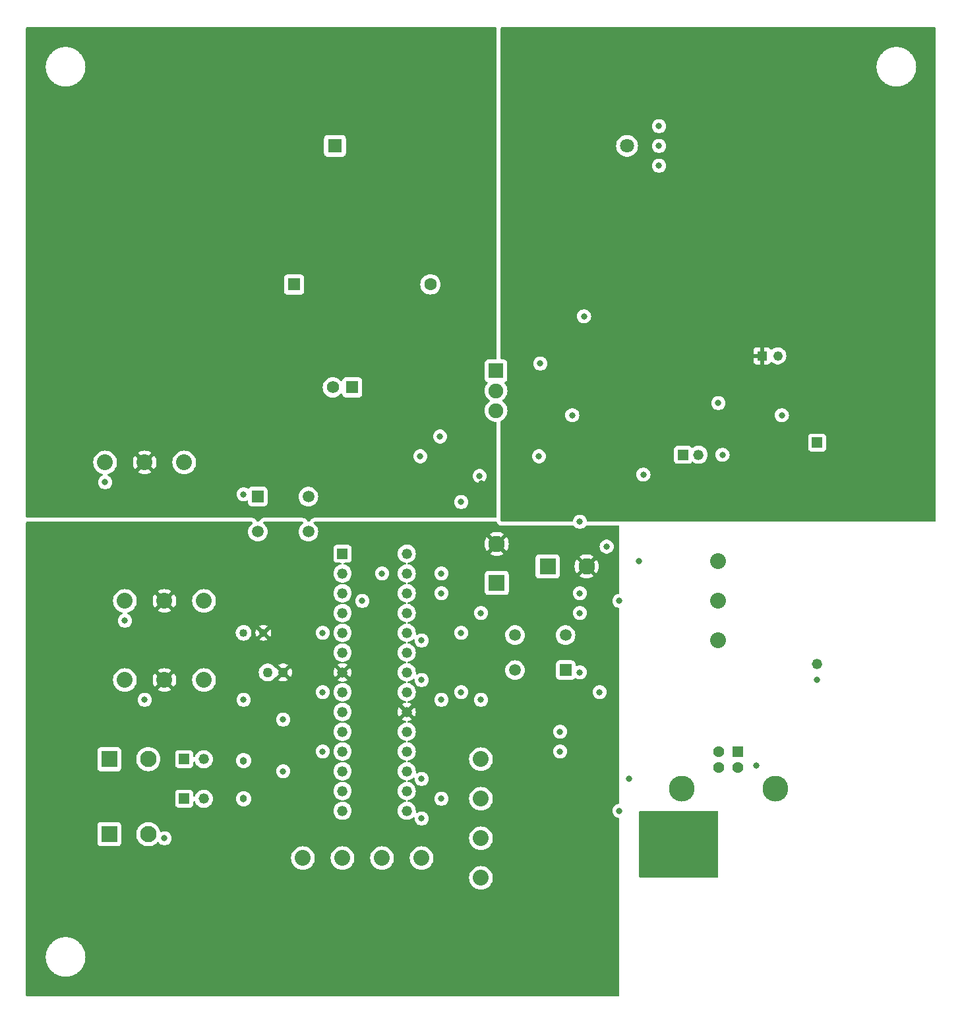
<source format=gbr>
%TF.GenerationSoftware,KiCad,Pcbnew,7.0.8*%
%TF.CreationDate,2023-11-20T12:48:28-05:00*%
%TF.ProjectId,Fufupot,46756675-706f-4742-9e6b-696361645f70,rev?*%
%TF.SameCoordinates,Original*%
%TF.FileFunction,Copper,L3,Inr*%
%TF.FilePolarity,Positive*%
%FSLAX46Y46*%
G04 Gerber Fmt 4.6, Leading zero omitted, Abs format (unit mm)*
G04 Created by KiCad (PCBNEW 7.0.8) date 2023-11-20 12:48:28*
%MOMM*%
%LPD*%
G01*
G04 APERTURE LIST*
%TA.AperFunction,ComponentPad*%
%ADD10R,1.800000X1.800000*%
%TD*%
%TA.AperFunction,ComponentPad*%
%ADD11C,1.800000*%
%TD*%
%TA.AperFunction,ComponentPad*%
%ADD12R,1.219200X1.219200*%
%TD*%
%TA.AperFunction,ComponentPad*%
%ADD13C,1.219200*%
%TD*%
%TA.AperFunction,ComponentPad*%
%ADD14R,1.905000X1.905000*%
%TD*%
%TA.AperFunction,ComponentPad*%
%ADD15C,1.905000*%
%TD*%
%TA.AperFunction,ComponentPad*%
%ADD16R,2.100000X2.100000*%
%TD*%
%TA.AperFunction,ComponentPad*%
%ADD17C,2.100000*%
%TD*%
%TA.AperFunction,ComponentPad*%
%ADD18C,2.032000*%
%TD*%
%TA.AperFunction,ComponentPad*%
%ADD19R,1.320800X1.320800*%
%TD*%
%TA.AperFunction,ComponentPad*%
%ADD20C,1.320800*%
%TD*%
%TA.AperFunction,ComponentPad*%
%ADD21R,1.575000X1.575000*%
%TD*%
%TA.AperFunction,ComponentPad*%
%ADD22C,1.575000*%
%TD*%
%TA.AperFunction,ComponentPad*%
%ADD23R,1.600200X1.600200*%
%TD*%
%TA.AperFunction,ComponentPad*%
%ADD24C,1.600200*%
%TD*%
%TA.AperFunction,ComponentPad*%
%ADD25R,1.508000X1.508000*%
%TD*%
%TA.AperFunction,ComponentPad*%
%ADD26C,1.508000*%
%TD*%
%TA.AperFunction,ComponentPad*%
%ADD27C,1.270000*%
%TD*%
%TA.AperFunction,ComponentPad*%
%ADD28C,0.965200*%
%TD*%
%TA.AperFunction,ComponentPad*%
%ADD29C,1.016000*%
%TD*%
%TA.AperFunction,ComponentPad*%
%ADD30C,3.316000*%
%TD*%
%TA.AperFunction,ComponentPad*%
%ADD31C,1.428000*%
%TD*%
%TA.AperFunction,ComponentPad*%
%ADD32R,1.428000X1.428000*%
%TD*%
%TA.AperFunction,ViaPad*%
%ADD33C,0.800000*%
%TD*%
G04 APERTURE END LIST*
D10*
%TO.N,Net-(J4-Pin_2)*%
%TO.C,C10*%
X90470000Y-55880000D03*
D11*
%TO.N,GND*%
X127970000Y-55880000D03*
%TD*%
D12*
%TO.N,+16V*%
%TO.C,C9*%
X145320000Y-82839415D03*
D13*
%TO.N,Net-(IC1-VSS)*%
X147326600Y-82839415D03*
%TD*%
D14*
%TO.N,Net-(U5-G)*%
%TO.C,U5*%
X111155000Y-84764415D03*
D15*
%TO.N,Net-(J4-Pin_1)*%
X111155000Y-87314415D03*
%TO.N,Net-(IC1-VSS)*%
X111155000Y-89864415D03*
%TD*%
D16*
%TO.N,Net-(J7-Pin_1)*%
%TO.C,J7*%
X61500000Y-134620000D03*
D17*
%TO.N,GND*%
X66500000Y-134620000D03*
%TD*%
D18*
%TO.N,Net-(J11-Pin_1)*%
%TO.C,J11*%
X63500000Y-124460000D03*
%TO.N,+5V*%
X68580000Y-124460000D03*
%TO.N,GND*%
X73660000Y-124460000D03*
%TD*%
D16*
%TO.N,D_Buzz*%
%TO.C,J6*%
X61500000Y-144255000D03*
D17*
%TO.N,GND*%
X66500000Y-144255000D03*
%TD*%
D19*
%TO.N,GND*%
%TO.C,C6*%
X71120000Y-139700000D03*
D20*
%TO.N,Net-(U4-PB7)*%
X73620000Y-139700000D03*
%TD*%
D18*
%TO.N,+5V*%
%TO.C,J3*%
X71120000Y-96520000D03*
%TO.N,+48V*%
X66040000Y-96520000D03*
%TO.N,GND*%
X60960000Y-96520000D03*
%TD*%
D19*
%TO.N,GND*%
%TO.C,C5*%
X71120000Y-134620000D03*
D20*
%TO.N,Net-(U4-PB6)*%
X73620000Y-134620000D03*
%TD*%
D21*
%TO.N,Net-(J4-Pin_1)*%
%TO.C,J4*%
X92690000Y-86885000D03*
D22*
%TO.N,Net-(J4-Pin_2)*%
X90190000Y-86885000D03*
%TD*%
D16*
%TO.N,A3*%
%TO.C,J12*%
X117782500Y-109866915D03*
D17*
%TO.N,+5V*%
X122782500Y-109866915D03*
%TD*%
D18*
%TO.N,GND*%
%TO.C,J8*%
X86360000Y-147320000D03*
%TO.N,D_Switch*%
X91440000Y-147320000D03*
%TO.N,D_Red*%
X96520000Y-147320000D03*
%TO.N,GND*%
X101600000Y-147320000D03*
%TD*%
D23*
%TO.N,Net-(J4-Pin_2)*%
%TO.C,C12*%
X85230000Y-73660000D03*
D24*
%TO.N,Net-(J4-Pin_1)*%
X102730000Y-73660000D03*
%TD*%
D19*
%TO.N,Net-(IC1-VSS)*%
%TO.C,R17*%
X152400000Y-93980000D03*
D20*
%TO.N,GND*%
X152400000Y-122379994D03*
%TD*%
D25*
%TO.N,GND*%
%TO.C,SW2*%
X120090000Y-123189415D03*
D26*
%TO.N,DTR*%
X113590000Y-123189415D03*
%TO.N,N/C*%
X120090000Y-118689415D03*
X113590000Y-118689415D03*
%TD*%
D18*
%TO.N,GND*%
%TO.C,J10*%
X63500000Y-114300000D03*
%TO.N,+5V*%
X68580000Y-114300000D03*
%TO.N,+48V*%
X73660000Y-114300000D03*
%TD*%
D25*
%TO.N,GND*%
%TO.C,SW1*%
X80570000Y-100909415D03*
D26*
%TO.N,RESET*%
X87070000Y-100909415D03*
%TO.N,N/C*%
X80570000Y-105409415D03*
X87070000Y-105409415D03*
%TD*%
D19*
%TO.N,A1*%
%TO.C,C11*%
X135160000Y-95539415D03*
D20*
%TO.N,GND*%
X137160000Y-95539415D03*
%TD*%
D27*
%TO.N,+5V*%
%TO.C,C7*%
X83820000Y-123479415D03*
%TO.N,GND*%
X81820000Y-123479415D03*
%TD*%
D16*
%TO.N,A2*%
%TO.C,J9*%
X111235000Y-111989415D03*
D17*
%TO.N,+5V*%
X111235000Y-106989415D03*
%TD*%
D28*
%TO.N,Net-(U4-PB7)*%
%TO.C,16MHz1*%
X78740000Y-139700000D03*
%TO.N,Net-(U4-PB6)*%
X78740000Y-134819999D03*
%TD*%
D29*
%TO.N,+5V*%
%TO.C,C8*%
X81280000Y-118399415D03*
%TO.N,GND*%
X78740000Y-118399415D03*
%TD*%
D18*
%TO.N,A4*%
%TO.C,J13*%
X139700000Y-119380000D03*
%TO.N,A5*%
X139700000Y-114300000D03*
%TO.N,PWM Speed Control*%
X139700000Y-109220000D03*
%TD*%
D19*
%TO.N,RESET*%
%TO.C,U4*%
X91440000Y-108239415D03*
D20*
%TO.N,RX*%
X91440000Y-110779415D03*
%TO.N,TX*%
X91440000Y-113319415D03*
%TO.N,D_LED*%
X91440000Y-115859415D03*
%TO.N,D9*%
X91440000Y-118399415D03*
%TO.N,D_Red*%
X91440000Y-120939415D03*
%TO.N,+5V*%
X91440000Y-123479415D03*
%TO.N,GND*%
X91440000Y-126019415D03*
%TO.N,Net-(U4-PB6)*%
X91440000Y-128559415D03*
%TO.N,Net-(U4-PB7)*%
X91440000Y-131099415D03*
%TO.N,D_LEDStrip*%
X91440000Y-133639415D03*
%TO.N,Net-(U4-PD6)*%
X91440000Y-136179415D03*
%TO.N,D_Buzz*%
X91440000Y-138719415D03*
%TO.N,D_Switch*%
X91440000Y-141259415D03*
%TO.N,PWM Speed Control*%
X99695000Y-141259415D03*
%TO.N,SS*%
X99695000Y-138719415D03*
%TO.N,MOSI*%
X99695000Y-136179415D03*
%TO.N,MISO*%
X99695000Y-133639415D03*
%TO.N,SCK*%
X99695000Y-131099415D03*
%TO.N,+5V*%
X99695000Y-128559415D03*
%TO.N,unconnected-(U4-AREF-Pad21)*%
X99695000Y-126019415D03*
%TO.N,GND*%
X99695000Y-123479415D03*
%TO.N,A4*%
X99695000Y-120939415D03*
%TO.N,A5*%
X99695000Y-118399415D03*
%TO.N,Net-(U4-PC2)*%
X99695000Y-115859415D03*
%TO.N,A3*%
X99695000Y-113319415D03*
%TO.N,A1*%
X99695000Y-110779415D03*
%TO.N,A2*%
X99695000Y-108239415D03*
%TD*%
D18*
%TO.N,SS*%
%TO.C,J1*%
X109220000Y-149860000D03*
%TO.N,MOSI*%
X109220000Y-144780000D03*
%TO.N,MISO*%
X109220000Y-139700000D03*
%TO.N,SCK*%
X109220000Y-134620000D03*
%TD*%
D30*
%TO.N,N/C*%
%TO.C,J2*%
X147010000Y-138389415D03*
X134970000Y-138389415D03*
D31*
%TO.N,GND*%
X142240000Y-135679415D03*
%TO.N,USB_CON_D+*%
X139740000Y-135679415D03*
%TO.N,USB_CON_D-*%
X139740000Y-133679415D03*
D32*
%TO.N,Net-(J2-VBUS)*%
X142240000Y-133679415D03*
%TD*%
D33*
%TO.N,+48V*%
X92710000Y-96520000D03*
%TO.N,+5V*%
X81280000Y-111760000D03*
%TO.N,GND*%
X128270000Y-137160000D03*
X144610000Y-135470000D03*
%TO.N,+3V3*%
X132080000Y-143799415D03*
%TO.N,+5V*%
X116840000Y-128559415D03*
X68580000Y-106680000D03*
X66040000Y-111760000D03*
X124460000Y-131099415D03*
X88900000Y-123479415D03*
X116840000Y-141259415D03*
X101600000Y-128559415D03*
X104140000Y-106680000D03*
X109220000Y-118399415D03*
%TO.N,Net-(U5-G)*%
X139700000Y-88900000D03*
X116840000Y-83820000D03*
%TO.N,RX*%
X104140000Y-139700000D03*
X96520000Y-110779415D03*
X101600000Y-137160000D03*
X104140000Y-127000000D03*
%TO.N,TX*%
X93980000Y-114300000D03*
X101600000Y-119380000D03*
%TO.N,+48V*%
X109261378Y-99237944D03*
X60960000Y-101600000D03*
X71120000Y-50800000D03*
X68580000Y-50800000D03*
X73660000Y-50800000D03*
X109035000Y-95724415D03*
%TO.N,GND*%
X109220000Y-115859415D03*
X152400000Y-124460000D03*
X101600000Y-124460000D03*
X124460000Y-126019415D03*
X121920000Y-123479415D03*
X78740000Y-100619415D03*
X125362500Y-107326915D03*
X106680000Y-101600000D03*
X101415000Y-95724415D03*
X109035000Y-98264415D03*
X132080000Y-53340000D03*
X119380000Y-133639415D03*
X127000000Y-141259415D03*
X88900000Y-126019415D03*
X119380000Y-131099415D03*
X63500000Y-116840000D03*
X60960000Y-99060000D03*
X103955000Y-93184415D03*
X121920000Y-104140000D03*
X140240000Y-95539415D03*
X116655000Y-95724415D03*
X109220000Y-127000000D03*
X132080000Y-55880000D03*
X132080000Y-58420000D03*
X68580000Y-144780000D03*
X83820000Y-136179415D03*
%TO.N,+16V*%
X121920000Y-96520000D03*
X114300000Y-101600000D03*
X140240000Y-82839415D03*
%TO.N,Net-(IC1-VSS)*%
X147860000Y-90459415D03*
X120939415Y-90459415D03*
%TO.N,A1*%
X130080000Y-98079415D03*
X104140000Y-110779415D03*
%TO.N,D9*%
X122460000Y-77759415D03*
X88900000Y-118399415D03*
%TO.N,D_LEDStrip*%
X83820000Y-129540000D03*
X88900000Y-133639415D03*
%TO.N,Net-(J11-Pin_1)*%
X78740000Y-127000000D03*
X66040000Y-127000000D03*
%TO.N,A4*%
X121920000Y-115859415D03*
X106680000Y-126019415D03*
%TO.N,A5*%
X121920000Y-113319415D03*
X106680000Y-118399415D03*
%TO.N,A3*%
X104140000Y-113319415D03*
X129540000Y-109220000D03*
%TO.N,PWM Speed Control*%
X127000000Y-114300000D03*
X101600000Y-142240000D03*
%TD*%
%TA.AperFunction,Conductor*%
%TO.N,+16V*%
G36*
X167582539Y-40660185D02*
G01*
X167628294Y-40712989D01*
X167639500Y-40764500D01*
X167639500Y-104016000D01*
X167619815Y-104083039D01*
X167567011Y-104128794D01*
X167515500Y-104140000D01*
X122937110Y-104140000D01*
X122870071Y-104120315D01*
X122824316Y-104067511D01*
X122813790Y-104028964D01*
X122805674Y-103951744D01*
X122747179Y-103771716D01*
X122652533Y-103607784D01*
X122525871Y-103467112D01*
X122525870Y-103467111D01*
X122372734Y-103355851D01*
X122372729Y-103355848D01*
X122199807Y-103278857D01*
X122199802Y-103278855D01*
X122054001Y-103247865D01*
X122014646Y-103239500D01*
X121825354Y-103239500D01*
X121792897Y-103246398D01*
X121640197Y-103278855D01*
X121640192Y-103278857D01*
X121467270Y-103355848D01*
X121467265Y-103355851D01*
X121314129Y-103467111D01*
X121187466Y-103607785D01*
X121092821Y-103771715D01*
X121092818Y-103771722D01*
X121034327Y-103951740D01*
X121034326Y-103951744D01*
X121026210Y-104028963D01*
X120999627Y-104093576D01*
X120942329Y-104133561D01*
X120902890Y-104140000D01*
X111884000Y-104140000D01*
X111816961Y-104120315D01*
X111771206Y-104067511D01*
X111760000Y-104016000D01*
X111760000Y-98079415D01*
X129174540Y-98079415D01*
X129194326Y-98267671D01*
X129194327Y-98267674D01*
X129252818Y-98447692D01*
X129252821Y-98447699D01*
X129347467Y-98611631D01*
X129474129Y-98752303D01*
X129627265Y-98863563D01*
X129627270Y-98863566D01*
X129800192Y-98940557D01*
X129800197Y-98940559D01*
X129985354Y-98979915D01*
X129985355Y-98979915D01*
X130174644Y-98979915D01*
X130174646Y-98979915D01*
X130359803Y-98940559D01*
X130532730Y-98863566D01*
X130685871Y-98752303D01*
X130812533Y-98611631D01*
X130907179Y-98447699D01*
X130965674Y-98267671D01*
X130985460Y-98079415D01*
X130965674Y-97891159D01*
X130907179Y-97711131D01*
X130812533Y-97547199D01*
X130685871Y-97406527D01*
X130685870Y-97406526D01*
X130532734Y-97295266D01*
X130532729Y-97295263D01*
X130359807Y-97218272D01*
X130359802Y-97218270D01*
X130214001Y-97187280D01*
X130174646Y-97178915D01*
X129985354Y-97178915D01*
X129952897Y-97185813D01*
X129800197Y-97218270D01*
X129800192Y-97218272D01*
X129627270Y-97295263D01*
X129627265Y-97295266D01*
X129474129Y-97406526D01*
X129347466Y-97547200D01*
X129252821Y-97711130D01*
X129252818Y-97711137D01*
X129194327Y-97891155D01*
X129194326Y-97891159D01*
X129174540Y-98079415D01*
X111760000Y-98079415D01*
X111760000Y-95724415D01*
X115749540Y-95724415D01*
X115769326Y-95912671D01*
X115769327Y-95912674D01*
X115827818Y-96092692D01*
X115827821Y-96092699D01*
X115922467Y-96256631D01*
X116049129Y-96397303D01*
X116202265Y-96508563D01*
X116202270Y-96508566D01*
X116375192Y-96585557D01*
X116375197Y-96585559D01*
X116560354Y-96624915D01*
X116560355Y-96624915D01*
X116749644Y-96624915D01*
X116749646Y-96624915D01*
X116934803Y-96585559D01*
X117107730Y-96508566D01*
X117260871Y-96397303D01*
X117387533Y-96256631D01*
X117392698Y-96247685D01*
X133999100Y-96247685D01*
X133999101Y-96247691D01*
X134005508Y-96307298D01*
X134055802Y-96442143D01*
X134055806Y-96442150D01*
X134142052Y-96557359D01*
X134142055Y-96557362D01*
X134257264Y-96643608D01*
X134257271Y-96643612D01*
X134392117Y-96693906D01*
X134392116Y-96693906D01*
X134399044Y-96694650D01*
X134451727Y-96700315D01*
X135868272Y-96700314D01*
X135927883Y-96693906D01*
X136062731Y-96643611D01*
X136177946Y-96557361D01*
X136248403Y-96463242D01*
X136304335Y-96421373D01*
X136374027Y-96416389D01*
X136431204Y-96445917D01*
X136457405Y-96469802D01*
X136640326Y-96583062D01*
X136840944Y-96660782D01*
X137052427Y-96700315D01*
X137052429Y-96700315D01*
X137267571Y-96700315D01*
X137267573Y-96700315D01*
X137479056Y-96660782D01*
X137679674Y-96583062D01*
X137862595Y-96469802D01*
X138021591Y-96324859D01*
X138151245Y-96153168D01*
X138247144Y-95960577D01*
X138306022Y-95753644D01*
X138325873Y-95539415D01*
X139334540Y-95539415D01*
X139354326Y-95727671D01*
X139354327Y-95727674D01*
X139412818Y-95907692D01*
X139412821Y-95907699D01*
X139507467Y-96071631D01*
X139580890Y-96153175D01*
X139634129Y-96212303D01*
X139787265Y-96323563D01*
X139787270Y-96323566D01*
X139960192Y-96400557D01*
X139960197Y-96400559D01*
X140145354Y-96439915D01*
X140145355Y-96439915D01*
X140334644Y-96439915D01*
X140334646Y-96439915D01*
X140519803Y-96400559D01*
X140692730Y-96323566D01*
X140845871Y-96212303D01*
X140972533Y-96071631D01*
X141067179Y-95907699D01*
X141125674Y-95727671D01*
X141145460Y-95539415D01*
X141125674Y-95351159D01*
X141067179Y-95171131D01*
X140972533Y-95007199D01*
X140845871Y-94866527D01*
X140841391Y-94863272D01*
X140692734Y-94755266D01*
X140692729Y-94755263D01*
X140542263Y-94688270D01*
X151239100Y-94688270D01*
X151239101Y-94688276D01*
X151245508Y-94747883D01*
X151295802Y-94882728D01*
X151295806Y-94882735D01*
X151382052Y-94997944D01*
X151382055Y-94997947D01*
X151497264Y-95084193D01*
X151497271Y-95084197D01*
X151632117Y-95134491D01*
X151632116Y-95134491D01*
X151639044Y-95135235D01*
X151691727Y-95140900D01*
X153108272Y-95140899D01*
X153167883Y-95134491D01*
X153302731Y-95084196D01*
X153417946Y-94997946D01*
X153504196Y-94882731D01*
X153554491Y-94747883D01*
X153560900Y-94688273D01*
X153560899Y-93271728D01*
X153554491Y-93212117D01*
X153504196Y-93077269D01*
X153504195Y-93077268D01*
X153504193Y-93077264D01*
X153417947Y-92962055D01*
X153417944Y-92962052D01*
X153302735Y-92875806D01*
X153302728Y-92875802D01*
X153167882Y-92825508D01*
X153167883Y-92825508D01*
X153108283Y-92819101D01*
X153108281Y-92819100D01*
X153108273Y-92819100D01*
X153108264Y-92819100D01*
X151691729Y-92819100D01*
X151691723Y-92819101D01*
X151632116Y-92825508D01*
X151497271Y-92875802D01*
X151497264Y-92875806D01*
X151382055Y-92962052D01*
X151382052Y-92962055D01*
X151295806Y-93077264D01*
X151295802Y-93077271D01*
X151245508Y-93212117D01*
X151239101Y-93271716D01*
X151239101Y-93271723D01*
X151239100Y-93271735D01*
X151239100Y-94688270D01*
X140542263Y-94688270D01*
X140519807Y-94678272D01*
X140519802Y-94678270D01*
X140374001Y-94647280D01*
X140334646Y-94638915D01*
X140145354Y-94638915D01*
X140112897Y-94645813D01*
X139960197Y-94678270D01*
X139960192Y-94678272D01*
X139787270Y-94755263D01*
X139787265Y-94755266D01*
X139634129Y-94866526D01*
X139507466Y-95007200D01*
X139412821Y-95171130D01*
X139412818Y-95171137D01*
X139362765Y-95325186D01*
X139354326Y-95351159D01*
X139334540Y-95539415D01*
X138325873Y-95539415D01*
X138306022Y-95325186D01*
X138247144Y-95118253D01*
X138230186Y-95084197D01*
X138151248Y-94925668D01*
X138151247Y-94925667D01*
X138151245Y-94925662D01*
X138021591Y-94753971D01*
X138021587Y-94753967D01*
X138021585Y-94753965D01*
X137862597Y-94609029D01*
X137822811Y-94584394D01*
X137679674Y-94495768D01*
X137479056Y-94418048D01*
X137267573Y-94378515D01*
X137052427Y-94378515D01*
X136840944Y-94418048D01*
X136714075Y-94467197D01*
X136640328Y-94495767D01*
X136640327Y-94495767D01*
X136457402Y-94609029D01*
X136431202Y-94632913D01*
X136368397Y-94663528D01*
X136299010Y-94655328D01*
X136248401Y-94615585D01*
X136177946Y-94521469D01*
X136143613Y-94495767D01*
X136062735Y-94435221D01*
X136062728Y-94435217D01*
X135927882Y-94384923D01*
X135927883Y-94384923D01*
X135868283Y-94378516D01*
X135868281Y-94378515D01*
X135868273Y-94378515D01*
X135868264Y-94378515D01*
X134451729Y-94378515D01*
X134451723Y-94378516D01*
X134392116Y-94384923D01*
X134257271Y-94435217D01*
X134257264Y-94435221D01*
X134142055Y-94521467D01*
X134142052Y-94521470D01*
X134055806Y-94636679D01*
X134055802Y-94636686D01*
X134005508Y-94771532D01*
X133999101Y-94831131D01*
X133999100Y-94831150D01*
X133999100Y-96247685D01*
X117392698Y-96247685D01*
X117482179Y-96092699D01*
X117540674Y-95912671D01*
X117560460Y-95724415D01*
X117540674Y-95536159D01*
X117482179Y-95356131D01*
X117387533Y-95192199D01*
X117260871Y-95051527D01*
X117260870Y-95051526D01*
X117107734Y-94940266D01*
X117107729Y-94940263D01*
X116934807Y-94863272D01*
X116934802Y-94863270D01*
X116783595Y-94831131D01*
X116749646Y-94823915D01*
X116560354Y-94823915D01*
X116527897Y-94830813D01*
X116375197Y-94863270D01*
X116375192Y-94863272D01*
X116202270Y-94940263D01*
X116202265Y-94940266D01*
X116049129Y-95051526D01*
X115922466Y-95192200D01*
X115827821Y-95356130D01*
X115827818Y-95356137D01*
X115769327Y-95536155D01*
X115769326Y-95536159D01*
X115749540Y-95724415D01*
X111760000Y-95724415D01*
X111760000Y-91263017D01*
X111779685Y-91195978D01*
X111824980Y-91153963D01*
X111952439Y-91084987D01*
X112142463Y-90937086D01*
X112305551Y-90759925D01*
X112437255Y-90558337D01*
X112480646Y-90459415D01*
X120033955Y-90459415D01*
X120053741Y-90647671D01*
X120053742Y-90647674D01*
X120112233Y-90827692D01*
X120112236Y-90827699D01*
X120206882Y-90991631D01*
X120333544Y-91132303D01*
X120486680Y-91243563D01*
X120486685Y-91243566D01*
X120659607Y-91320557D01*
X120659612Y-91320559D01*
X120844769Y-91359915D01*
X120844770Y-91359915D01*
X121034059Y-91359915D01*
X121034061Y-91359915D01*
X121219218Y-91320559D01*
X121392145Y-91243566D01*
X121545286Y-91132303D01*
X121671948Y-90991631D01*
X121766594Y-90827699D01*
X121825089Y-90647671D01*
X121844875Y-90459415D01*
X146954540Y-90459415D01*
X146974326Y-90647671D01*
X146974327Y-90647674D01*
X147032818Y-90827692D01*
X147032821Y-90827699D01*
X147127467Y-90991631D01*
X147254129Y-91132303D01*
X147407265Y-91243563D01*
X147407270Y-91243566D01*
X147580192Y-91320557D01*
X147580197Y-91320559D01*
X147765354Y-91359915D01*
X147765355Y-91359915D01*
X147954644Y-91359915D01*
X147954646Y-91359915D01*
X148139803Y-91320559D01*
X148312730Y-91243566D01*
X148465871Y-91132303D01*
X148592533Y-90991631D01*
X148687179Y-90827699D01*
X148745674Y-90647671D01*
X148765460Y-90459415D01*
X148745674Y-90271159D01*
X148687179Y-90091131D01*
X148592533Y-89927199D01*
X148465871Y-89786527D01*
X148465870Y-89786526D01*
X148312734Y-89675266D01*
X148312729Y-89675263D01*
X148139807Y-89598272D01*
X148139802Y-89598270D01*
X147994001Y-89567280D01*
X147954646Y-89558915D01*
X147765354Y-89558915D01*
X147732897Y-89565813D01*
X147580197Y-89598270D01*
X147580192Y-89598272D01*
X147407270Y-89675263D01*
X147407265Y-89675266D01*
X147254129Y-89786526D01*
X147127466Y-89927200D01*
X147032821Y-90091130D01*
X147032818Y-90091137D01*
X146974327Y-90271155D01*
X146974326Y-90271159D01*
X146954540Y-90459415D01*
X121844875Y-90459415D01*
X121825089Y-90271159D01*
X121766594Y-90091131D01*
X121671948Y-89927199D01*
X121545286Y-89786527D01*
X121545285Y-89786526D01*
X121392149Y-89675266D01*
X121392144Y-89675263D01*
X121219222Y-89598272D01*
X121219217Y-89598270D01*
X121073416Y-89567280D01*
X121034061Y-89558915D01*
X120844769Y-89558915D01*
X120812312Y-89565813D01*
X120659612Y-89598270D01*
X120659607Y-89598272D01*
X120486685Y-89675263D01*
X120486680Y-89675266D01*
X120333544Y-89786526D01*
X120206881Y-89927200D01*
X120112236Y-90091130D01*
X120112233Y-90091137D01*
X120053742Y-90271155D01*
X120053741Y-90271159D01*
X120033955Y-90459415D01*
X112480646Y-90459415D01*
X112533983Y-90337820D01*
X112593095Y-90104391D01*
X112601932Y-89997735D01*
X112612980Y-89864420D01*
X112612980Y-89864409D01*
X112593095Y-89624442D01*
X112593095Y-89624439D01*
X112533983Y-89391010D01*
X112437255Y-89170493D01*
X112305551Y-88968905D01*
X112242120Y-88900000D01*
X138794540Y-88900000D01*
X138814326Y-89088256D01*
X138814327Y-89088259D01*
X138872818Y-89268277D01*
X138872821Y-89268284D01*
X138967467Y-89432216D01*
X139081548Y-89558915D01*
X139094129Y-89572888D01*
X139247265Y-89684148D01*
X139247270Y-89684151D01*
X139420192Y-89761142D01*
X139420197Y-89761144D01*
X139605354Y-89800500D01*
X139605355Y-89800500D01*
X139794644Y-89800500D01*
X139794646Y-89800500D01*
X139979803Y-89761144D01*
X140152730Y-89684151D01*
X140305871Y-89572888D01*
X140432533Y-89432216D01*
X140527179Y-89268284D01*
X140585674Y-89088256D01*
X140605460Y-88900000D01*
X140585674Y-88711744D01*
X140527179Y-88531716D01*
X140432533Y-88367784D01*
X140305871Y-88227112D01*
X140305870Y-88227111D01*
X140152734Y-88115851D01*
X140152729Y-88115848D01*
X139979807Y-88038857D01*
X139979802Y-88038855D01*
X139834001Y-88007865D01*
X139794646Y-87999500D01*
X139605354Y-87999500D01*
X139572897Y-88006398D01*
X139420197Y-88038855D01*
X139420192Y-88038857D01*
X139247270Y-88115848D01*
X139247265Y-88115851D01*
X139094129Y-88227111D01*
X138967466Y-88367785D01*
X138872821Y-88531715D01*
X138872818Y-88531722D01*
X138814327Y-88711740D01*
X138814326Y-88711744D01*
X138794540Y-88900000D01*
X112242120Y-88900000D01*
X112142463Y-88791744D01*
X112039679Y-88711744D01*
X112008232Y-88687268D01*
X111967419Y-88630558D01*
X111963744Y-88560785D01*
X111998376Y-88500102D01*
X112008232Y-88491562D01*
X112031268Y-88473631D01*
X112142463Y-88387086D01*
X112305551Y-88209925D01*
X112437255Y-88008337D01*
X112533983Y-87787820D01*
X112593095Y-87554391D01*
X112612980Y-87314415D01*
X112593095Y-87074439D01*
X112533983Y-86841010D01*
X112437255Y-86620493D01*
X112305551Y-86418905D01*
X112264859Y-86374702D01*
X112233938Y-86312048D01*
X112241798Y-86242622D01*
X112285945Y-86188467D01*
X112312752Y-86174540D01*
X112349831Y-86160711D01*
X112465046Y-86074461D01*
X112551296Y-85959246D01*
X112601591Y-85824398D01*
X112608000Y-85764788D01*
X112607999Y-83820000D01*
X115934540Y-83820000D01*
X115954326Y-84008256D01*
X115954327Y-84008259D01*
X116012818Y-84188277D01*
X116012821Y-84188284D01*
X116107467Y-84352216D01*
X116234129Y-84492888D01*
X116387265Y-84604148D01*
X116387270Y-84604151D01*
X116560192Y-84681142D01*
X116560197Y-84681144D01*
X116745354Y-84720500D01*
X116745355Y-84720500D01*
X116934644Y-84720500D01*
X116934646Y-84720500D01*
X117119803Y-84681144D01*
X117292730Y-84604151D01*
X117445871Y-84492888D01*
X117572533Y-84352216D01*
X117667179Y-84188284D01*
X117725674Y-84008256D01*
X117745460Y-83820000D01*
X117725674Y-83631744D01*
X117681847Y-83496859D01*
X144210400Y-83496859D01*
X144216801Y-83556387D01*
X144216803Y-83556394D01*
X144267045Y-83691101D01*
X144267049Y-83691108D01*
X144353209Y-83806202D01*
X144353212Y-83806205D01*
X144468306Y-83892365D01*
X144468313Y-83892369D01*
X144603020Y-83942611D01*
X144603027Y-83942613D01*
X144662555Y-83949014D01*
X144662572Y-83949015D01*
X145070000Y-83949015D01*
X145070000Y-83095449D01*
X145148413Y-83156480D01*
X145260661Y-83195015D01*
X145349466Y-83195015D01*
X145437060Y-83180398D01*
X145541434Y-83123914D01*
X145570000Y-83092883D01*
X145570000Y-83949015D01*
X145977428Y-83949015D01*
X145977444Y-83949014D01*
X146036972Y-83942613D01*
X146036979Y-83942611D01*
X146171686Y-83892369D01*
X146171693Y-83892365D01*
X146286787Y-83806205D01*
X146286790Y-83806202D01*
X146372949Y-83691109D01*
X146377080Y-83683545D01*
X146426484Y-83634138D01*
X146494757Y-83619285D01*
X146560222Y-83643700D01*
X146569451Y-83651330D01*
X146654749Y-83729089D01*
X146654751Y-83729090D01*
X146654752Y-83729091D01*
X146829662Y-83837391D01*
X146829663Y-83837391D01*
X146829666Y-83837393D01*
X147021505Y-83911712D01*
X147223734Y-83949515D01*
X147223736Y-83949515D01*
X147429464Y-83949515D01*
X147429466Y-83949515D01*
X147631695Y-83911712D01*
X147823534Y-83837393D01*
X147998451Y-83729089D01*
X148105234Y-83631744D01*
X148150487Y-83590491D01*
X148166274Y-83569586D01*
X148274470Y-83426311D01*
X148366172Y-83242147D01*
X148422473Y-83044269D01*
X148441456Y-82839415D01*
X148422473Y-82634561D01*
X148366172Y-82436683D01*
X148274470Y-82252519D01*
X148176241Y-82122442D01*
X148150487Y-82088338D01*
X147998453Y-81949742D01*
X147998448Y-81949738D01*
X147823537Y-81841438D01*
X147823531Y-81841436D01*
X147631695Y-81767118D01*
X147429466Y-81729315D01*
X147223734Y-81729315D01*
X147021505Y-81767118D01*
X146900188Y-81814116D01*
X146829668Y-81841436D01*
X146829662Y-81841438D01*
X146654751Y-81949738D01*
X146654746Y-81949742D01*
X146569451Y-82027498D01*
X146506647Y-82058114D01*
X146437260Y-82049916D01*
X146383320Y-82005505D01*
X146377082Y-81995287D01*
X146372951Y-81987723D01*
X146286790Y-81872627D01*
X146286787Y-81872624D01*
X146171693Y-81786464D01*
X146171686Y-81786460D01*
X146036979Y-81736218D01*
X146036972Y-81736216D01*
X145977444Y-81729815D01*
X145570000Y-81729815D01*
X145570000Y-82583380D01*
X145491587Y-82522350D01*
X145379339Y-82483815D01*
X145290534Y-82483815D01*
X145202940Y-82498432D01*
X145098566Y-82554916D01*
X145070000Y-82585946D01*
X145070000Y-81729815D01*
X144662555Y-81729815D01*
X144603027Y-81736216D01*
X144603020Y-81736218D01*
X144468313Y-81786460D01*
X144468306Y-81786464D01*
X144353212Y-81872624D01*
X144353209Y-81872627D01*
X144267049Y-81987721D01*
X144267045Y-81987728D01*
X144216803Y-82122435D01*
X144216801Y-82122442D01*
X144210400Y-82181970D01*
X144210400Y-82589415D01*
X145066807Y-82589415D01*
X145018187Y-82642231D01*
X144970515Y-82750913D01*
X144960714Y-82869186D01*
X144989848Y-82984233D01*
X145054759Y-83083587D01*
X145062247Y-83089415D01*
X144210400Y-83089415D01*
X144210400Y-83496859D01*
X117681847Y-83496859D01*
X117667179Y-83451716D01*
X117572533Y-83287784D01*
X117445871Y-83147112D01*
X117366458Y-83089415D01*
X117292734Y-83035851D01*
X117292729Y-83035848D01*
X117119807Y-82958857D01*
X117119802Y-82958855D01*
X116974001Y-82927865D01*
X116934646Y-82919500D01*
X116745354Y-82919500D01*
X116712897Y-82926398D01*
X116560197Y-82958855D01*
X116560192Y-82958857D01*
X116387270Y-83035848D01*
X116387265Y-83035851D01*
X116234129Y-83147111D01*
X116107466Y-83287785D01*
X116012821Y-83451715D01*
X116012818Y-83451722D01*
X115967730Y-83590491D01*
X115954326Y-83631744D01*
X115934540Y-83820000D01*
X112607999Y-83820000D01*
X112607999Y-83764043D01*
X112601591Y-83704432D01*
X112596621Y-83691108D01*
X112551297Y-83569586D01*
X112551293Y-83569579D01*
X112465047Y-83454370D01*
X112465044Y-83454367D01*
X112349835Y-83368121D01*
X112349828Y-83368117D01*
X112214982Y-83317823D01*
X112214983Y-83317823D01*
X112155383Y-83311416D01*
X112155381Y-83311415D01*
X112155373Y-83311415D01*
X112155365Y-83311415D01*
X111884000Y-83311415D01*
X111816961Y-83291730D01*
X111771206Y-83238926D01*
X111760000Y-83187415D01*
X111760000Y-77759415D01*
X121554540Y-77759415D01*
X121574326Y-77947671D01*
X121574327Y-77947674D01*
X121632818Y-78127692D01*
X121632821Y-78127699D01*
X121727467Y-78291631D01*
X121854129Y-78432303D01*
X122007265Y-78543563D01*
X122007270Y-78543566D01*
X122180192Y-78620557D01*
X122180197Y-78620559D01*
X122365354Y-78659915D01*
X122365355Y-78659915D01*
X122554644Y-78659915D01*
X122554646Y-78659915D01*
X122739803Y-78620559D01*
X122912730Y-78543566D01*
X123065871Y-78432303D01*
X123192533Y-78291631D01*
X123287179Y-78127699D01*
X123345674Y-77947671D01*
X123365460Y-77759415D01*
X123345674Y-77571159D01*
X123287179Y-77391131D01*
X123192533Y-77227199D01*
X123065871Y-77086527D01*
X123065870Y-77086526D01*
X122912734Y-76975266D01*
X122912729Y-76975263D01*
X122739807Y-76898272D01*
X122739802Y-76898270D01*
X122594001Y-76867280D01*
X122554646Y-76858915D01*
X122365354Y-76858915D01*
X122332897Y-76865813D01*
X122180197Y-76898270D01*
X122180192Y-76898272D01*
X122007270Y-76975263D01*
X122007265Y-76975266D01*
X121854129Y-77086526D01*
X121727466Y-77227200D01*
X121632821Y-77391130D01*
X121632818Y-77391137D01*
X121574327Y-77571155D01*
X121574326Y-77571159D01*
X121554540Y-77759415D01*
X111760000Y-77759415D01*
X111760000Y-58420000D01*
X131174540Y-58420000D01*
X131194326Y-58608256D01*
X131194327Y-58608259D01*
X131252818Y-58788277D01*
X131252821Y-58788284D01*
X131347467Y-58952216D01*
X131474129Y-59092888D01*
X131627265Y-59204148D01*
X131627270Y-59204151D01*
X131800192Y-59281142D01*
X131800197Y-59281144D01*
X131985354Y-59320500D01*
X131985355Y-59320500D01*
X132174644Y-59320500D01*
X132174646Y-59320500D01*
X132359803Y-59281144D01*
X132532730Y-59204151D01*
X132685871Y-59092888D01*
X132812533Y-58952216D01*
X132907179Y-58788284D01*
X132965674Y-58608256D01*
X132985460Y-58420000D01*
X132965674Y-58231744D01*
X132907179Y-58051716D01*
X132812533Y-57887784D01*
X132685871Y-57747112D01*
X132685870Y-57747111D01*
X132532734Y-57635851D01*
X132532729Y-57635848D01*
X132359807Y-57558857D01*
X132359802Y-57558855D01*
X132214001Y-57527865D01*
X132174646Y-57519500D01*
X131985354Y-57519500D01*
X131952897Y-57526398D01*
X131800197Y-57558855D01*
X131800192Y-57558857D01*
X131627270Y-57635848D01*
X131627265Y-57635851D01*
X131474129Y-57747111D01*
X131347466Y-57887785D01*
X131252821Y-58051715D01*
X131252818Y-58051722D01*
X131194327Y-58231740D01*
X131194326Y-58231744D01*
X131174540Y-58420000D01*
X111760000Y-58420000D01*
X111760000Y-55880006D01*
X126564700Y-55880006D01*
X126583864Y-56111297D01*
X126583866Y-56111308D01*
X126640842Y-56336300D01*
X126734075Y-56548848D01*
X126861016Y-56743147D01*
X126861019Y-56743151D01*
X126861021Y-56743153D01*
X127018216Y-56913913D01*
X127018219Y-56913915D01*
X127018222Y-56913918D01*
X127201365Y-57056464D01*
X127201371Y-57056468D01*
X127201374Y-57056470D01*
X127405497Y-57166936D01*
X127519487Y-57206068D01*
X127625015Y-57242297D01*
X127625017Y-57242297D01*
X127625019Y-57242298D01*
X127853951Y-57280500D01*
X127853952Y-57280500D01*
X128086048Y-57280500D01*
X128086049Y-57280500D01*
X128314981Y-57242298D01*
X128534503Y-57166936D01*
X128738626Y-57056470D01*
X128921784Y-56913913D01*
X129078979Y-56743153D01*
X129205924Y-56548849D01*
X129299157Y-56336300D01*
X129356134Y-56111305D01*
X129375300Y-55880000D01*
X131174540Y-55880000D01*
X131194326Y-56068256D01*
X131194327Y-56068259D01*
X131252818Y-56248277D01*
X131252821Y-56248284D01*
X131347467Y-56412216D01*
X131470491Y-56548848D01*
X131474129Y-56552888D01*
X131627265Y-56664148D01*
X131627270Y-56664151D01*
X131800192Y-56741142D01*
X131800197Y-56741144D01*
X131985354Y-56780500D01*
X131985355Y-56780500D01*
X132174644Y-56780500D01*
X132174646Y-56780500D01*
X132359803Y-56741144D01*
X132532730Y-56664151D01*
X132685871Y-56552888D01*
X132812533Y-56412216D01*
X132907179Y-56248284D01*
X132965674Y-56068256D01*
X132985460Y-55880000D01*
X132965674Y-55691744D01*
X132907179Y-55511716D01*
X132812533Y-55347784D01*
X132685871Y-55207112D01*
X132685870Y-55207111D01*
X132532734Y-55095851D01*
X132532729Y-55095848D01*
X132359807Y-55018857D01*
X132359802Y-55018855D01*
X132214001Y-54987865D01*
X132174646Y-54979500D01*
X131985354Y-54979500D01*
X131952897Y-54986398D01*
X131800197Y-55018855D01*
X131800192Y-55018857D01*
X131627270Y-55095848D01*
X131627265Y-55095851D01*
X131474129Y-55207111D01*
X131347466Y-55347785D01*
X131252821Y-55511715D01*
X131252818Y-55511722D01*
X131208311Y-55648702D01*
X131194326Y-55691744D01*
X131174540Y-55880000D01*
X129375300Y-55880000D01*
X129375300Y-55879993D01*
X129356135Y-55648702D01*
X129356133Y-55648691D01*
X129299157Y-55423699D01*
X129205924Y-55211151D01*
X129078983Y-55016852D01*
X129078980Y-55016849D01*
X129078979Y-55016847D01*
X128921784Y-54846087D01*
X128921779Y-54846083D01*
X128921777Y-54846081D01*
X128738634Y-54703535D01*
X128738628Y-54703531D01*
X128534504Y-54593064D01*
X128534495Y-54593061D01*
X128314984Y-54517702D01*
X128143282Y-54489050D01*
X128086049Y-54479500D01*
X127853951Y-54479500D01*
X127808164Y-54487140D01*
X127625015Y-54517702D01*
X127405504Y-54593061D01*
X127405495Y-54593064D01*
X127201371Y-54703531D01*
X127201365Y-54703535D01*
X127018222Y-54846081D01*
X127018219Y-54846084D01*
X126861016Y-55016852D01*
X126734075Y-55211151D01*
X126640842Y-55423699D01*
X126583866Y-55648691D01*
X126583864Y-55648702D01*
X126564700Y-55879993D01*
X126564700Y-55880006D01*
X111760000Y-55880006D01*
X111760000Y-53340000D01*
X131174540Y-53340000D01*
X131194326Y-53528256D01*
X131194327Y-53528259D01*
X131252818Y-53708277D01*
X131252821Y-53708284D01*
X131347467Y-53872216D01*
X131474129Y-54012888D01*
X131627265Y-54124148D01*
X131627270Y-54124151D01*
X131800192Y-54201142D01*
X131800197Y-54201144D01*
X131985354Y-54240500D01*
X131985355Y-54240500D01*
X132174644Y-54240500D01*
X132174646Y-54240500D01*
X132359803Y-54201144D01*
X132532730Y-54124151D01*
X132685871Y-54012888D01*
X132812533Y-53872216D01*
X132907179Y-53708284D01*
X132965674Y-53528256D01*
X132985460Y-53340000D01*
X132965674Y-53151744D01*
X132907179Y-52971716D01*
X132812533Y-52807784D01*
X132685871Y-52667112D01*
X132685870Y-52667111D01*
X132532734Y-52555851D01*
X132532729Y-52555848D01*
X132359807Y-52478857D01*
X132359802Y-52478855D01*
X132214001Y-52447865D01*
X132174646Y-52439500D01*
X131985354Y-52439500D01*
X131952897Y-52446398D01*
X131800197Y-52478855D01*
X131800192Y-52478857D01*
X131627270Y-52555848D01*
X131627265Y-52555851D01*
X131474129Y-52667111D01*
X131347466Y-52807785D01*
X131252821Y-52971715D01*
X131252818Y-52971722D01*
X131194327Y-53151740D01*
X131194326Y-53151744D01*
X131174540Y-53340000D01*
X111760000Y-53340000D01*
X111760000Y-45720000D01*
X160014477Y-45720000D01*
X160022384Y-45845692D01*
X160022506Y-45849561D01*
X160022506Y-45879648D01*
X160026276Y-45909495D01*
X160026642Y-45913372D01*
X160034547Y-46039024D01*
X160034549Y-46039041D01*
X160058145Y-46162738D01*
X160058754Y-46166584D01*
X160062523Y-46196415D01*
X160062524Y-46196419D01*
X160070003Y-46225551D01*
X160070849Y-46229336D01*
X160094448Y-46353043D01*
X160094450Y-46353050D01*
X160133359Y-46472800D01*
X160134445Y-46476539D01*
X160141926Y-46505673D01*
X160153002Y-46533652D01*
X160154320Y-46537314D01*
X160193231Y-46657067D01*
X160246850Y-46771013D01*
X160248389Y-46774569D01*
X160259465Y-46802543D01*
X160259470Y-46802556D01*
X160273954Y-46828901D01*
X160275723Y-46832372D01*
X160329339Y-46946311D01*
X160329342Y-46946317D01*
X160396812Y-47052633D01*
X160398795Y-47055985D01*
X160413284Y-47082341D01*
X160413289Y-47082349D01*
X160430971Y-47106687D01*
X160433160Y-47109908D01*
X160470362Y-47168528D01*
X160500629Y-47216221D01*
X160580901Y-47313253D01*
X160583273Y-47316311D01*
X160583276Y-47316316D01*
X160583279Y-47316319D01*
X160600960Y-47340655D01*
X160600963Y-47340660D01*
X160621551Y-47362584D01*
X160624127Y-47365505D01*
X160704390Y-47462526D01*
X160704399Y-47462536D01*
X160796173Y-47548716D01*
X160798913Y-47551455D01*
X160809403Y-47562626D01*
X160819530Y-47573411D01*
X160842715Y-47592591D01*
X160845636Y-47595166D01*
X160937421Y-47681357D01*
X160937431Y-47681365D01*
X161039294Y-47755373D01*
X161042372Y-47757761D01*
X161053580Y-47767032D01*
X161065550Y-47776935D01*
X161065552Y-47776936D01*
X161065553Y-47776937D01*
X161090960Y-47793061D01*
X161094165Y-47795239D01*
X161196041Y-47869256D01*
X161306419Y-47929937D01*
X161309720Y-47931889D01*
X161335136Y-47948019D01*
X161362372Y-47960835D01*
X161365796Y-47962580D01*
X161476169Y-48023258D01*
X161476174Y-48023260D01*
X161476176Y-48023261D01*
X161476177Y-48023262D01*
X161593247Y-48069613D01*
X161596821Y-48071159D01*
X161624039Y-48083967D01*
X161652677Y-48093272D01*
X161656308Y-48094580D01*
X161773390Y-48140936D01*
X161895396Y-48172262D01*
X161899077Y-48173331D01*
X161927703Y-48182633D01*
X161927705Y-48182633D01*
X161927707Y-48182634D01*
X161935195Y-48184062D01*
X161957267Y-48188272D01*
X161961017Y-48189110D01*
X162083017Y-48220435D01*
X162083030Y-48220436D01*
X162083032Y-48220437D01*
X162091802Y-48221544D01*
X162207975Y-48236220D01*
X162211757Y-48236819D01*
X162241339Y-48242463D01*
X162271376Y-48244352D01*
X162275232Y-48244717D01*
X162332001Y-48251888D01*
X162400155Y-48260499D01*
X162400161Y-48260499D01*
X162400165Y-48260500D01*
X162400167Y-48260500D01*
X162526091Y-48260500D01*
X162529963Y-48260621D01*
X162555541Y-48262230D01*
X162559998Y-48262511D01*
X162560000Y-48262511D01*
X162560002Y-48262511D01*
X162564458Y-48262230D01*
X162590036Y-48260621D01*
X162593909Y-48260500D01*
X162719833Y-48260500D01*
X162719835Y-48260500D01*
X162719840Y-48260499D01*
X162719844Y-48260499D01*
X162767869Y-48254431D01*
X162844767Y-48244717D01*
X162848623Y-48244352D01*
X162878661Y-48242463D01*
X162908257Y-48236817D01*
X162912009Y-48236222D01*
X163036983Y-48220435D01*
X163159015Y-48189102D01*
X163162688Y-48188281D01*
X163192297Y-48182633D01*
X163220945Y-48173324D01*
X163224588Y-48172265D01*
X163346610Y-48140936D01*
X163463704Y-48094575D01*
X163467319Y-48093273D01*
X163495961Y-48083967D01*
X163523205Y-48071146D01*
X163526722Y-48069624D01*
X163643831Y-48023258D01*
X163754228Y-47962566D01*
X163757613Y-47960842D01*
X163784864Y-47948019D01*
X163810316Y-47931866D01*
X163813560Y-47929948D01*
X163923959Y-47869256D01*
X164025846Y-47795230D01*
X164029039Y-47793061D01*
X164054450Y-47776935D01*
X164077662Y-47757731D01*
X164080663Y-47755403D01*
X164182577Y-47681359D01*
X164274389Y-47595141D01*
X164277263Y-47592608D01*
X164300469Y-47573411D01*
X164321102Y-47551438D01*
X164323789Y-47548751D01*
X164415606Y-47462530D01*
X164495903Y-47365466D01*
X164498406Y-47362628D01*
X164519038Y-47340658D01*
X164536731Y-47316305D01*
X164539087Y-47313266D01*
X164619371Y-47216221D01*
X164619374Y-47216215D01*
X164619379Y-47216210D01*
X164650818Y-47166667D01*
X164686861Y-47109873D01*
X164689012Y-47106709D01*
X164706713Y-47082346D01*
X164721232Y-47055935D01*
X164723153Y-47052685D01*
X164790659Y-46946315D01*
X164844285Y-46832353D01*
X164846015Y-46828956D01*
X164860533Y-46802549D01*
X164871626Y-46774528D01*
X164873136Y-46771040D01*
X164926767Y-46657070D01*
X164965687Y-46537286D01*
X164966990Y-46533666D01*
X164978072Y-46505679D01*
X164985560Y-46476511D01*
X164986629Y-46472834D01*
X165025551Y-46353046D01*
X165049161Y-46229274D01*
X165049986Y-46225588D01*
X165057476Y-46196419D01*
X165061250Y-46166541D01*
X165061845Y-46162782D01*
X165085451Y-46039039D01*
X165085451Y-46039038D01*
X165085452Y-46039032D01*
X165093357Y-45913372D01*
X165093358Y-45913350D01*
X165093724Y-45909486D01*
X165097493Y-45879652D01*
X165097494Y-45879646D01*
X165098141Y-45838377D01*
X165098252Y-45835560D01*
X165105523Y-45720000D01*
X165098252Y-45604443D01*
X165098141Y-45601619D01*
X165097494Y-45560354D01*
X165093723Y-45530502D01*
X165093358Y-45526649D01*
X165085452Y-45400975D01*
X165085452Y-45400968D01*
X165085449Y-45400954D01*
X165061850Y-45277243D01*
X165061243Y-45273403D01*
X165057476Y-45243587D01*
X165057476Y-45243581D01*
X165057473Y-45243571D01*
X165055439Y-45235648D01*
X165049991Y-45214432D01*
X165049155Y-45210695D01*
X165025551Y-45086954D01*
X164986633Y-44967178D01*
X164985559Y-44963484D01*
X164978072Y-44934321D01*
X164972840Y-44921107D01*
X164966998Y-44906349D01*
X164965679Y-44902685D01*
X164936311Y-44812303D01*
X164926767Y-44782930D01*
X164873140Y-44668968D01*
X164871622Y-44665458D01*
X164860533Y-44637451D01*
X164846036Y-44611081D01*
X164844269Y-44607613D01*
X164790659Y-44493685D01*
X164723180Y-44387356D01*
X164721210Y-44384025D01*
X164706713Y-44357654D01*
X164694517Y-44340867D01*
X164689028Y-44333312D01*
X164686838Y-44330090D01*
X164621617Y-44227319D01*
X164619371Y-44223779D01*
X164539098Y-44126746D01*
X164536741Y-44123708D01*
X164519038Y-44099342D01*
X164498436Y-44077403D01*
X164495871Y-44074493D01*
X164415609Y-43977473D01*
X164415607Y-43977471D01*
X164415606Y-43977470D01*
X164323805Y-43891263D01*
X164321086Y-43888544D01*
X164300469Y-43866589D01*
X164300465Y-43866586D01*
X164277275Y-43847400D01*
X164274355Y-43844825D01*
X164182589Y-43758651D01*
X164182573Y-43758638D01*
X164080706Y-43684626D01*
X164077629Y-43682240D01*
X164071793Y-43677412D01*
X164054450Y-43663065D01*
X164042667Y-43655587D01*
X164029039Y-43646938D01*
X164025820Y-43644749D01*
X163923970Y-43570751D01*
X163923958Y-43570743D01*
X163813608Y-43510077D01*
X163810256Y-43508095D01*
X163784866Y-43491982D01*
X163784864Y-43491981D01*
X163757643Y-43479171D01*
X163754174Y-43477403D01*
X163643837Y-43416745D01*
X163643835Y-43416744D01*
X163643831Y-43416742D01*
X163603118Y-43400622D01*
X163526757Y-43370388D01*
X163523184Y-43368842D01*
X163495961Y-43356033D01*
X163487033Y-43353132D01*
X163467362Y-43346740D01*
X163463699Y-43345421D01*
X163346610Y-43299063D01*
X163224643Y-43267748D01*
X163220902Y-43266661D01*
X163192301Y-43257368D01*
X163192303Y-43257368D01*
X163162740Y-43251728D01*
X163158959Y-43250883D01*
X163090947Y-43233420D01*
X163036985Y-43219565D01*
X163036975Y-43219563D01*
X162912070Y-43203784D01*
X162908224Y-43203175D01*
X162878679Y-43197539D01*
X162878663Y-43197537D01*
X162878661Y-43197537D01*
X162874478Y-43197273D01*
X162848632Y-43195647D01*
X162844756Y-43195280D01*
X162719846Y-43179500D01*
X162719835Y-43179500D01*
X162593909Y-43179500D01*
X162590036Y-43179378D01*
X162564458Y-43177769D01*
X162560002Y-43177489D01*
X162559998Y-43177489D01*
X162555541Y-43177769D01*
X162529963Y-43179378D01*
X162526091Y-43179500D01*
X162400153Y-43179500D01*
X162275244Y-43195280D01*
X162271368Y-43195647D01*
X162243586Y-43197395D01*
X162241339Y-43197537D01*
X162241337Y-43197537D01*
X162241321Y-43197539D01*
X162211778Y-43203175D01*
X162207931Y-43203784D01*
X162083020Y-43219564D01*
X162031024Y-43232914D01*
X161961037Y-43250884D01*
X161957246Y-43251731D01*
X161927705Y-43257366D01*
X161913620Y-43261942D01*
X161899089Y-43266664D01*
X161895360Y-43267747D01*
X161773387Y-43299064D01*
X161656309Y-43345417D01*
X161652648Y-43346735D01*
X161624044Y-43356030D01*
X161624035Y-43356034D01*
X161596817Y-43368841D01*
X161593246Y-43370386D01*
X161476167Y-43416742D01*
X161476164Y-43416744D01*
X161365825Y-43477403D01*
X161362357Y-43479170D01*
X161335139Y-43491979D01*
X161335135Y-43491981D01*
X161309744Y-43508094D01*
X161306394Y-43510075D01*
X161196058Y-43570733D01*
X161196040Y-43570744D01*
X161094170Y-43644755D01*
X161090951Y-43646943D01*
X161065556Y-43663060D01*
X161065551Y-43663064D01*
X161042373Y-43682236D01*
X161039298Y-43684621D01*
X160937423Y-43758641D01*
X160937419Y-43758644D01*
X160845639Y-43844829D01*
X160842720Y-43847403D01*
X160819533Y-43866586D01*
X160819529Y-43866590D01*
X160798929Y-43888527D01*
X160796176Y-43891280D01*
X160704393Y-43977470D01*
X160704391Y-43977472D01*
X160624136Y-44074483D01*
X160621562Y-44077403D01*
X160600968Y-44099334D01*
X160600954Y-44099352D01*
X160583276Y-44123683D01*
X160580889Y-44126760D01*
X160500639Y-44223765D01*
X160500625Y-44223784D01*
X160433158Y-44330092D01*
X160430971Y-44333310D01*
X160413287Y-44357652D01*
X160398797Y-44384009D01*
X160396815Y-44387360D01*
X160329346Y-44493675D01*
X160329338Y-44493688D01*
X160275728Y-44607616D01*
X160273961Y-44611085D01*
X160259466Y-44637452D01*
X160248392Y-44665422D01*
X160246845Y-44668996D01*
X160193234Y-44782927D01*
X160154319Y-44902689D01*
X160153001Y-44906351D01*
X160141929Y-44934317D01*
X160141926Y-44934323D01*
X160134444Y-44963464D01*
X160133358Y-44967202D01*
X160094450Y-45086949D01*
X160094449Y-45086953D01*
X160070851Y-45210652D01*
X160070002Y-45214450D01*
X160062526Y-45243571D01*
X160062523Y-45243587D01*
X160058753Y-45273416D01*
X160058144Y-45277259D01*
X160034550Y-45400954D01*
X160034547Y-45400975D01*
X160026642Y-45526626D01*
X160026276Y-45530502D01*
X160022506Y-45560347D01*
X160022506Y-45590437D01*
X160022384Y-45594309D01*
X160014477Y-45720000D01*
X111760000Y-45720000D01*
X111760000Y-40764500D01*
X111779685Y-40697461D01*
X111832489Y-40651706D01*
X111884000Y-40640500D01*
X167515500Y-40640500D01*
X167582539Y-40660185D01*
G37*
%TD.AperFunction*%
%TD*%
%TA.AperFunction,Conductor*%
%TO.N,+48V*%
G36*
X111197539Y-40660185D02*
G01*
X111243294Y-40712989D01*
X111254500Y-40764500D01*
X111254500Y-83187415D01*
X111234815Y-83254454D01*
X111182011Y-83300209D01*
X111130500Y-83311415D01*
X110154629Y-83311415D01*
X110154623Y-83311416D01*
X110095016Y-83317823D01*
X109960171Y-83368117D01*
X109960164Y-83368121D01*
X109844955Y-83454367D01*
X109844952Y-83454370D01*
X109758706Y-83569579D01*
X109758702Y-83569586D01*
X109708408Y-83704432D01*
X109702001Y-83764031D01*
X109702000Y-83764050D01*
X109702000Y-85764785D01*
X109702001Y-85764791D01*
X109708408Y-85824398D01*
X109758702Y-85959243D01*
X109758706Y-85959250D01*
X109844952Y-86074459D01*
X109844955Y-86074462D01*
X109960164Y-86160708D01*
X109960169Y-86160711D01*
X109997241Y-86174538D01*
X110053175Y-86216408D01*
X110077593Y-86281872D01*
X110062742Y-86350145D01*
X110045140Y-86374702D01*
X110004449Y-86418905D01*
X109872743Y-86620496D01*
X109776017Y-86841009D01*
X109716904Y-87074442D01*
X109697020Y-87314409D01*
X109697020Y-87314420D01*
X109716904Y-87554387D01*
X109776017Y-87787820D01*
X109871150Y-88004702D01*
X109872745Y-88008337D01*
X110004449Y-88209925D01*
X110167537Y-88387086D01*
X110259694Y-88458814D01*
X110301768Y-88491562D01*
X110342581Y-88548272D01*
X110346255Y-88618045D01*
X110311623Y-88678728D01*
X110301768Y-88687268D01*
X110167539Y-88791742D01*
X110167534Y-88791747D01*
X110004449Y-88968905D01*
X109872743Y-89170496D01*
X109776017Y-89391009D01*
X109716904Y-89624442D01*
X109697020Y-89864409D01*
X109697020Y-89864420D01*
X109716904Y-90104387D01*
X109776017Y-90337820D01*
X109865576Y-90541995D01*
X109872745Y-90558337D01*
X110004449Y-90759925D01*
X110167537Y-90937086D01*
X110357561Y-91084987D01*
X110569336Y-91199594D01*
X110687598Y-91240193D01*
X110797083Y-91277780D01*
X110797085Y-91277780D01*
X110797087Y-91277781D01*
X111034601Y-91317415D01*
X111130500Y-91317415D01*
X111197539Y-91337100D01*
X111243294Y-91389904D01*
X111254500Y-91441415D01*
X111254500Y-103510500D01*
X111234815Y-103577539D01*
X111182011Y-103623294D01*
X111130500Y-103634500D01*
X87821972Y-103634500D01*
X87790958Y-103636409D01*
X87790954Y-103636409D01*
X87790945Y-103636410D01*
X87758962Y-103640363D01*
X87745335Y-103642047D01*
X87745330Y-103642047D01*
X87745329Y-103642048D01*
X87734599Y-103644049D01*
X87684257Y-103653441D01*
X87684254Y-103653443D01*
X87551120Y-103707972D01*
X87551118Y-103707973D01*
X87490883Y-103743390D01*
X87378497Y-103833223D01*
X87295971Y-103951084D01*
X87295967Y-103951090D01*
X87264452Y-104013430D01*
X87264448Y-104013439D01*
X87258878Y-104029955D01*
X87250221Y-104055626D01*
X87210148Y-104112858D01*
X87145492Y-104139341D01*
X87132724Y-104140000D01*
X87008293Y-104140000D01*
X86941254Y-104120315D01*
X86895499Y-104067511D01*
X86889316Y-104050935D01*
X86878306Y-104013439D01*
X86875093Y-104002496D01*
X86797305Y-103881457D01*
X86765578Y-103844842D01*
X86751556Y-103828659D01*
X86751552Y-103828656D01*
X86751550Y-103828653D01*
X86642816Y-103734433D01*
X86642813Y-103734431D01*
X86642811Y-103734430D01*
X86511945Y-103674664D01*
X86511940Y-103674662D01*
X86511939Y-103674662D01*
X86489338Y-103668025D01*
X86444905Y-103654978D01*
X86444899Y-103654976D01*
X86354971Y-103642047D01*
X86302480Y-103634500D01*
X81321975Y-103634500D01*
X81321972Y-103634500D01*
X81290958Y-103636409D01*
X81290954Y-103636409D01*
X81290945Y-103636410D01*
X81258962Y-103640363D01*
X81245335Y-103642047D01*
X81245330Y-103642047D01*
X81245329Y-103642048D01*
X81234599Y-103644049D01*
X81184257Y-103653441D01*
X81184254Y-103653443D01*
X81051120Y-103707972D01*
X81051118Y-103707973D01*
X80990883Y-103743390D01*
X80878497Y-103833223D01*
X80795971Y-103951084D01*
X80795967Y-103951090D01*
X80764452Y-104013430D01*
X80764448Y-104013439D01*
X80758878Y-104029955D01*
X80750221Y-104055626D01*
X80710148Y-104112858D01*
X80645492Y-104139341D01*
X80632724Y-104140000D01*
X80508293Y-104140000D01*
X80441254Y-104120315D01*
X80395499Y-104067511D01*
X80389316Y-104050935D01*
X80378306Y-104013439D01*
X80375093Y-104002496D01*
X80297305Y-103881457D01*
X80265578Y-103844842D01*
X80251556Y-103828659D01*
X80251552Y-103828656D01*
X80251550Y-103828653D01*
X80142816Y-103734433D01*
X80142813Y-103734431D01*
X80142811Y-103734430D01*
X80011945Y-103674664D01*
X80011940Y-103674662D01*
X80011939Y-103674662D01*
X79989338Y-103668025D01*
X79944905Y-103654978D01*
X79944899Y-103654976D01*
X79854971Y-103642047D01*
X79802480Y-103634500D01*
X50924500Y-103634500D01*
X50857461Y-103614815D01*
X50811706Y-103562011D01*
X50800500Y-103510500D01*
X50800500Y-100619415D01*
X77834540Y-100619415D01*
X77854326Y-100807671D01*
X77854327Y-100807674D01*
X77912818Y-100987692D01*
X77912821Y-100987699D01*
X78007467Y-101151631D01*
X78134129Y-101292303D01*
X78287265Y-101403563D01*
X78287270Y-101403566D01*
X78460192Y-101480557D01*
X78460197Y-101480559D01*
X78645354Y-101519915D01*
X78645355Y-101519915D01*
X78834644Y-101519915D01*
X78834646Y-101519915D01*
X79019803Y-101480559D01*
X79141065Y-101426568D01*
X79210313Y-101417283D01*
X79273590Y-101446911D01*
X79310804Y-101506046D01*
X79315500Y-101539847D01*
X79315500Y-101711284D01*
X79315501Y-101711291D01*
X79321908Y-101770898D01*
X79372202Y-101905743D01*
X79372206Y-101905750D01*
X79458452Y-102020959D01*
X79458455Y-102020962D01*
X79573664Y-102107208D01*
X79573671Y-102107212D01*
X79708517Y-102157506D01*
X79708516Y-102157506D01*
X79715444Y-102158250D01*
X79768127Y-102163915D01*
X81371872Y-102163914D01*
X81431483Y-102157506D01*
X81566331Y-102107211D01*
X81681546Y-102020961D01*
X81767796Y-101905746D01*
X81818091Y-101770898D01*
X81824500Y-101711288D01*
X81824500Y-100909417D01*
X85810708Y-100909417D01*
X85829838Y-101128083D01*
X85829839Y-101128090D01*
X85836147Y-101151631D01*
X85886653Y-101340118D01*
X85886654Y-101340121D01*
X85886655Y-101340123D01*
X85979419Y-101539057D01*
X85979423Y-101539065D01*
X86105322Y-101718867D01*
X86105327Y-101718873D01*
X86260541Y-101874087D01*
X86260547Y-101874092D01*
X86440349Y-101999991D01*
X86440351Y-101999992D01*
X86440354Y-101999994D01*
X86639297Y-102092762D01*
X86851326Y-102149576D01*
X87007521Y-102163241D01*
X87069998Y-102168707D01*
X87070000Y-102168707D01*
X87070002Y-102168707D01*
X87124797Y-102163913D01*
X87288674Y-102149576D01*
X87500703Y-102092762D01*
X87699646Y-101999994D01*
X87879457Y-101874089D01*
X88034674Y-101718872D01*
X88117909Y-101600000D01*
X105774540Y-101600000D01*
X105794326Y-101788256D01*
X105794327Y-101788259D01*
X105852818Y-101968277D01*
X105852821Y-101968284D01*
X105947467Y-102132216D01*
X105980324Y-102168707D01*
X106074129Y-102272888D01*
X106227265Y-102384148D01*
X106227270Y-102384151D01*
X106400192Y-102461142D01*
X106400197Y-102461144D01*
X106585354Y-102500500D01*
X106585355Y-102500500D01*
X106774644Y-102500500D01*
X106774646Y-102500500D01*
X106959803Y-102461144D01*
X107132730Y-102384151D01*
X107285871Y-102272888D01*
X107412533Y-102132216D01*
X107507179Y-101968284D01*
X107565674Y-101788256D01*
X107585460Y-101600000D01*
X107565674Y-101411744D01*
X107507179Y-101231716D01*
X107412533Y-101067784D01*
X107285871Y-100927112D01*
X107261516Y-100909417D01*
X107132734Y-100815851D01*
X107132729Y-100815848D01*
X106959807Y-100738857D01*
X106959802Y-100738855D01*
X106814001Y-100707865D01*
X106774646Y-100699500D01*
X106585354Y-100699500D01*
X106552897Y-100706398D01*
X106400197Y-100738855D01*
X106400192Y-100738857D01*
X106227270Y-100815848D01*
X106227265Y-100815851D01*
X106074129Y-100927111D01*
X105947466Y-101067785D01*
X105852821Y-101231715D01*
X105852818Y-101231722D01*
X105817597Y-101340123D01*
X105794326Y-101411744D01*
X105774540Y-101600000D01*
X88117909Y-101600000D01*
X88160579Y-101539061D01*
X88253347Y-101340118D01*
X88310161Y-101128089D01*
X88329292Y-100909415D01*
X88310161Y-100690741D01*
X88253347Y-100478712D01*
X88160579Y-100279769D01*
X88160577Y-100279766D01*
X88160576Y-100279764D01*
X88034677Y-100099962D01*
X88034672Y-100099956D01*
X87879458Y-99944742D01*
X87879452Y-99944737D01*
X87699650Y-99818838D01*
X87699642Y-99818834D01*
X87500708Y-99726070D01*
X87500706Y-99726069D01*
X87500703Y-99726068D01*
X87349885Y-99685655D01*
X87288675Y-99669254D01*
X87288668Y-99669253D01*
X87070002Y-99650123D01*
X87069998Y-99650123D01*
X86851331Y-99669253D01*
X86851324Y-99669254D01*
X86728902Y-99702057D01*
X86639297Y-99726068D01*
X86639295Y-99726068D01*
X86639291Y-99726070D01*
X86440357Y-99818834D01*
X86440349Y-99818838D01*
X86260547Y-99944737D01*
X86260541Y-99944742D01*
X86105327Y-100099956D01*
X86105322Y-100099962D01*
X85979423Y-100279764D01*
X85979419Y-100279772D01*
X85886655Y-100478706D01*
X85829839Y-100690739D01*
X85829838Y-100690746D01*
X85810708Y-100909412D01*
X85810708Y-100909417D01*
X81824500Y-100909417D01*
X81824499Y-100107543D01*
X81818091Y-100047932D01*
X81780269Y-99946527D01*
X81767797Y-99913086D01*
X81767793Y-99913079D01*
X81681547Y-99797870D01*
X81681544Y-99797867D01*
X81566335Y-99711621D01*
X81566328Y-99711617D01*
X81431482Y-99661323D01*
X81431483Y-99661323D01*
X81371883Y-99654916D01*
X81371881Y-99654915D01*
X81371873Y-99654915D01*
X81371864Y-99654915D01*
X79768129Y-99654915D01*
X79768123Y-99654916D01*
X79708516Y-99661323D01*
X79573671Y-99711617D01*
X79573664Y-99711621D01*
X79458455Y-99797867D01*
X79419967Y-99849280D01*
X79364032Y-99891151D01*
X79294341Y-99896134D01*
X79247817Y-99875286D01*
X79192730Y-99835264D01*
X79192729Y-99835263D01*
X79019807Y-99758272D01*
X79019802Y-99758270D01*
X78868308Y-99726070D01*
X78834646Y-99718915D01*
X78645354Y-99718915D01*
X78612897Y-99725813D01*
X78460197Y-99758270D01*
X78460192Y-99758272D01*
X78287270Y-99835263D01*
X78287265Y-99835266D01*
X78134129Y-99946526D01*
X78007466Y-100087200D01*
X77912821Y-100251130D01*
X77912818Y-100251137D01*
X77854327Y-100431155D01*
X77854326Y-100431159D01*
X77834540Y-100619415D01*
X50800500Y-100619415D01*
X50800500Y-96520000D01*
X59438811Y-96520000D01*
X59457538Y-96757963D01*
X59513261Y-96990068D01*
X59604608Y-97210600D01*
X59604610Y-97210604D01*
X59604611Y-97210605D01*
X59729332Y-97414132D01*
X59884357Y-97595643D01*
X60065868Y-97750668D01*
X60269395Y-97875389D01*
X60269397Y-97875389D01*
X60269399Y-97875391D01*
X60345071Y-97906735D01*
X60489927Y-97966737D01*
X60489930Y-97966737D01*
X60489931Y-97966738D01*
X60597049Y-97992455D01*
X60657641Y-98027246D01*
X60689805Y-98089272D01*
X60683329Y-98158841D01*
X60640269Y-98213865D01*
X60618538Y-98226308D01*
X60507270Y-98275848D01*
X60507265Y-98275851D01*
X60354129Y-98387111D01*
X60227466Y-98527785D01*
X60132821Y-98691715D01*
X60132818Y-98691722D01*
X60074327Y-98871740D01*
X60074326Y-98871744D01*
X60054540Y-99060000D01*
X60074326Y-99248256D01*
X60074327Y-99248259D01*
X60132818Y-99428277D01*
X60132821Y-99428284D01*
X60227467Y-99592216D01*
X60334978Y-99711619D01*
X60354129Y-99732888D01*
X60507265Y-99844148D01*
X60507270Y-99844151D01*
X60680192Y-99921142D01*
X60680197Y-99921144D01*
X60865354Y-99960500D01*
X60865355Y-99960500D01*
X61054644Y-99960500D01*
X61054646Y-99960500D01*
X61239803Y-99921144D01*
X61412730Y-99844151D01*
X61565871Y-99732888D01*
X61692533Y-99592216D01*
X61787179Y-99428284D01*
X61845674Y-99248256D01*
X61865460Y-99060000D01*
X61845674Y-98871744D01*
X61787179Y-98691716D01*
X61692533Y-98527784D01*
X61565871Y-98387112D01*
X61548610Y-98374571D01*
X61412734Y-98275851D01*
X61412729Y-98275848D01*
X61387050Y-98264415D01*
X108129540Y-98264415D01*
X108149326Y-98452671D01*
X108149327Y-98452674D01*
X108207818Y-98632692D01*
X108207821Y-98632699D01*
X108302467Y-98796631D01*
X108429129Y-98937303D01*
X108582265Y-99048563D01*
X108582270Y-99048566D01*
X108755192Y-99125557D01*
X108755197Y-99125559D01*
X108940354Y-99164915D01*
X108940355Y-99164915D01*
X109129644Y-99164915D01*
X109129646Y-99164915D01*
X109314803Y-99125559D01*
X109487730Y-99048566D01*
X109640871Y-98937303D01*
X109767533Y-98796631D01*
X109862179Y-98632699D01*
X109920674Y-98452671D01*
X109940460Y-98264415D01*
X109920674Y-98076159D01*
X109862179Y-97896131D01*
X109767533Y-97732199D01*
X109640871Y-97591527D01*
X109640870Y-97591526D01*
X109487734Y-97480266D01*
X109487729Y-97480263D01*
X109314807Y-97403272D01*
X109314802Y-97403270D01*
X109169001Y-97372280D01*
X109129646Y-97363915D01*
X108940354Y-97363915D01*
X108907897Y-97370813D01*
X108755197Y-97403270D01*
X108755192Y-97403272D01*
X108582270Y-97480263D01*
X108582265Y-97480266D01*
X108429129Y-97591526D01*
X108302466Y-97732200D01*
X108207821Y-97896130D01*
X108207818Y-97896137D01*
X108158805Y-98046985D01*
X108149326Y-98076159D01*
X108129540Y-98264415D01*
X61387050Y-98264415D01*
X61301461Y-98226308D01*
X61248224Y-98181058D01*
X61227903Y-98114209D01*
X61246949Y-98046985D01*
X61299315Y-98000730D01*
X61322950Y-97992455D01*
X61334778Y-97989615D01*
X61430073Y-97966737D01*
X61650605Y-97875389D01*
X61854132Y-97750668D01*
X62035643Y-97595643D01*
X62190668Y-97414132D01*
X62315389Y-97210605D01*
X62406737Y-96990073D01*
X62462461Y-96757966D01*
X62481189Y-96520000D01*
X64519312Y-96520000D01*
X64538033Y-96757883D01*
X64593742Y-96989925D01*
X64685056Y-97210378D01*
X64803229Y-97403216D01*
X65449356Y-96757089D01*
X65460868Y-96792519D01*
X65546835Y-96927981D01*
X65663790Y-97037809D01*
X65800555Y-97112996D01*
X65156782Y-97756769D01*
X65156782Y-97756770D01*
X65349621Y-97874943D01*
X65570075Y-97966257D01*
X65570072Y-97966257D01*
X65802116Y-98021966D01*
X66040000Y-98040687D01*
X66277883Y-98021966D01*
X66509925Y-97966257D01*
X66730374Y-97874944D01*
X66923216Y-97756769D01*
X66275977Y-97109529D01*
X66348345Y-97080877D01*
X66478142Y-96986574D01*
X66580410Y-96862954D01*
X66630359Y-96756806D01*
X67276769Y-97403216D01*
X67394944Y-97210374D01*
X67486257Y-96989925D01*
X67541966Y-96757883D01*
X67560687Y-96520000D01*
X69598811Y-96520000D01*
X69617538Y-96757963D01*
X69673261Y-96990068D01*
X69764608Y-97210600D01*
X69764610Y-97210604D01*
X69764611Y-97210605D01*
X69889332Y-97414132D01*
X70044357Y-97595643D01*
X70225868Y-97750668D01*
X70429395Y-97875389D01*
X70429397Y-97875389D01*
X70429399Y-97875391D01*
X70505071Y-97906735D01*
X70649927Y-97966737D01*
X70882034Y-98022461D01*
X71120000Y-98041189D01*
X71357966Y-98022461D01*
X71590073Y-97966737D01*
X71810605Y-97875389D01*
X72014132Y-97750668D01*
X72195643Y-97595643D01*
X72350668Y-97414132D01*
X72475389Y-97210605D01*
X72566737Y-96990073D01*
X72622461Y-96757966D01*
X72641189Y-96520000D01*
X72622461Y-96282034D01*
X72566737Y-96049927D01*
X72475389Y-95829395D01*
X72411057Y-95724415D01*
X100509540Y-95724415D01*
X100529326Y-95912671D01*
X100529327Y-95912674D01*
X100587818Y-96092692D01*
X100587821Y-96092699D01*
X100682467Y-96256631D01*
X100809129Y-96397303D01*
X100962265Y-96508563D01*
X100962270Y-96508566D01*
X101135192Y-96585557D01*
X101135197Y-96585559D01*
X101320354Y-96624915D01*
X101320355Y-96624915D01*
X101509644Y-96624915D01*
X101509646Y-96624915D01*
X101694803Y-96585559D01*
X101867730Y-96508566D01*
X102020871Y-96397303D01*
X102147533Y-96256631D01*
X102242179Y-96092699D01*
X102300674Y-95912671D01*
X102320460Y-95724415D01*
X102300674Y-95536159D01*
X102242179Y-95356131D01*
X102147533Y-95192199D01*
X102020871Y-95051527D01*
X101997404Y-95034477D01*
X101867734Y-94940266D01*
X101867729Y-94940263D01*
X101694807Y-94863272D01*
X101694802Y-94863270D01*
X101549001Y-94832280D01*
X101509646Y-94823915D01*
X101320354Y-94823915D01*
X101287897Y-94830813D01*
X101135197Y-94863270D01*
X101135192Y-94863272D01*
X100962270Y-94940263D01*
X100962265Y-94940266D01*
X100809129Y-95051526D01*
X100682466Y-95192200D01*
X100587821Y-95356130D01*
X100587818Y-95356137D01*
X100555099Y-95456837D01*
X100529326Y-95536159D01*
X100509540Y-95724415D01*
X72411057Y-95724415D01*
X72350668Y-95625868D01*
X72195643Y-95444357D01*
X72014132Y-95289332D01*
X71810605Y-95164611D01*
X71810604Y-95164610D01*
X71810600Y-95164608D01*
X71590068Y-95073261D01*
X71357962Y-95017538D01*
X71357963Y-95017538D01*
X71120000Y-94998811D01*
X70882036Y-95017538D01*
X70649931Y-95073261D01*
X70429399Y-95164608D01*
X70225867Y-95289332D01*
X70044357Y-95444357D01*
X69889332Y-95625867D01*
X69764608Y-95829399D01*
X69673261Y-96049931D01*
X69617538Y-96282036D01*
X69598811Y-96520000D01*
X67560687Y-96520000D01*
X67541966Y-96282116D01*
X67486257Y-96050074D01*
X67394943Y-95829621D01*
X67276769Y-95636782D01*
X66630643Y-96282908D01*
X66619132Y-96247481D01*
X66533165Y-96112019D01*
X66416210Y-96002191D01*
X66279443Y-95927002D01*
X66923216Y-95283229D01*
X66730378Y-95165056D01*
X66509924Y-95073742D01*
X66509927Y-95073742D01*
X66277883Y-95018033D01*
X66040000Y-94999312D01*
X65802116Y-95018033D01*
X65570074Y-95073742D01*
X65349621Y-95165056D01*
X65156782Y-95283229D01*
X65804023Y-95930469D01*
X65731655Y-95959123D01*
X65601858Y-96053426D01*
X65499590Y-96177046D01*
X65449640Y-96283193D01*
X64803229Y-95636782D01*
X64685056Y-95829621D01*
X64593742Y-96050074D01*
X64538033Y-96282116D01*
X64519312Y-96520000D01*
X62481189Y-96520000D01*
X62462461Y-96282034D01*
X62406737Y-96049927D01*
X62315389Y-95829395D01*
X62190668Y-95625868D01*
X62035643Y-95444357D01*
X61854132Y-95289332D01*
X61650605Y-95164611D01*
X61650604Y-95164610D01*
X61650600Y-95164608D01*
X61430068Y-95073261D01*
X61197962Y-95017538D01*
X61197963Y-95017538D01*
X60960000Y-94998811D01*
X60722036Y-95017538D01*
X60489931Y-95073261D01*
X60269399Y-95164608D01*
X60065867Y-95289332D01*
X59884357Y-95444357D01*
X59729332Y-95625867D01*
X59604608Y-95829399D01*
X59513261Y-96049931D01*
X59457538Y-96282036D01*
X59438811Y-96520000D01*
X50800500Y-96520000D01*
X50800500Y-93184415D01*
X103049540Y-93184415D01*
X103069326Y-93372671D01*
X103069327Y-93372674D01*
X103127818Y-93552692D01*
X103127821Y-93552699D01*
X103222467Y-93716631D01*
X103349129Y-93857303D01*
X103502265Y-93968563D01*
X103502270Y-93968566D01*
X103675192Y-94045557D01*
X103675197Y-94045559D01*
X103860354Y-94084915D01*
X103860355Y-94084915D01*
X104049644Y-94084915D01*
X104049646Y-94084915D01*
X104234803Y-94045559D01*
X104407730Y-93968566D01*
X104560871Y-93857303D01*
X104687533Y-93716631D01*
X104782179Y-93552699D01*
X104840674Y-93372671D01*
X104860460Y-93184415D01*
X104840674Y-92996159D01*
X104782179Y-92816131D01*
X104687533Y-92652199D01*
X104560871Y-92511527D01*
X104560870Y-92511526D01*
X104407734Y-92400266D01*
X104407729Y-92400263D01*
X104234807Y-92323272D01*
X104234802Y-92323270D01*
X104089001Y-92292280D01*
X104049646Y-92283915D01*
X103860354Y-92283915D01*
X103827897Y-92290813D01*
X103675197Y-92323270D01*
X103675192Y-92323272D01*
X103502270Y-92400263D01*
X103502265Y-92400266D01*
X103349129Y-92511526D01*
X103222466Y-92652200D01*
X103127821Y-92816130D01*
X103127818Y-92816137D01*
X103069327Y-92996155D01*
X103069326Y-92996159D01*
X103049540Y-93184415D01*
X50800500Y-93184415D01*
X50800500Y-86885002D01*
X88897080Y-86885002D01*
X88916721Y-87109507D01*
X88916722Y-87109514D01*
X88975051Y-87327200D01*
X88975055Y-87327211D01*
X89070296Y-87531456D01*
X89070302Y-87531466D01*
X89161847Y-87662205D01*
X89199566Y-87716073D01*
X89358927Y-87875434D01*
X89543540Y-88004702D01*
X89597891Y-88030046D01*
X89747788Y-88099944D01*
X89747790Y-88099944D01*
X89747795Y-88099947D01*
X89965487Y-88158278D01*
X90125853Y-88172308D01*
X90189998Y-88177920D01*
X90190000Y-88177920D01*
X90190002Y-88177920D01*
X90246260Y-88172998D01*
X90414513Y-88158278D01*
X90632205Y-88099947D01*
X90836460Y-88004702D01*
X91021073Y-87875434D01*
X91180434Y-87716073D01*
X91182566Y-87713026D01*
X91183851Y-87711999D01*
X91183912Y-87711928D01*
X91183926Y-87711940D01*
X91237137Y-87669402D01*
X91306635Y-87662205D01*
X91368992Y-87693724D01*
X91404409Y-87753952D01*
X91407432Y-87770895D01*
X91408408Y-87779983D01*
X91458702Y-87914828D01*
X91458706Y-87914835D01*
X91544952Y-88030044D01*
X91544955Y-88030047D01*
X91660164Y-88116293D01*
X91660171Y-88116297D01*
X91795017Y-88166591D01*
X91795016Y-88166591D01*
X91801944Y-88167335D01*
X91854627Y-88173000D01*
X93525372Y-88172999D01*
X93584983Y-88166591D01*
X93719831Y-88116296D01*
X93835046Y-88030046D01*
X93921296Y-87914831D01*
X93971591Y-87779983D01*
X93978000Y-87720373D01*
X93977999Y-86049628D01*
X93971591Y-85990017D01*
X93960114Y-85959246D01*
X93921297Y-85855171D01*
X93921293Y-85855164D01*
X93835047Y-85739955D01*
X93835044Y-85739952D01*
X93719835Y-85653706D01*
X93719828Y-85653702D01*
X93584982Y-85603408D01*
X93584983Y-85603408D01*
X93525383Y-85597001D01*
X93525381Y-85597000D01*
X93525373Y-85597000D01*
X93525364Y-85597000D01*
X91854629Y-85597000D01*
X91854623Y-85597001D01*
X91795016Y-85603408D01*
X91660171Y-85653702D01*
X91660164Y-85653706D01*
X91544955Y-85739952D01*
X91544952Y-85739955D01*
X91458706Y-85855164D01*
X91458702Y-85855171D01*
X91408408Y-85990016D01*
X91407431Y-85999110D01*
X91380691Y-86063661D01*
X91323297Y-86103507D01*
X91253472Y-86105998D01*
X91193384Y-86070344D01*
X91182576Y-86056986D01*
X91180434Y-86053927D01*
X91021073Y-85894566D01*
X90836460Y-85765298D01*
X90835360Y-85764785D01*
X90632211Y-85670055D01*
X90632200Y-85670051D01*
X90414514Y-85611722D01*
X90414507Y-85611721D01*
X90190002Y-85592080D01*
X90189998Y-85592080D01*
X89965492Y-85611721D01*
X89965485Y-85611722D01*
X89747799Y-85670051D01*
X89747788Y-85670055D01*
X89543543Y-85765296D01*
X89543533Y-85765302D01*
X89358926Y-85894566D01*
X89199566Y-86053926D01*
X89070302Y-86238533D01*
X89070296Y-86238543D01*
X88975055Y-86442788D01*
X88975051Y-86442799D01*
X88916722Y-86660485D01*
X88916721Y-86660492D01*
X88897080Y-86884997D01*
X88897080Y-86885002D01*
X50800500Y-86885002D01*
X50800500Y-74507970D01*
X83929400Y-74507970D01*
X83929401Y-74507976D01*
X83935808Y-74567583D01*
X83986102Y-74702428D01*
X83986106Y-74702435D01*
X84072352Y-74817644D01*
X84072355Y-74817647D01*
X84187564Y-74903893D01*
X84187571Y-74903897D01*
X84322417Y-74954191D01*
X84322416Y-74954191D01*
X84329344Y-74954935D01*
X84382027Y-74960600D01*
X86077972Y-74960599D01*
X86137583Y-74954191D01*
X86272431Y-74903896D01*
X86387646Y-74817646D01*
X86473896Y-74702431D01*
X86524191Y-74567583D01*
X86530600Y-74507973D01*
X86530599Y-73660000D01*
X101424432Y-73660000D01*
X101444266Y-73886705D01*
X101444268Y-73886715D01*
X101503164Y-74106523D01*
X101503166Y-74106527D01*
X101503167Y-74106531D01*
X101551256Y-74209657D01*
X101599344Y-74312783D01*
X101599345Y-74312785D01*
X101729873Y-74499198D01*
X101729878Y-74499204D01*
X101890795Y-74660121D01*
X101890801Y-74660126D01*
X102077214Y-74790654D01*
X102077216Y-74790655D01*
X102283469Y-74886833D01*
X102503290Y-74945733D01*
X102673217Y-74960600D01*
X102729999Y-74965568D01*
X102730000Y-74965568D01*
X102730001Y-74965568D01*
X102786783Y-74960600D01*
X102956710Y-74945733D01*
X103176531Y-74886833D01*
X103382784Y-74790655D01*
X103569203Y-74660123D01*
X103730123Y-74499203D01*
X103860655Y-74312784D01*
X103956833Y-74106531D01*
X104015733Y-73886710D01*
X104035568Y-73660000D01*
X104015733Y-73433290D01*
X103956833Y-73213469D01*
X103860655Y-73007216D01*
X103730123Y-72820797D01*
X103569203Y-72659877D01*
X103569201Y-72659876D01*
X103569198Y-72659873D01*
X103382785Y-72529345D01*
X103382783Y-72529344D01*
X103279657Y-72481256D01*
X103176531Y-72433167D01*
X103176527Y-72433166D01*
X103176523Y-72433164D01*
X102956715Y-72374268D01*
X102956705Y-72374266D01*
X102730001Y-72354432D01*
X102729999Y-72354432D01*
X102503294Y-72374266D01*
X102503284Y-72374268D01*
X102283476Y-72433164D01*
X102283467Y-72433168D01*
X102077216Y-72529344D01*
X102077214Y-72529345D01*
X101890801Y-72659873D01*
X101890795Y-72659878D01*
X101729878Y-72820795D01*
X101729873Y-72820801D01*
X101599345Y-73007214D01*
X101599344Y-73007216D01*
X101503168Y-73213467D01*
X101503164Y-73213476D01*
X101444268Y-73433284D01*
X101444266Y-73433294D01*
X101424432Y-73659999D01*
X101424432Y-73660000D01*
X86530599Y-73660000D01*
X86530599Y-72812028D01*
X86524191Y-72752417D01*
X86489676Y-72659878D01*
X86473897Y-72617571D01*
X86473893Y-72617564D01*
X86387647Y-72502355D01*
X86387644Y-72502352D01*
X86272435Y-72416106D01*
X86272428Y-72416102D01*
X86137582Y-72365808D01*
X86137583Y-72365808D01*
X86077983Y-72359401D01*
X86077981Y-72359400D01*
X86077973Y-72359400D01*
X86077964Y-72359400D01*
X84382029Y-72359400D01*
X84382023Y-72359401D01*
X84322416Y-72365808D01*
X84187571Y-72416102D01*
X84187564Y-72416106D01*
X84072355Y-72502352D01*
X84072352Y-72502355D01*
X83986106Y-72617564D01*
X83986102Y-72617571D01*
X83935808Y-72752417D01*
X83929401Y-72812016D01*
X83929401Y-72812023D01*
X83929400Y-72812035D01*
X83929400Y-74507970D01*
X50800500Y-74507970D01*
X50800500Y-56827870D01*
X89069500Y-56827870D01*
X89069501Y-56827876D01*
X89075908Y-56887483D01*
X89126202Y-57022328D01*
X89126206Y-57022335D01*
X89212452Y-57137544D01*
X89212455Y-57137547D01*
X89327664Y-57223793D01*
X89327671Y-57223797D01*
X89462517Y-57274091D01*
X89462516Y-57274091D01*
X89469444Y-57274835D01*
X89522127Y-57280500D01*
X91417872Y-57280499D01*
X91477483Y-57274091D01*
X91612331Y-57223796D01*
X91727546Y-57137546D01*
X91813796Y-57022331D01*
X91864091Y-56887483D01*
X91870500Y-56827873D01*
X91870499Y-54932128D01*
X91864091Y-54872517D01*
X91813796Y-54737669D01*
X91813795Y-54737668D01*
X91813793Y-54737664D01*
X91727547Y-54622455D01*
X91727544Y-54622452D01*
X91612335Y-54536206D01*
X91612328Y-54536202D01*
X91477482Y-54485908D01*
X91477483Y-54485908D01*
X91417883Y-54479501D01*
X91417881Y-54479500D01*
X91417873Y-54479500D01*
X91417864Y-54479500D01*
X89522129Y-54479500D01*
X89522123Y-54479501D01*
X89462516Y-54485908D01*
X89327671Y-54536202D01*
X89327664Y-54536206D01*
X89212455Y-54622452D01*
X89212452Y-54622455D01*
X89126206Y-54737664D01*
X89126202Y-54737671D01*
X89075908Y-54872517D01*
X89069501Y-54932116D01*
X89069501Y-54932123D01*
X89069500Y-54932135D01*
X89069500Y-56827870D01*
X50800500Y-56827870D01*
X50800500Y-45720000D01*
X53334477Y-45720000D01*
X53342384Y-45845692D01*
X53342506Y-45849561D01*
X53342506Y-45879648D01*
X53346276Y-45909495D01*
X53346642Y-45913372D01*
X53354547Y-46039024D01*
X53354549Y-46039041D01*
X53378145Y-46162738D01*
X53378754Y-46166584D01*
X53382523Y-46196415D01*
X53382524Y-46196419D01*
X53390003Y-46225551D01*
X53390849Y-46229336D01*
X53414448Y-46353043D01*
X53414450Y-46353050D01*
X53453359Y-46472800D01*
X53454445Y-46476539D01*
X53461926Y-46505673D01*
X53473002Y-46533652D01*
X53474320Y-46537314D01*
X53513231Y-46657067D01*
X53566850Y-46771013D01*
X53568389Y-46774569D01*
X53579465Y-46802543D01*
X53579470Y-46802556D01*
X53593954Y-46828901D01*
X53595723Y-46832372D01*
X53649339Y-46946311D01*
X53649342Y-46946317D01*
X53716812Y-47052633D01*
X53718795Y-47055985D01*
X53733284Y-47082341D01*
X53733289Y-47082349D01*
X53750971Y-47106687D01*
X53753160Y-47109908D01*
X53790362Y-47168528D01*
X53820629Y-47216221D01*
X53900901Y-47313253D01*
X53903273Y-47316311D01*
X53903276Y-47316316D01*
X53903279Y-47316319D01*
X53920960Y-47340655D01*
X53920963Y-47340660D01*
X53941551Y-47362584D01*
X53944127Y-47365505D01*
X54024390Y-47462526D01*
X54024399Y-47462536D01*
X54116173Y-47548716D01*
X54118913Y-47551455D01*
X54129403Y-47562626D01*
X54139530Y-47573411D01*
X54162715Y-47592591D01*
X54165636Y-47595166D01*
X54257421Y-47681357D01*
X54257431Y-47681365D01*
X54359294Y-47755373D01*
X54362372Y-47757761D01*
X54373580Y-47767032D01*
X54385550Y-47776935D01*
X54385552Y-47776936D01*
X54385553Y-47776937D01*
X54410960Y-47793061D01*
X54414165Y-47795239D01*
X54516041Y-47869256D01*
X54626419Y-47929937D01*
X54629720Y-47931889D01*
X54655136Y-47948019D01*
X54682372Y-47960835D01*
X54685796Y-47962580D01*
X54796169Y-48023258D01*
X54796174Y-48023260D01*
X54796176Y-48023261D01*
X54796177Y-48023262D01*
X54913247Y-48069613D01*
X54916821Y-48071159D01*
X54944039Y-48083967D01*
X54972677Y-48093272D01*
X54976308Y-48094580D01*
X55093390Y-48140936D01*
X55215396Y-48172262D01*
X55219077Y-48173331D01*
X55247703Y-48182633D01*
X55247705Y-48182633D01*
X55247707Y-48182634D01*
X55255195Y-48184062D01*
X55277267Y-48188272D01*
X55281017Y-48189110D01*
X55403017Y-48220435D01*
X55403030Y-48220436D01*
X55403032Y-48220437D01*
X55411802Y-48221544D01*
X55527975Y-48236220D01*
X55531757Y-48236819D01*
X55561339Y-48242463D01*
X55591376Y-48244352D01*
X55595232Y-48244717D01*
X55652001Y-48251888D01*
X55720155Y-48260499D01*
X55720161Y-48260499D01*
X55720165Y-48260500D01*
X55720167Y-48260500D01*
X55846091Y-48260500D01*
X55849963Y-48260621D01*
X55875541Y-48262230D01*
X55879998Y-48262511D01*
X55880000Y-48262511D01*
X55880002Y-48262511D01*
X55884458Y-48262230D01*
X55910036Y-48260621D01*
X55913909Y-48260500D01*
X56039833Y-48260500D01*
X56039835Y-48260500D01*
X56039840Y-48260499D01*
X56039844Y-48260499D01*
X56087869Y-48254431D01*
X56164767Y-48244717D01*
X56168623Y-48244352D01*
X56198661Y-48242463D01*
X56228257Y-48236817D01*
X56232009Y-48236222D01*
X56356983Y-48220435D01*
X56479015Y-48189102D01*
X56482688Y-48188281D01*
X56512297Y-48182633D01*
X56540945Y-48173324D01*
X56544588Y-48172265D01*
X56666610Y-48140936D01*
X56783704Y-48094575D01*
X56787319Y-48093273D01*
X56815961Y-48083967D01*
X56843205Y-48071146D01*
X56846722Y-48069624D01*
X56963831Y-48023258D01*
X57074228Y-47962566D01*
X57077613Y-47960842D01*
X57104864Y-47948019D01*
X57130316Y-47931866D01*
X57133560Y-47929948D01*
X57243959Y-47869256D01*
X57345846Y-47795230D01*
X57349039Y-47793061D01*
X57374450Y-47776935D01*
X57397662Y-47757731D01*
X57400663Y-47755403D01*
X57502577Y-47681359D01*
X57594389Y-47595141D01*
X57597263Y-47592608D01*
X57620469Y-47573411D01*
X57641102Y-47551438D01*
X57643789Y-47548751D01*
X57735606Y-47462530D01*
X57815903Y-47365466D01*
X57818406Y-47362628D01*
X57839038Y-47340658D01*
X57856731Y-47316305D01*
X57859087Y-47313266D01*
X57939371Y-47216221D01*
X57939374Y-47216215D01*
X57939379Y-47216210D01*
X57970818Y-47166667D01*
X58006861Y-47109873D01*
X58009012Y-47106709D01*
X58026713Y-47082346D01*
X58041232Y-47055935D01*
X58043153Y-47052685D01*
X58110659Y-46946315D01*
X58164291Y-46832341D01*
X58166015Y-46828956D01*
X58180533Y-46802549D01*
X58191626Y-46774528D01*
X58193136Y-46771040D01*
X58246767Y-46657070D01*
X58285687Y-46537286D01*
X58286990Y-46533666D01*
X58298072Y-46505679D01*
X58305560Y-46476511D01*
X58306629Y-46472834D01*
X58345551Y-46353046D01*
X58369161Y-46229274D01*
X58369986Y-46225588D01*
X58377476Y-46196419D01*
X58381250Y-46166541D01*
X58381845Y-46162782D01*
X58405451Y-46039039D01*
X58405451Y-46039038D01*
X58405452Y-46039032D01*
X58413357Y-45913372D01*
X58413358Y-45913350D01*
X58413724Y-45909486D01*
X58417493Y-45879652D01*
X58417494Y-45879646D01*
X58418141Y-45838377D01*
X58418252Y-45835560D01*
X58425523Y-45720000D01*
X58418252Y-45604443D01*
X58418141Y-45601619D01*
X58417494Y-45560354D01*
X58413723Y-45530502D01*
X58413358Y-45526649D01*
X58405452Y-45400975D01*
X58405452Y-45400968D01*
X58405449Y-45400954D01*
X58381850Y-45277243D01*
X58381243Y-45273403D01*
X58377476Y-45243587D01*
X58377476Y-45243581D01*
X58377473Y-45243571D01*
X58375439Y-45235648D01*
X58369991Y-45214432D01*
X58369155Y-45210695D01*
X58345551Y-45086954D01*
X58306633Y-44967178D01*
X58305559Y-44963484D01*
X58298072Y-44934321D01*
X58292840Y-44921107D01*
X58286998Y-44906349D01*
X58285679Y-44902685D01*
X58256311Y-44812303D01*
X58246767Y-44782930D01*
X58193140Y-44668968D01*
X58191622Y-44665458D01*
X58180533Y-44637451D01*
X58166036Y-44611081D01*
X58164269Y-44607613D01*
X58110659Y-44493685D01*
X58043180Y-44387356D01*
X58041210Y-44384025D01*
X58026713Y-44357654D01*
X58014517Y-44340867D01*
X58009028Y-44333312D01*
X58006838Y-44330090D01*
X57958753Y-44254321D01*
X57939371Y-44223779D01*
X57859098Y-44126746D01*
X57856741Y-44123708D01*
X57839038Y-44099342D01*
X57818436Y-44077403D01*
X57815871Y-44074493D01*
X57735609Y-43977473D01*
X57735607Y-43977471D01*
X57735606Y-43977470D01*
X57643805Y-43891263D01*
X57641086Y-43888544D01*
X57620469Y-43866589D01*
X57620465Y-43866586D01*
X57597275Y-43847400D01*
X57594355Y-43844825D01*
X57502589Y-43758651D01*
X57502573Y-43758638D01*
X57400706Y-43684626D01*
X57397629Y-43682240D01*
X57391793Y-43677412D01*
X57374450Y-43663065D01*
X57362667Y-43655587D01*
X57349039Y-43646938D01*
X57345820Y-43644749D01*
X57243970Y-43570751D01*
X57243958Y-43570743D01*
X57133608Y-43510077D01*
X57130256Y-43508095D01*
X57104866Y-43491982D01*
X57104864Y-43491981D01*
X57077643Y-43479171D01*
X57074174Y-43477403D01*
X56963837Y-43416745D01*
X56963835Y-43416744D01*
X56963831Y-43416742D01*
X56923118Y-43400622D01*
X56846757Y-43370388D01*
X56843184Y-43368842D01*
X56815961Y-43356033D01*
X56807033Y-43353132D01*
X56787362Y-43346740D01*
X56783699Y-43345421D01*
X56666610Y-43299063D01*
X56544643Y-43267748D01*
X56540902Y-43266661D01*
X56512301Y-43257368D01*
X56512303Y-43257368D01*
X56482740Y-43251728D01*
X56478959Y-43250883D01*
X56410947Y-43233420D01*
X56356985Y-43219565D01*
X56356975Y-43219563D01*
X56232070Y-43203784D01*
X56228224Y-43203175D01*
X56198679Y-43197539D01*
X56198663Y-43197537D01*
X56198661Y-43197537D01*
X56194478Y-43197273D01*
X56168632Y-43195647D01*
X56164756Y-43195280D01*
X56039846Y-43179500D01*
X56039835Y-43179500D01*
X55913909Y-43179500D01*
X55910036Y-43179378D01*
X55884458Y-43177769D01*
X55880002Y-43177489D01*
X55879998Y-43177489D01*
X55875541Y-43177769D01*
X55849963Y-43179378D01*
X55846091Y-43179500D01*
X55720153Y-43179500D01*
X55595244Y-43195280D01*
X55591368Y-43195647D01*
X55563586Y-43197395D01*
X55561339Y-43197537D01*
X55561337Y-43197537D01*
X55561321Y-43197539D01*
X55531778Y-43203175D01*
X55527931Y-43203784D01*
X55403020Y-43219564D01*
X55351024Y-43232914D01*
X55281037Y-43250884D01*
X55277246Y-43251731D01*
X55247705Y-43257366D01*
X55233620Y-43261942D01*
X55219089Y-43266664D01*
X55215360Y-43267747D01*
X55093387Y-43299064D01*
X54976309Y-43345417D01*
X54972648Y-43346735D01*
X54944044Y-43356030D01*
X54944035Y-43356034D01*
X54916817Y-43368841D01*
X54913246Y-43370386D01*
X54796167Y-43416742D01*
X54796164Y-43416744D01*
X54685825Y-43477403D01*
X54682357Y-43479170D01*
X54655139Y-43491979D01*
X54655135Y-43491981D01*
X54629744Y-43508094D01*
X54626394Y-43510075D01*
X54516058Y-43570733D01*
X54516040Y-43570744D01*
X54414170Y-43644755D01*
X54410951Y-43646943D01*
X54385556Y-43663060D01*
X54385551Y-43663064D01*
X54362373Y-43682236D01*
X54359298Y-43684621D01*
X54257423Y-43758641D01*
X54257419Y-43758644D01*
X54165639Y-43844829D01*
X54162720Y-43847403D01*
X54139533Y-43866586D01*
X54139529Y-43866590D01*
X54118929Y-43888527D01*
X54116176Y-43891280D01*
X54024393Y-43977470D01*
X54024391Y-43977472D01*
X53944136Y-44074483D01*
X53941562Y-44077403D01*
X53920968Y-44099334D01*
X53920954Y-44099352D01*
X53903276Y-44123683D01*
X53900889Y-44126760D01*
X53820639Y-44223765D01*
X53820625Y-44223784D01*
X53753158Y-44330092D01*
X53750971Y-44333310D01*
X53733287Y-44357652D01*
X53718797Y-44384009D01*
X53716815Y-44387360D01*
X53649346Y-44493675D01*
X53649338Y-44493688D01*
X53595728Y-44607616D01*
X53593961Y-44611085D01*
X53579466Y-44637452D01*
X53568392Y-44665422D01*
X53566845Y-44668996D01*
X53513234Y-44782927D01*
X53474319Y-44902689D01*
X53473001Y-44906351D01*
X53461929Y-44934317D01*
X53461926Y-44934323D01*
X53454444Y-44963464D01*
X53453358Y-44967202D01*
X53414450Y-45086949D01*
X53414449Y-45086953D01*
X53390851Y-45210652D01*
X53390002Y-45214450D01*
X53382526Y-45243571D01*
X53382523Y-45243587D01*
X53378753Y-45273416D01*
X53378144Y-45277259D01*
X53354550Y-45400954D01*
X53354547Y-45400975D01*
X53346642Y-45526626D01*
X53346276Y-45530502D01*
X53342506Y-45560347D01*
X53342506Y-45590437D01*
X53342384Y-45594309D01*
X53334477Y-45720000D01*
X50800500Y-45720000D01*
X50800500Y-40764500D01*
X50820185Y-40697461D01*
X50872989Y-40651706D01*
X50924500Y-40640500D01*
X111130500Y-40640500D01*
X111197539Y-40660185D01*
G37*
%TD.AperFunction*%
%TD*%
%TA.AperFunction,Conductor*%
%TO.N,+3V3*%
G36*
X139643039Y-141279100D02*
G01*
X139688794Y-141331904D01*
X139700000Y-141383415D01*
X139700000Y-149736000D01*
X139680315Y-149803039D01*
X139627511Y-149848794D01*
X139576000Y-149860000D01*
X129664000Y-149860000D01*
X129596961Y-149840315D01*
X129551206Y-149787511D01*
X129540000Y-149736000D01*
X129540000Y-141383415D01*
X129559685Y-141316376D01*
X129612489Y-141270621D01*
X129664000Y-141259415D01*
X139576000Y-141259415D01*
X139643039Y-141279100D01*
G37*
%TD.AperFunction*%
%TD*%
%TA.AperFunction,Conductor*%
%TO.N,+5V*%
G36*
X79869519Y-104159685D02*
G01*
X79915274Y-104212489D01*
X79925218Y-104281647D01*
X79896193Y-104345203D01*
X79873604Y-104365574D01*
X79760543Y-104444741D01*
X79760541Y-104444742D01*
X79605327Y-104599956D01*
X79605322Y-104599962D01*
X79479423Y-104779764D01*
X79479419Y-104779772D01*
X79386655Y-104978706D01*
X79386653Y-104978710D01*
X79386653Y-104978712D01*
X79370097Y-105040500D01*
X79329839Y-105190739D01*
X79329838Y-105190746D01*
X79310708Y-105409412D01*
X79310708Y-105409417D01*
X79327738Y-105604083D01*
X79329839Y-105628089D01*
X79386653Y-105840118D01*
X79386654Y-105840121D01*
X79386655Y-105840123D01*
X79479419Y-106039057D01*
X79479423Y-106039065D01*
X79605322Y-106218867D01*
X79605327Y-106218873D01*
X79760541Y-106374087D01*
X79760547Y-106374092D01*
X79940349Y-106499991D01*
X79940351Y-106499992D01*
X79940354Y-106499994D01*
X80139297Y-106592762D01*
X80351326Y-106649576D01*
X80507521Y-106663241D01*
X80569998Y-106668707D01*
X80570000Y-106668707D01*
X80570002Y-106668707D01*
X80624668Y-106663924D01*
X80788674Y-106649576D01*
X81000703Y-106592762D01*
X81199646Y-106499994D01*
X81379457Y-106374089D01*
X81534674Y-106218872D01*
X81660579Y-106039061D01*
X81753347Y-105840118D01*
X81810161Y-105628089D01*
X81829292Y-105409415D01*
X81810161Y-105190741D01*
X81753347Y-104978712D01*
X81660579Y-104779769D01*
X81660577Y-104779766D01*
X81660576Y-104779764D01*
X81534677Y-104599962D01*
X81534672Y-104599956D01*
X81379458Y-104444742D01*
X81379457Y-104444741D01*
X81266395Y-104365574D01*
X81222772Y-104310998D01*
X81215579Y-104241499D01*
X81247101Y-104179145D01*
X81307331Y-104143731D01*
X81337520Y-104140000D01*
X86302480Y-104140000D01*
X86369519Y-104159685D01*
X86415274Y-104212489D01*
X86425218Y-104281647D01*
X86396193Y-104345203D01*
X86373604Y-104365574D01*
X86260543Y-104444741D01*
X86260541Y-104444742D01*
X86105327Y-104599956D01*
X86105322Y-104599962D01*
X85979423Y-104779764D01*
X85979419Y-104779772D01*
X85886655Y-104978706D01*
X85886653Y-104978710D01*
X85886653Y-104978712D01*
X85870097Y-105040500D01*
X85829839Y-105190739D01*
X85829838Y-105190746D01*
X85810708Y-105409412D01*
X85810708Y-105409417D01*
X85827738Y-105604083D01*
X85829839Y-105628089D01*
X85886653Y-105840118D01*
X85886654Y-105840121D01*
X85886655Y-105840123D01*
X85979419Y-106039057D01*
X85979423Y-106039065D01*
X86105322Y-106218867D01*
X86105327Y-106218873D01*
X86260541Y-106374087D01*
X86260547Y-106374092D01*
X86440349Y-106499991D01*
X86440351Y-106499992D01*
X86440354Y-106499994D01*
X86639297Y-106592762D01*
X86851326Y-106649576D01*
X87007521Y-106663241D01*
X87069998Y-106668707D01*
X87070000Y-106668707D01*
X87070002Y-106668707D01*
X87124668Y-106663924D01*
X87288674Y-106649576D01*
X87500703Y-106592762D01*
X87699646Y-106499994D01*
X87879457Y-106374089D01*
X88034674Y-106218872D01*
X88160579Y-106039061D01*
X88253347Y-105840118D01*
X88310161Y-105628089D01*
X88329292Y-105409415D01*
X88310161Y-105190741D01*
X88253347Y-104978712D01*
X88160579Y-104779769D01*
X88160577Y-104779766D01*
X88160576Y-104779764D01*
X88034677Y-104599962D01*
X88034672Y-104599956D01*
X87879458Y-104444742D01*
X87879457Y-104444741D01*
X87766395Y-104365574D01*
X87722772Y-104310998D01*
X87715579Y-104241499D01*
X87747101Y-104179145D01*
X87807331Y-104143731D01*
X87837520Y-104140000D01*
X111176204Y-104140000D01*
X111243243Y-104159685D01*
X111288998Y-104212489D01*
X111293858Y-104224841D01*
X111311383Y-104277497D01*
X111311386Y-104277503D01*
X111389171Y-104398537D01*
X111389179Y-104398548D01*
X111434923Y-104451340D01*
X111434926Y-104451343D01*
X111434930Y-104451347D01*
X111543664Y-104545567D01*
X111543667Y-104545568D01*
X111543668Y-104545569D01*
X111662760Y-104599958D01*
X111674541Y-104605338D01*
X111719357Y-104618497D01*
X111741575Y-104625022D01*
X111741580Y-104625023D01*
X111741584Y-104625024D01*
X111884000Y-104645500D01*
X111884003Y-104645500D01*
X120902890Y-104645500D01*
X120984337Y-104638896D01*
X120984336Y-104638896D01*
X120985496Y-104638706D01*
X121023781Y-104632456D01*
X121056978Y-104624235D01*
X121126782Y-104627227D01*
X121183888Y-104667484D01*
X121187101Y-104671712D01*
X121187467Y-104672216D01*
X121314129Y-104812888D01*
X121467265Y-104924148D01*
X121467270Y-104924151D01*
X121640192Y-105001142D01*
X121640197Y-105001144D01*
X121825354Y-105040500D01*
X121825355Y-105040500D01*
X122014644Y-105040500D01*
X122014646Y-105040500D01*
X122199803Y-105001144D01*
X122372730Y-104924151D01*
X122525871Y-104812888D01*
X122652533Y-104672216D01*
X122652534Y-104672214D01*
X122654405Y-104669639D01*
X122655871Y-104668508D01*
X122656881Y-104667387D01*
X122657086Y-104667571D01*
X122709734Y-104626973D01*
X122779347Y-104620992D01*
X122789659Y-104623545D01*
X122794690Y-104625023D01*
X122794694Y-104625024D01*
X122937110Y-104645500D01*
X122937113Y-104645500D01*
X126876000Y-104645500D01*
X126943039Y-104665185D01*
X126988794Y-104717989D01*
X127000000Y-104769500D01*
X127000000Y-113278969D01*
X126980315Y-113346008D01*
X126927511Y-113391763D01*
X126901781Y-113400259D01*
X126720197Y-113438855D01*
X126720192Y-113438857D01*
X126547270Y-113515848D01*
X126547265Y-113515851D01*
X126394129Y-113627111D01*
X126267466Y-113767785D01*
X126172821Y-113931715D01*
X126172818Y-113931722D01*
X126130477Y-114062036D01*
X126114326Y-114111744D01*
X126094540Y-114300000D01*
X126114326Y-114488256D01*
X126114327Y-114488259D01*
X126172818Y-114668277D01*
X126172821Y-114668284D01*
X126267467Y-114832216D01*
X126381548Y-114958915D01*
X126394129Y-114972888D01*
X126547265Y-115084148D01*
X126547270Y-115084151D01*
X126720192Y-115161142D01*
X126720193Y-115161142D01*
X126720197Y-115161144D01*
X126901781Y-115199740D01*
X126963262Y-115232932D01*
X126997039Y-115294095D01*
X127000000Y-115321030D01*
X127000000Y-140238384D01*
X126980315Y-140305423D01*
X126927511Y-140351178D01*
X126901781Y-140359674D01*
X126720197Y-140398270D01*
X126720192Y-140398272D01*
X126547270Y-140475263D01*
X126547265Y-140475266D01*
X126394129Y-140586526D01*
X126267466Y-140727200D01*
X126172821Y-140891130D01*
X126172818Y-140891137D01*
X126122765Y-141045186D01*
X126114326Y-141071159D01*
X126094540Y-141259415D01*
X126114326Y-141447671D01*
X126114327Y-141447674D01*
X126172818Y-141627692D01*
X126172821Y-141627699D01*
X126267467Y-141791631D01*
X126340890Y-141873175D01*
X126394129Y-141932303D01*
X126547265Y-142043563D01*
X126547270Y-142043566D01*
X126720192Y-142120557D01*
X126720193Y-142120557D01*
X126720197Y-142120559D01*
X126901781Y-142159155D01*
X126963262Y-142192347D01*
X126997039Y-142253510D01*
X127000000Y-142280445D01*
X127000000Y-164975500D01*
X126980315Y-165042539D01*
X126927511Y-165088294D01*
X126876000Y-165099500D01*
X50924500Y-165099500D01*
X50857461Y-165079815D01*
X50811706Y-165027011D01*
X50800500Y-164975500D01*
X50800500Y-160020000D01*
X53334477Y-160020000D01*
X53342384Y-160145692D01*
X53342506Y-160149561D01*
X53342506Y-160179648D01*
X53346276Y-160209495D01*
X53346642Y-160213372D01*
X53354547Y-160339024D01*
X53354549Y-160339041D01*
X53378145Y-160462738D01*
X53378754Y-160466584D01*
X53382523Y-160496415D01*
X53382524Y-160496419D01*
X53390003Y-160525551D01*
X53390849Y-160529336D01*
X53414448Y-160653043D01*
X53414450Y-160653050D01*
X53453359Y-160772800D01*
X53454445Y-160776539D01*
X53461926Y-160805673D01*
X53473002Y-160833652D01*
X53474320Y-160837314D01*
X53513231Y-160957067D01*
X53566850Y-161071013D01*
X53568389Y-161074569D01*
X53579465Y-161102543D01*
X53579470Y-161102556D01*
X53593954Y-161128901D01*
X53595723Y-161132372D01*
X53649339Y-161246311D01*
X53649342Y-161246317D01*
X53716812Y-161352633D01*
X53718795Y-161355985D01*
X53733284Y-161382341D01*
X53733289Y-161382349D01*
X53750971Y-161406687D01*
X53753160Y-161409908D01*
X53790362Y-161468528D01*
X53820629Y-161516221D01*
X53900901Y-161613253D01*
X53903273Y-161616311D01*
X53903276Y-161616316D01*
X53903279Y-161616319D01*
X53920960Y-161640655D01*
X53920963Y-161640660D01*
X53941551Y-161662584D01*
X53944127Y-161665505D01*
X54024390Y-161762526D01*
X54024399Y-161762536D01*
X54116173Y-161848716D01*
X54118913Y-161851455D01*
X54129403Y-161862626D01*
X54139530Y-161873411D01*
X54162715Y-161892591D01*
X54165636Y-161895166D01*
X54257421Y-161981357D01*
X54257431Y-161981365D01*
X54359294Y-162055373D01*
X54362372Y-162057761D01*
X54373580Y-162067032D01*
X54385550Y-162076935D01*
X54385552Y-162076936D01*
X54385553Y-162076937D01*
X54410960Y-162093061D01*
X54414165Y-162095239D01*
X54516041Y-162169256D01*
X54626419Y-162229937D01*
X54629720Y-162231889D01*
X54655136Y-162248019D01*
X54682372Y-162260835D01*
X54685796Y-162262580D01*
X54796169Y-162323258D01*
X54796174Y-162323260D01*
X54796176Y-162323261D01*
X54796177Y-162323262D01*
X54913247Y-162369613D01*
X54916821Y-162371159D01*
X54944039Y-162383967D01*
X54972677Y-162393272D01*
X54976308Y-162394580D01*
X55093390Y-162440936D01*
X55215396Y-162472262D01*
X55219077Y-162473331D01*
X55247703Y-162482633D01*
X55247705Y-162482633D01*
X55247707Y-162482634D01*
X55255195Y-162484062D01*
X55277267Y-162488272D01*
X55281017Y-162489110D01*
X55403017Y-162520435D01*
X55403030Y-162520436D01*
X55403032Y-162520437D01*
X55411802Y-162521544D01*
X55527975Y-162536220D01*
X55531757Y-162536819D01*
X55561339Y-162542463D01*
X55591376Y-162544352D01*
X55595232Y-162544717D01*
X55652001Y-162551888D01*
X55720155Y-162560499D01*
X55720161Y-162560499D01*
X55720165Y-162560500D01*
X55720167Y-162560500D01*
X55846091Y-162560500D01*
X55849963Y-162560621D01*
X55875541Y-162562230D01*
X55879998Y-162562511D01*
X55880000Y-162562511D01*
X55880002Y-162562511D01*
X55884458Y-162562230D01*
X55910036Y-162560621D01*
X55913909Y-162560500D01*
X56039833Y-162560500D01*
X56039835Y-162560500D01*
X56039840Y-162560499D01*
X56039844Y-162560499D01*
X56087869Y-162554431D01*
X56164767Y-162544717D01*
X56168623Y-162544352D01*
X56198661Y-162542463D01*
X56228257Y-162536817D01*
X56232009Y-162536222D01*
X56356983Y-162520435D01*
X56479015Y-162489102D01*
X56482688Y-162488281D01*
X56512297Y-162482633D01*
X56540945Y-162473324D01*
X56544588Y-162472265D01*
X56666610Y-162440936D01*
X56783704Y-162394575D01*
X56787319Y-162393273D01*
X56815961Y-162383967D01*
X56843205Y-162371146D01*
X56846722Y-162369624D01*
X56963831Y-162323258D01*
X57074228Y-162262566D01*
X57077613Y-162260842D01*
X57104864Y-162248019D01*
X57130316Y-162231866D01*
X57133560Y-162229948D01*
X57243959Y-162169256D01*
X57345846Y-162095230D01*
X57349039Y-162093061D01*
X57374450Y-162076935D01*
X57397662Y-162057731D01*
X57400663Y-162055403D01*
X57502577Y-161981359D01*
X57594389Y-161895141D01*
X57597263Y-161892608D01*
X57620469Y-161873411D01*
X57641102Y-161851438D01*
X57643789Y-161848751D01*
X57735606Y-161762530D01*
X57815903Y-161665466D01*
X57818406Y-161662628D01*
X57839038Y-161640658D01*
X57856731Y-161616305D01*
X57859087Y-161613266D01*
X57939371Y-161516221D01*
X57939374Y-161516215D01*
X57939379Y-161516210D01*
X57970818Y-161466667D01*
X58006861Y-161409873D01*
X58009012Y-161406709D01*
X58026713Y-161382346D01*
X58041232Y-161355935D01*
X58043153Y-161352685D01*
X58110659Y-161246315D01*
X58164285Y-161132353D01*
X58166015Y-161128956D01*
X58180533Y-161102549D01*
X58191626Y-161074528D01*
X58193136Y-161071040D01*
X58246767Y-160957070D01*
X58285687Y-160837286D01*
X58286990Y-160833666D01*
X58298072Y-160805679D01*
X58305560Y-160776511D01*
X58306629Y-160772834D01*
X58345551Y-160653046D01*
X58369161Y-160529274D01*
X58369986Y-160525588D01*
X58377476Y-160496419D01*
X58381250Y-160466541D01*
X58381845Y-160462782D01*
X58405451Y-160339039D01*
X58405451Y-160339038D01*
X58405452Y-160339032D01*
X58413357Y-160213372D01*
X58413358Y-160213350D01*
X58413724Y-160209486D01*
X58417493Y-160179652D01*
X58417494Y-160179646D01*
X58418141Y-160138377D01*
X58418252Y-160135560D01*
X58425523Y-160020000D01*
X58418252Y-159904443D01*
X58418141Y-159901619D01*
X58417494Y-159860354D01*
X58413723Y-159830502D01*
X58413358Y-159826649D01*
X58405452Y-159700975D01*
X58405452Y-159700968D01*
X58405449Y-159700954D01*
X58381850Y-159577243D01*
X58381243Y-159573403D01*
X58377476Y-159543587D01*
X58377476Y-159543581D01*
X58377473Y-159543571D01*
X58375439Y-159535648D01*
X58369991Y-159514432D01*
X58369155Y-159510695D01*
X58345551Y-159386954D01*
X58306633Y-159267178D01*
X58305559Y-159263484D01*
X58298072Y-159234321D01*
X58292840Y-159221107D01*
X58286998Y-159206349D01*
X58285679Y-159202685D01*
X58256311Y-159112303D01*
X58246767Y-159082930D01*
X58193140Y-158968968D01*
X58191622Y-158965458D01*
X58180533Y-158937451D01*
X58166036Y-158911081D01*
X58164269Y-158907613D01*
X58110659Y-158793685D01*
X58043180Y-158687356D01*
X58041210Y-158684025D01*
X58026713Y-158657654D01*
X58014517Y-158640867D01*
X58009028Y-158633312D01*
X58006838Y-158630090D01*
X57941617Y-158527319D01*
X57939371Y-158523779D01*
X57859098Y-158426746D01*
X57856741Y-158423708D01*
X57839038Y-158399342D01*
X57818436Y-158377403D01*
X57815871Y-158374493D01*
X57735609Y-158277473D01*
X57735607Y-158277471D01*
X57735606Y-158277470D01*
X57643805Y-158191263D01*
X57641086Y-158188544D01*
X57620469Y-158166589D01*
X57620465Y-158166586D01*
X57597275Y-158147400D01*
X57594355Y-158144825D01*
X57502589Y-158058651D01*
X57502573Y-158058638D01*
X57400706Y-157984626D01*
X57397629Y-157982240D01*
X57391793Y-157977412D01*
X57374450Y-157963065D01*
X57362667Y-157955587D01*
X57349039Y-157946938D01*
X57345820Y-157944749D01*
X57243970Y-157870751D01*
X57243958Y-157870743D01*
X57133608Y-157810077D01*
X57130256Y-157808095D01*
X57104866Y-157791982D01*
X57104864Y-157791981D01*
X57077643Y-157779171D01*
X57074174Y-157777403D01*
X56963837Y-157716745D01*
X56963835Y-157716744D01*
X56963831Y-157716742D01*
X56923118Y-157700622D01*
X56846757Y-157670388D01*
X56843184Y-157668842D01*
X56815961Y-157656033D01*
X56807033Y-157653132D01*
X56787362Y-157646740D01*
X56783699Y-157645421D01*
X56666610Y-157599063D01*
X56544643Y-157567748D01*
X56540902Y-157566661D01*
X56512301Y-157557368D01*
X56512303Y-157557368D01*
X56482740Y-157551728D01*
X56478959Y-157550883D01*
X56410947Y-157533420D01*
X56356985Y-157519565D01*
X56356975Y-157519563D01*
X56232070Y-157503784D01*
X56228224Y-157503175D01*
X56198679Y-157497539D01*
X56198663Y-157497537D01*
X56198661Y-157497537D01*
X56194478Y-157497273D01*
X56168632Y-157495647D01*
X56164756Y-157495280D01*
X56039846Y-157479500D01*
X56039835Y-157479500D01*
X55913909Y-157479500D01*
X55910036Y-157479378D01*
X55884458Y-157477769D01*
X55880002Y-157477489D01*
X55879998Y-157477489D01*
X55875541Y-157477769D01*
X55849963Y-157479378D01*
X55846091Y-157479500D01*
X55720153Y-157479500D01*
X55595244Y-157495280D01*
X55591368Y-157495647D01*
X55563586Y-157497395D01*
X55561339Y-157497537D01*
X55561337Y-157497537D01*
X55561321Y-157497539D01*
X55531778Y-157503175D01*
X55527931Y-157503784D01*
X55403020Y-157519564D01*
X55351024Y-157532914D01*
X55281037Y-157550884D01*
X55277246Y-157551731D01*
X55247705Y-157557366D01*
X55233620Y-157561942D01*
X55219089Y-157566664D01*
X55215360Y-157567747D01*
X55093387Y-157599064D01*
X54976309Y-157645417D01*
X54972648Y-157646735D01*
X54944044Y-157656030D01*
X54944035Y-157656034D01*
X54916817Y-157668841D01*
X54913246Y-157670386D01*
X54796167Y-157716742D01*
X54796164Y-157716744D01*
X54685825Y-157777403D01*
X54682357Y-157779170D01*
X54655139Y-157791979D01*
X54655135Y-157791981D01*
X54629744Y-157808094D01*
X54626394Y-157810075D01*
X54516058Y-157870733D01*
X54516040Y-157870744D01*
X54414170Y-157944755D01*
X54410951Y-157946943D01*
X54385556Y-157963060D01*
X54385551Y-157963064D01*
X54362373Y-157982236D01*
X54359298Y-157984621D01*
X54257423Y-158058641D01*
X54257419Y-158058644D01*
X54165639Y-158144829D01*
X54162720Y-158147403D01*
X54139533Y-158166586D01*
X54139529Y-158166590D01*
X54118929Y-158188527D01*
X54116176Y-158191280D01*
X54024393Y-158277470D01*
X54024391Y-158277472D01*
X53944136Y-158374483D01*
X53941562Y-158377403D01*
X53920968Y-158399334D01*
X53920954Y-158399352D01*
X53903276Y-158423683D01*
X53900889Y-158426760D01*
X53820639Y-158523765D01*
X53820625Y-158523784D01*
X53753158Y-158630092D01*
X53750971Y-158633310D01*
X53733287Y-158657652D01*
X53718797Y-158684009D01*
X53716815Y-158687360D01*
X53649346Y-158793675D01*
X53649338Y-158793688D01*
X53595728Y-158907616D01*
X53593961Y-158911085D01*
X53579466Y-158937452D01*
X53568392Y-158965422D01*
X53566845Y-158968996D01*
X53513234Y-159082927D01*
X53474319Y-159202689D01*
X53473001Y-159206351D01*
X53461929Y-159234317D01*
X53461926Y-159234323D01*
X53454444Y-159263464D01*
X53453358Y-159267202D01*
X53414450Y-159386949D01*
X53414449Y-159386953D01*
X53390851Y-159510652D01*
X53390002Y-159514450D01*
X53382526Y-159543571D01*
X53382523Y-159543587D01*
X53378753Y-159573416D01*
X53378144Y-159577259D01*
X53354550Y-159700954D01*
X53354547Y-159700975D01*
X53346642Y-159826626D01*
X53346276Y-159830502D01*
X53342506Y-159860347D01*
X53342506Y-159890437D01*
X53342384Y-159894309D01*
X53334477Y-160020000D01*
X50800500Y-160020000D01*
X50800500Y-149860000D01*
X107698811Y-149860000D01*
X107717538Y-150097963D01*
X107773261Y-150330068D01*
X107864608Y-150550600D01*
X107864610Y-150550604D01*
X107864611Y-150550605D01*
X107989332Y-150754132D01*
X108144357Y-150935643D01*
X108325868Y-151090668D01*
X108529395Y-151215389D01*
X108529397Y-151215389D01*
X108529399Y-151215391D01*
X108605071Y-151246735D01*
X108749927Y-151306737D01*
X108982034Y-151362461D01*
X109220000Y-151381189D01*
X109457966Y-151362461D01*
X109690073Y-151306737D01*
X109910605Y-151215389D01*
X110114132Y-151090668D01*
X110295643Y-150935643D01*
X110450668Y-150754132D01*
X110575389Y-150550605D01*
X110666737Y-150330073D01*
X110722461Y-150097966D01*
X110741189Y-149860000D01*
X110722461Y-149622034D01*
X110666737Y-149389927D01*
X110575389Y-149169395D01*
X110450668Y-148965868D01*
X110295643Y-148784357D01*
X110114132Y-148629332D01*
X109910605Y-148504611D01*
X109910604Y-148504610D01*
X109910600Y-148504608D01*
X109690068Y-148413261D01*
X109457962Y-148357538D01*
X109457963Y-148357538D01*
X109220000Y-148338811D01*
X108982036Y-148357538D01*
X108749931Y-148413261D01*
X108529399Y-148504608D01*
X108325867Y-148629332D01*
X108144357Y-148784357D01*
X107989332Y-148965867D01*
X107864608Y-149169399D01*
X107773261Y-149389931D01*
X107717538Y-149622036D01*
X107698811Y-149860000D01*
X50800500Y-149860000D01*
X50800500Y-147320000D01*
X84838811Y-147320000D01*
X84857538Y-147557963D01*
X84913261Y-147790068D01*
X85004608Y-148010600D01*
X85004610Y-148010604D01*
X85004611Y-148010605D01*
X85129332Y-148214132D01*
X85284357Y-148395643D01*
X85465868Y-148550668D01*
X85669395Y-148675389D01*
X85669397Y-148675389D01*
X85669399Y-148675391D01*
X85745071Y-148706735D01*
X85889927Y-148766737D01*
X86122034Y-148822461D01*
X86360000Y-148841189D01*
X86597966Y-148822461D01*
X86830073Y-148766737D01*
X87050605Y-148675389D01*
X87254132Y-148550668D01*
X87435643Y-148395643D01*
X87590668Y-148214132D01*
X87715389Y-148010605D01*
X87806737Y-147790073D01*
X87862461Y-147557966D01*
X87881189Y-147320000D01*
X89918811Y-147320000D01*
X89937538Y-147557963D01*
X89993261Y-147790068D01*
X90084608Y-148010600D01*
X90084610Y-148010604D01*
X90084611Y-148010605D01*
X90209332Y-148214132D01*
X90364357Y-148395643D01*
X90545868Y-148550668D01*
X90749395Y-148675389D01*
X90749397Y-148675389D01*
X90749399Y-148675391D01*
X90825071Y-148706735D01*
X90969927Y-148766737D01*
X91202034Y-148822461D01*
X91440000Y-148841189D01*
X91677966Y-148822461D01*
X91910073Y-148766737D01*
X92130605Y-148675389D01*
X92334132Y-148550668D01*
X92515643Y-148395643D01*
X92670668Y-148214132D01*
X92795389Y-148010605D01*
X92886737Y-147790073D01*
X92942461Y-147557966D01*
X92961189Y-147320000D01*
X94998811Y-147320000D01*
X95017538Y-147557963D01*
X95073261Y-147790068D01*
X95164608Y-148010600D01*
X95164610Y-148010604D01*
X95164611Y-148010605D01*
X95289332Y-148214132D01*
X95444357Y-148395643D01*
X95625868Y-148550668D01*
X95829395Y-148675389D01*
X95829397Y-148675389D01*
X95829399Y-148675391D01*
X95905071Y-148706735D01*
X96049927Y-148766737D01*
X96282034Y-148822461D01*
X96520000Y-148841189D01*
X96757966Y-148822461D01*
X96990073Y-148766737D01*
X97210605Y-148675389D01*
X97414132Y-148550668D01*
X97595643Y-148395643D01*
X97750668Y-148214132D01*
X97875389Y-148010605D01*
X97966737Y-147790073D01*
X98022461Y-147557966D01*
X98041189Y-147320000D01*
X100078811Y-147320000D01*
X100097538Y-147557963D01*
X100153261Y-147790068D01*
X100244608Y-148010600D01*
X100244610Y-148010604D01*
X100244611Y-148010605D01*
X100369332Y-148214132D01*
X100524357Y-148395643D01*
X100705868Y-148550668D01*
X100909395Y-148675389D01*
X100909397Y-148675389D01*
X100909399Y-148675391D01*
X100985071Y-148706735D01*
X101129927Y-148766737D01*
X101362034Y-148822461D01*
X101600000Y-148841189D01*
X101837966Y-148822461D01*
X102070073Y-148766737D01*
X102290605Y-148675389D01*
X102494132Y-148550668D01*
X102675643Y-148395643D01*
X102830668Y-148214132D01*
X102955389Y-148010605D01*
X103046737Y-147790073D01*
X103102461Y-147557966D01*
X103121189Y-147320000D01*
X103102461Y-147082034D01*
X103046737Y-146849927D01*
X102955389Y-146629395D01*
X102830668Y-146425868D01*
X102675643Y-146244357D01*
X102494132Y-146089332D01*
X102290605Y-145964611D01*
X102290604Y-145964610D01*
X102290600Y-145964608D01*
X102070068Y-145873261D01*
X101837962Y-145817538D01*
X101837963Y-145817538D01*
X101600000Y-145798811D01*
X101362036Y-145817538D01*
X101129931Y-145873261D01*
X100909399Y-145964608D01*
X100705867Y-146089332D01*
X100524357Y-146244357D01*
X100369332Y-146425867D01*
X100244608Y-146629399D01*
X100153261Y-146849931D01*
X100097538Y-147082036D01*
X100078811Y-147320000D01*
X98041189Y-147320000D01*
X98022461Y-147082034D01*
X97966737Y-146849927D01*
X97875389Y-146629395D01*
X97750668Y-146425868D01*
X97595643Y-146244357D01*
X97414132Y-146089332D01*
X97210605Y-145964611D01*
X97210604Y-145964610D01*
X97210600Y-145964608D01*
X96990068Y-145873261D01*
X96757962Y-145817538D01*
X96757963Y-145817538D01*
X96520000Y-145798811D01*
X96282036Y-145817538D01*
X96049931Y-145873261D01*
X95829399Y-145964608D01*
X95625867Y-146089332D01*
X95444357Y-146244357D01*
X95289332Y-146425867D01*
X95164608Y-146629399D01*
X95073261Y-146849931D01*
X95017538Y-147082036D01*
X94998811Y-147320000D01*
X92961189Y-147320000D01*
X92942461Y-147082034D01*
X92886737Y-146849927D01*
X92795389Y-146629395D01*
X92670668Y-146425868D01*
X92515643Y-146244357D01*
X92334132Y-146089332D01*
X92130605Y-145964611D01*
X92130604Y-145964610D01*
X92130600Y-145964608D01*
X91910068Y-145873261D01*
X91677962Y-145817538D01*
X91677963Y-145817538D01*
X91440000Y-145798811D01*
X91202036Y-145817538D01*
X90969931Y-145873261D01*
X90749399Y-145964608D01*
X90545867Y-146089332D01*
X90364357Y-146244357D01*
X90209332Y-146425867D01*
X90084608Y-146629399D01*
X89993261Y-146849931D01*
X89937538Y-147082036D01*
X89918811Y-147320000D01*
X87881189Y-147320000D01*
X87862461Y-147082034D01*
X87806737Y-146849927D01*
X87715389Y-146629395D01*
X87590668Y-146425868D01*
X87435643Y-146244357D01*
X87254132Y-146089332D01*
X87050605Y-145964611D01*
X87050604Y-145964610D01*
X87050600Y-145964608D01*
X86830068Y-145873261D01*
X86597962Y-145817538D01*
X86597963Y-145817538D01*
X86360000Y-145798811D01*
X86122036Y-145817538D01*
X85889931Y-145873261D01*
X85669399Y-145964608D01*
X85465867Y-146089332D01*
X85284357Y-146244357D01*
X85129332Y-146425867D01*
X85004608Y-146629399D01*
X84913261Y-146849931D01*
X84857538Y-147082036D01*
X84838811Y-147320000D01*
X50800500Y-147320000D01*
X50800500Y-145352870D01*
X59949500Y-145352870D01*
X59949501Y-145352876D01*
X59955908Y-145412483D01*
X60006202Y-145547328D01*
X60006206Y-145547335D01*
X60092452Y-145662544D01*
X60092455Y-145662547D01*
X60207664Y-145748793D01*
X60207671Y-145748797D01*
X60342517Y-145799091D01*
X60342516Y-145799091D01*
X60349444Y-145799835D01*
X60402127Y-145805500D01*
X62597872Y-145805499D01*
X62657483Y-145799091D01*
X62792331Y-145748796D01*
X62907546Y-145662546D01*
X62993796Y-145547331D01*
X63044091Y-145412483D01*
X63050500Y-145352873D01*
X63050499Y-144255000D01*
X64944706Y-144255000D01*
X64963853Y-144498297D01*
X64963853Y-144498300D01*
X64963854Y-144498302D01*
X64974353Y-144542034D01*
X65020830Y-144735619D01*
X65114222Y-144961089D01*
X65241737Y-145169173D01*
X65241738Y-145169176D01*
X65241741Y-145169179D01*
X65400241Y-145354759D01*
X65543897Y-145477453D01*
X65585823Y-145513261D01*
X65585826Y-145513262D01*
X65793910Y-145640777D01*
X66019381Y-145734169D01*
X66019378Y-145734169D01*
X66019384Y-145734170D01*
X66019388Y-145734172D01*
X66256698Y-145791146D01*
X66500000Y-145810294D01*
X66743302Y-145791146D01*
X66980612Y-145734172D01*
X67206089Y-145640777D01*
X67414179Y-145513259D01*
X67599759Y-145354759D01*
X67648263Y-145297967D01*
X67706767Y-145259775D01*
X67776635Y-145259275D01*
X67835682Y-145296628D01*
X67843283Y-145307219D01*
X67843645Y-145306956D01*
X67847465Y-145312214D01*
X67974129Y-145452888D01*
X68127265Y-145564148D01*
X68127270Y-145564151D01*
X68300192Y-145641142D01*
X68300197Y-145641144D01*
X68485354Y-145680500D01*
X68485355Y-145680500D01*
X68674644Y-145680500D01*
X68674646Y-145680500D01*
X68859803Y-145641144D01*
X69032730Y-145564151D01*
X69185871Y-145452888D01*
X69312533Y-145312216D01*
X69407179Y-145148284D01*
X69465674Y-144968256D01*
X69485460Y-144780000D01*
X107698811Y-144780000D01*
X107717538Y-145017963D01*
X107773261Y-145250068D01*
X107864608Y-145470600D01*
X107864610Y-145470604D01*
X107864611Y-145470605D01*
X107989332Y-145674132D01*
X108144357Y-145855643D01*
X108325868Y-146010668D01*
X108529395Y-146135389D01*
X108529397Y-146135389D01*
X108529399Y-146135391D01*
X108605071Y-146166735D01*
X108749927Y-146226737D01*
X108982034Y-146282461D01*
X109220000Y-146301189D01*
X109457966Y-146282461D01*
X109690073Y-146226737D01*
X109910605Y-146135389D01*
X110114132Y-146010668D01*
X110295643Y-145855643D01*
X110450668Y-145674132D01*
X110575389Y-145470605D01*
X110666737Y-145250073D01*
X110722461Y-145017966D01*
X110741189Y-144780000D01*
X110722461Y-144542034D01*
X110666737Y-144309927D01*
X110582728Y-144107112D01*
X110575391Y-144089399D01*
X110527778Y-144011702D01*
X110450668Y-143885868D01*
X110295643Y-143704357D01*
X110114132Y-143549332D01*
X109910605Y-143424611D01*
X109910604Y-143424610D01*
X109910600Y-143424608D01*
X109690068Y-143333261D01*
X109457962Y-143277538D01*
X109457963Y-143277538D01*
X109220000Y-143258811D01*
X108982036Y-143277538D01*
X108749931Y-143333261D01*
X108529399Y-143424608D01*
X108325867Y-143549332D01*
X108144357Y-143704357D01*
X107989332Y-143885867D01*
X107864608Y-144089399D01*
X107773261Y-144309931D01*
X107717538Y-144542036D01*
X107698811Y-144780000D01*
X69485460Y-144780000D01*
X69465674Y-144591744D01*
X69407179Y-144411716D01*
X69312533Y-144247784D01*
X69185871Y-144107112D01*
X69185870Y-144107111D01*
X69032734Y-143995851D01*
X69032729Y-143995848D01*
X68859807Y-143918857D01*
X68859802Y-143918855D01*
X68704605Y-143885868D01*
X68674646Y-143879500D01*
X68485354Y-143879500D01*
X68455395Y-143885868D01*
X68300199Y-143918855D01*
X68177711Y-143973391D01*
X68108461Y-143982675D01*
X68045184Y-143953047D01*
X68007971Y-143893912D01*
X68006716Y-143889116D01*
X67979172Y-143774388D01*
X67950164Y-143704357D01*
X67885777Y-143548910D01*
X67758262Y-143340826D01*
X67758261Y-143340823D01*
X67688216Y-143258811D01*
X67599759Y-143155241D01*
X67446269Y-143024148D01*
X67414176Y-142996738D01*
X67414173Y-142996737D01*
X67206089Y-142869222D01*
X66980618Y-142775830D01*
X66980621Y-142775830D01*
X66874992Y-142750470D01*
X66743302Y-142718854D01*
X66743300Y-142718853D01*
X66743297Y-142718853D01*
X66500000Y-142699706D01*
X66256702Y-142718853D01*
X66256698Y-142718854D01*
X66080301Y-142761204D01*
X66019380Y-142775830D01*
X65793910Y-142869222D01*
X65585826Y-142996737D01*
X65585823Y-142996738D01*
X65400241Y-143155241D01*
X65241738Y-143340823D01*
X65241737Y-143340826D01*
X65114222Y-143548910D01*
X65020830Y-143774380D01*
X64963853Y-144011702D01*
X64944706Y-144255000D01*
X63050499Y-144255000D01*
X63050499Y-143157128D01*
X63044091Y-143097517D01*
X63016727Y-143024151D01*
X62993797Y-142962671D01*
X62993793Y-142962664D01*
X62907547Y-142847455D01*
X62907544Y-142847452D01*
X62792335Y-142761206D01*
X62792328Y-142761202D01*
X62657482Y-142710908D01*
X62657483Y-142710908D01*
X62597883Y-142704501D01*
X62597881Y-142704500D01*
X62597873Y-142704500D01*
X62597864Y-142704500D01*
X60402129Y-142704500D01*
X60402123Y-142704501D01*
X60342516Y-142710908D01*
X60207671Y-142761202D01*
X60207664Y-142761206D01*
X60092455Y-142847452D01*
X60092452Y-142847455D01*
X60006206Y-142962664D01*
X60006202Y-142962671D01*
X59955908Y-143097517D01*
X59949703Y-143155241D01*
X59949501Y-143157123D01*
X59949500Y-143157135D01*
X59949500Y-145352870D01*
X50800500Y-145352870D01*
X50800500Y-141259415D01*
X90274127Y-141259415D01*
X90293977Y-141473643D01*
X90352855Y-141680574D01*
X90352860Y-141680587D01*
X90448751Y-141873161D01*
X90448753Y-141873164D01*
X90448755Y-141873168D01*
X90578409Y-142044859D01*
X90578412Y-142044861D01*
X90578414Y-142044864D01*
X90737402Y-142189800D01*
X90737404Y-142189801D01*
X90737405Y-142189802D01*
X90920326Y-142303062D01*
X91120944Y-142380782D01*
X91332427Y-142420315D01*
X91332429Y-142420315D01*
X91547571Y-142420315D01*
X91547573Y-142420315D01*
X91759056Y-142380782D01*
X91959674Y-142303062D01*
X92142595Y-142189802D01*
X92301591Y-142044859D01*
X92431245Y-141873168D01*
X92527144Y-141680577D01*
X92586022Y-141473644D01*
X92605873Y-141259415D01*
X98529127Y-141259415D01*
X98548977Y-141473643D01*
X98607855Y-141680574D01*
X98607860Y-141680587D01*
X98703751Y-141873161D01*
X98703753Y-141873164D01*
X98703755Y-141873168D01*
X98833409Y-142044859D01*
X98833412Y-142044861D01*
X98833414Y-142044864D01*
X98992402Y-142189800D01*
X98992404Y-142189801D01*
X98992405Y-142189802D01*
X99175326Y-142303062D01*
X99375944Y-142380782D01*
X99587427Y-142420315D01*
X99587429Y-142420315D01*
X99802571Y-142420315D01*
X99802573Y-142420315D01*
X100014056Y-142380782D01*
X100214674Y-142303062D01*
X100397595Y-142189802D01*
X100490906Y-142104737D01*
X100553706Y-142074123D01*
X100623093Y-142082320D01*
X100677034Y-142126730D01*
X100698402Y-142193252D01*
X100697762Y-142209335D01*
X100694540Y-142239997D01*
X100694540Y-142240000D01*
X100714326Y-142428256D01*
X100714327Y-142428259D01*
X100772818Y-142608277D01*
X100772821Y-142608284D01*
X100867467Y-142772216D01*
X100935210Y-142847452D01*
X100994129Y-142912888D01*
X101147265Y-143024148D01*
X101147270Y-143024151D01*
X101320192Y-143101142D01*
X101320197Y-143101144D01*
X101505354Y-143140500D01*
X101505355Y-143140500D01*
X101694644Y-143140500D01*
X101694646Y-143140500D01*
X101879803Y-143101144D01*
X102052730Y-143024151D01*
X102205871Y-142912888D01*
X102332533Y-142772216D01*
X102427179Y-142608284D01*
X102485674Y-142428256D01*
X102505460Y-142240000D01*
X102485674Y-142051744D01*
X102427179Y-141871716D01*
X102332533Y-141707784D01*
X102205871Y-141567112D01*
X102190000Y-141555581D01*
X102052734Y-141455851D01*
X102052729Y-141455848D01*
X101879807Y-141378857D01*
X101879802Y-141378855D01*
X101734001Y-141347865D01*
X101694646Y-141339500D01*
X101505354Y-141339500D01*
X101472897Y-141346398D01*
X101320197Y-141378855D01*
X101320192Y-141378857D01*
X101147270Y-141455848D01*
X101147265Y-141455851D01*
X101042317Y-141532101D01*
X100976511Y-141555581D01*
X100908457Y-141539755D01*
X100859762Y-141489650D01*
X100845887Y-141421172D01*
X100845961Y-141420342D01*
X100860873Y-141259415D01*
X100860873Y-141259414D01*
X100841022Y-141045186D01*
X100782144Y-140838253D01*
X100773735Y-140821366D01*
X100686248Y-140645668D01*
X100686247Y-140645667D01*
X100686245Y-140645662D01*
X100556591Y-140473971D01*
X100556587Y-140473967D01*
X100556585Y-140473965D01*
X100397597Y-140329029D01*
X100357811Y-140304394D01*
X100214674Y-140215768D01*
X100014056Y-140138048D01*
X99870983Y-140111303D01*
X99808704Y-140079636D01*
X99773431Y-140019323D01*
X99776365Y-139949515D01*
X99816574Y-139892375D01*
X99870982Y-139867526D01*
X100014056Y-139840782D01*
X100214674Y-139763062D01*
X100316523Y-139700000D01*
X103234540Y-139700000D01*
X103254326Y-139888256D01*
X103254327Y-139888259D01*
X103312818Y-140068277D01*
X103312821Y-140068284D01*
X103407467Y-140232216D01*
X103480890Y-140313760D01*
X103534129Y-140372888D01*
X103687265Y-140484148D01*
X103687270Y-140484151D01*
X103860192Y-140561142D01*
X103860197Y-140561144D01*
X104045354Y-140600500D01*
X104045355Y-140600500D01*
X104234644Y-140600500D01*
X104234646Y-140600500D01*
X104419803Y-140561144D01*
X104592730Y-140484151D01*
X104745871Y-140372888D01*
X104872533Y-140232216D01*
X104967179Y-140068284D01*
X105025674Y-139888256D01*
X105045460Y-139700000D01*
X107698811Y-139700000D01*
X107717538Y-139937963D01*
X107773261Y-140170068D01*
X107864608Y-140390600D01*
X107864610Y-140390604D01*
X107864611Y-140390605D01*
X107989332Y-140594132D01*
X108144357Y-140775643D01*
X108325868Y-140930668D01*
X108529395Y-141055389D01*
X108529397Y-141055389D01*
X108529399Y-141055391D01*
X108605071Y-141086735D01*
X108749927Y-141146737D01*
X108982034Y-141202461D01*
X109220000Y-141221189D01*
X109457966Y-141202461D01*
X109690073Y-141146737D01*
X109910605Y-141055389D01*
X110114132Y-140930668D01*
X110295643Y-140775643D01*
X110450668Y-140594132D01*
X110575389Y-140390605D01*
X110666737Y-140170073D01*
X110722461Y-139937966D01*
X110741189Y-139700000D01*
X110722461Y-139462034D01*
X110666737Y-139229927D01*
X110582728Y-139027112D01*
X110575391Y-139009399D01*
X110570538Y-139001480D01*
X110450668Y-138805868D01*
X110295643Y-138624357D01*
X110114132Y-138469332D01*
X109910605Y-138344611D01*
X109910604Y-138344610D01*
X109910600Y-138344608D01*
X109690068Y-138253261D01*
X109457962Y-138197538D01*
X109457963Y-138197538D01*
X109220000Y-138178811D01*
X108982036Y-138197538D01*
X108749931Y-138253261D01*
X108529399Y-138344608D01*
X108325867Y-138469332D01*
X108144357Y-138624357D01*
X107989332Y-138805867D01*
X107864608Y-139009399D01*
X107773261Y-139229931D01*
X107717538Y-139462036D01*
X107698811Y-139700000D01*
X105045460Y-139700000D01*
X105025674Y-139511744D01*
X104967179Y-139331716D01*
X104872533Y-139167784D01*
X104745871Y-139027112D01*
X104745870Y-139027111D01*
X104592734Y-138915851D01*
X104592729Y-138915848D01*
X104419807Y-138838857D01*
X104419802Y-138838855D01*
X104264605Y-138805868D01*
X104234646Y-138799500D01*
X104045354Y-138799500D01*
X104015399Y-138805867D01*
X103860197Y-138838855D01*
X103860192Y-138838857D01*
X103687270Y-138915848D01*
X103687265Y-138915851D01*
X103534129Y-139027111D01*
X103407466Y-139167785D01*
X103312821Y-139331715D01*
X103312818Y-139331722D01*
X103255776Y-139507280D01*
X103254326Y-139511744D01*
X103234540Y-139700000D01*
X100316523Y-139700000D01*
X100397595Y-139649802D01*
X100556591Y-139504859D01*
X100686245Y-139333168D01*
X100782144Y-139140577D01*
X100841022Y-138933644D01*
X100860873Y-138719415D01*
X100841022Y-138505186D01*
X100782144Y-138298253D01*
X100731994Y-138197539D01*
X100686248Y-138105668D01*
X100686247Y-138105667D01*
X100686245Y-138105662D01*
X100556591Y-137933971D01*
X100556587Y-137933967D01*
X100556585Y-137933965D01*
X100397597Y-137789029D01*
X100357811Y-137764394D01*
X100214674Y-137675768D01*
X100014056Y-137598048D01*
X99870983Y-137571303D01*
X99808704Y-137539636D01*
X99773431Y-137479323D01*
X99776365Y-137409515D01*
X99816574Y-137352375D01*
X99870982Y-137327526D01*
X100014056Y-137300782D01*
X100214674Y-137223062D01*
X100397595Y-137109802D01*
X100490906Y-137024737D01*
X100553706Y-136994123D01*
X100623093Y-137002320D01*
X100677034Y-137046730D01*
X100698402Y-137113252D01*
X100697762Y-137129335D01*
X100694540Y-137159997D01*
X100694540Y-137160000D01*
X100714326Y-137348256D01*
X100714327Y-137348259D01*
X100772818Y-137528277D01*
X100772821Y-137528284D01*
X100867467Y-137692216D01*
X100954637Y-137789028D01*
X100994129Y-137832888D01*
X101147265Y-137944148D01*
X101147270Y-137944151D01*
X101320192Y-138021142D01*
X101320197Y-138021144D01*
X101505354Y-138060500D01*
X101505355Y-138060500D01*
X101694644Y-138060500D01*
X101694646Y-138060500D01*
X101879803Y-138021144D01*
X102052730Y-137944151D01*
X102205871Y-137832888D01*
X102332533Y-137692216D01*
X102427179Y-137528284D01*
X102485674Y-137348256D01*
X102505460Y-137160000D01*
X102485674Y-136971744D01*
X102427179Y-136791716D01*
X102332533Y-136627784D01*
X102205871Y-136487112D01*
X102190000Y-136475581D01*
X102052734Y-136375851D01*
X102052729Y-136375848D01*
X101879807Y-136298857D01*
X101879802Y-136298855D01*
X101734001Y-136267865D01*
X101694646Y-136259500D01*
X101505354Y-136259500D01*
X101472897Y-136266398D01*
X101320197Y-136298855D01*
X101320192Y-136298857D01*
X101147270Y-136375848D01*
X101147265Y-136375851D01*
X101042317Y-136452101D01*
X100976511Y-136475581D01*
X100908457Y-136459755D01*
X100859762Y-136409650D01*
X100845887Y-136341172D01*
X100845961Y-136340342D01*
X100860873Y-136179415D01*
X100860873Y-136179414D01*
X100841022Y-135965186D01*
X100816290Y-135878262D01*
X100782144Y-135758253D01*
X100773735Y-135741366D01*
X100686248Y-135565668D01*
X100686247Y-135565667D01*
X100686245Y-135565662D01*
X100556591Y-135393971D01*
X100556587Y-135393967D01*
X100556585Y-135393965D01*
X100397597Y-135249029D01*
X100315240Y-135198036D01*
X100214674Y-135135768D01*
X100014056Y-135058048D01*
X99870983Y-135031303D01*
X99808704Y-134999636D01*
X99773431Y-134939323D01*
X99776365Y-134869515D01*
X99816574Y-134812375D01*
X99870982Y-134787526D01*
X100014056Y-134760782D01*
X100214674Y-134683062D01*
X100316523Y-134620000D01*
X107698811Y-134620000D01*
X107717538Y-134857963D01*
X107773261Y-135090068D01*
X107864608Y-135310600D01*
X107864610Y-135310604D01*
X107864611Y-135310605D01*
X107989332Y-135514132D01*
X108144357Y-135695643D01*
X108325868Y-135850668D01*
X108529395Y-135975389D01*
X108529397Y-135975389D01*
X108529399Y-135975391D01*
X108602758Y-136005777D01*
X108749927Y-136066737D01*
X108982034Y-136122461D01*
X109220000Y-136141189D01*
X109457966Y-136122461D01*
X109690073Y-136066737D01*
X109910605Y-135975389D01*
X110114132Y-135850668D01*
X110295643Y-135695643D01*
X110450668Y-135514132D01*
X110575389Y-135310605D01*
X110666737Y-135090073D01*
X110722461Y-134857966D01*
X110741189Y-134620000D01*
X110722461Y-134382034D01*
X110666737Y-134149927D01*
X110575389Y-133929395D01*
X110450668Y-133725868D01*
X110376830Y-133639415D01*
X118474540Y-133639415D01*
X118494326Y-133827671D01*
X118494327Y-133827674D01*
X118552818Y-134007692D01*
X118552821Y-134007699D01*
X118647467Y-134171631D01*
X118737097Y-134271175D01*
X118774129Y-134312303D01*
X118927265Y-134423563D01*
X118927270Y-134423566D01*
X119100192Y-134500557D01*
X119100197Y-134500559D01*
X119285354Y-134539915D01*
X119285355Y-134539915D01*
X119474644Y-134539915D01*
X119474646Y-134539915D01*
X119659803Y-134500559D01*
X119832730Y-134423566D01*
X119985871Y-134312303D01*
X120112533Y-134171631D01*
X120207179Y-134007699D01*
X120265674Y-133827671D01*
X120285460Y-133639415D01*
X120265674Y-133451159D01*
X120207179Y-133271131D01*
X120112533Y-133107199D01*
X119985871Y-132966527D01*
X119985870Y-132966526D01*
X119832734Y-132855266D01*
X119832729Y-132855263D01*
X119659807Y-132778272D01*
X119659802Y-132778270D01*
X119514001Y-132747280D01*
X119474646Y-132738915D01*
X119285354Y-132738915D01*
X119252897Y-132745813D01*
X119100197Y-132778270D01*
X119100192Y-132778272D01*
X118927270Y-132855263D01*
X118927265Y-132855266D01*
X118774129Y-132966526D01*
X118647466Y-133107200D01*
X118552821Y-133271130D01*
X118552818Y-133271137D01*
X118502765Y-133425186D01*
X118494326Y-133451159D01*
X118474540Y-133639415D01*
X110376830Y-133639415D01*
X110295643Y-133544357D01*
X110114132Y-133389332D01*
X109910605Y-133264611D01*
X109910604Y-133264610D01*
X109910600Y-133264608D01*
X109690068Y-133173261D01*
X109457962Y-133117538D01*
X109457963Y-133117538D01*
X109220000Y-133098811D01*
X108982036Y-133117538D01*
X108749931Y-133173261D01*
X108529399Y-133264608D01*
X108325867Y-133389332D01*
X108144357Y-133544357D01*
X107989332Y-133725867D01*
X107864608Y-133929399D01*
X107773261Y-134149931D01*
X107717538Y-134382036D01*
X107698811Y-134620000D01*
X100316523Y-134620000D01*
X100397595Y-134569802D01*
X100556591Y-134424859D01*
X100686245Y-134253168D01*
X100782144Y-134060577D01*
X100841022Y-133853644D01*
X100860873Y-133639415D01*
X100841022Y-133425186D01*
X100782144Y-133218253D01*
X100779256Y-133212454D01*
X100686248Y-133025668D01*
X100686247Y-133025667D01*
X100686245Y-133025662D01*
X100556591Y-132853971D01*
X100556587Y-132853967D01*
X100556585Y-132853965D01*
X100397597Y-132709029D01*
X100357811Y-132684394D01*
X100214674Y-132595768D01*
X100014056Y-132518048D01*
X99870983Y-132491303D01*
X99808704Y-132459636D01*
X99773431Y-132399323D01*
X99776365Y-132329515D01*
X99816574Y-132272375D01*
X99870982Y-132247526D01*
X100014056Y-132220782D01*
X100214674Y-132143062D01*
X100397595Y-132029802D01*
X100556591Y-131884859D01*
X100686245Y-131713168D01*
X100782144Y-131520577D01*
X100841022Y-131313644D01*
X100860873Y-131099415D01*
X118474540Y-131099415D01*
X118494326Y-131287671D01*
X118494327Y-131287674D01*
X118552818Y-131467692D01*
X118552821Y-131467699D01*
X118647467Y-131631631D01*
X118720890Y-131713175D01*
X118774129Y-131772303D01*
X118927265Y-131883563D01*
X118927270Y-131883566D01*
X119100192Y-131960557D01*
X119100197Y-131960559D01*
X119285354Y-131999915D01*
X119285355Y-131999915D01*
X119474644Y-131999915D01*
X119474646Y-131999915D01*
X119659803Y-131960559D01*
X119832730Y-131883566D01*
X119985871Y-131772303D01*
X120112533Y-131631631D01*
X120207179Y-131467699D01*
X120265674Y-131287671D01*
X120285460Y-131099415D01*
X120265674Y-130911159D01*
X120207179Y-130731131D01*
X120112533Y-130567199D01*
X119985871Y-130426527D01*
X119985870Y-130426526D01*
X119832734Y-130315266D01*
X119832729Y-130315263D01*
X119659807Y-130238272D01*
X119659802Y-130238270D01*
X119514001Y-130207280D01*
X119474646Y-130198915D01*
X119285354Y-130198915D01*
X119252897Y-130205813D01*
X119100197Y-130238270D01*
X119100192Y-130238272D01*
X118927270Y-130315263D01*
X118927265Y-130315266D01*
X118774129Y-130426526D01*
X118647466Y-130567200D01*
X118552821Y-130731130D01*
X118552818Y-130731137D01*
X118502765Y-130885186D01*
X118494326Y-130911159D01*
X118474540Y-131099415D01*
X100860873Y-131099415D01*
X100841022Y-130885186D01*
X100782144Y-130678253D01*
X100686245Y-130485662D01*
X100556591Y-130313971D01*
X100556587Y-130313967D01*
X100556585Y-130313965D01*
X100397597Y-130169029D01*
X100357811Y-130144394D01*
X100214674Y-130055768D01*
X100014056Y-129978048D01*
X99869623Y-129951048D01*
X99807344Y-129919380D01*
X99772071Y-129859068D01*
X99775005Y-129789260D01*
X99815214Y-129732120D01*
X99869626Y-129707271D01*
X100013915Y-129680299D01*
X100013926Y-129680295D01*
X100214450Y-129602612D01*
X100214452Y-129602611D01*
X100319561Y-129537529D01*
X99744995Y-128962962D01*
X99822150Y-128950742D01*
X99936854Y-128892298D01*
X100027883Y-128801269D01*
X100086327Y-128686565D01*
X100098547Y-128609409D01*
X100675587Y-129186448D01*
X100675588Y-129186448D01*
X100685817Y-129172904D01*
X100781674Y-128980399D01*
X100840528Y-128773546D01*
X100860370Y-128559415D01*
X100840528Y-128345283D01*
X100781674Y-128138430D01*
X100685816Y-127945923D01*
X100675587Y-127932379D01*
X100098547Y-128509420D01*
X100086327Y-128432265D01*
X100027883Y-128317561D01*
X99936854Y-128226532D01*
X99822150Y-128168088D01*
X99744994Y-128155867D01*
X100319561Y-127581299D01*
X100319560Y-127581298D01*
X100214454Y-127516219D01*
X100214448Y-127516217D01*
X100013916Y-127438531D01*
X99869625Y-127411558D01*
X99807344Y-127379890D01*
X99772071Y-127319577D01*
X99775005Y-127249769D01*
X99815214Y-127192629D01*
X99869621Y-127167781D01*
X100014056Y-127140782D01*
X100214674Y-127063062D01*
X100316523Y-127000000D01*
X103234540Y-127000000D01*
X103254326Y-127188256D01*
X103254327Y-127188259D01*
X103312818Y-127368277D01*
X103312821Y-127368284D01*
X103407467Y-127532216D01*
X103451661Y-127581298D01*
X103534129Y-127672888D01*
X103687265Y-127784148D01*
X103687270Y-127784151D01*
X103860192Y-127861142D01*
X103860197Y-127861144D01*
X104045354Y-127900500D01*
X104045355Y-127900500D01*
X104234644Y-127900500D01*
X104234646Y-127900500D01*
X104419803Y-127861144D01*
X104592730Y-127784151D01*
X104745871Y-127672888D01*
X104872533Y-127532216D01*
X104967179Y-127368284D01*
X105025674Y-127188256D01*
X105045460Y-127000000D01*
X108314540Y-127000000D01*
X108334326Y-127188256D01*
X108334327Y-127188259D01*
X108392818Y-127368277D01*
X108392821Y-127368284D01*
X108487467Y-127532216D01*
X108531661Y-127581298D01*
X108614129Y-127672888D01*
X108767265Y-127784148D01*
X108767270Y-127784151D01*
X108940192Y-127861142D01*
X108940197Y-127861144D01*
X109125354Y-127900500D01*
X109125355Y-127900500D01*
X109314644Y-127900500D01*
X109314646Y-127900500D01*
X109499803Y-127861144D01*
X109672730Y-127784151D01*
X109825871Y-127672888D01*
X109952533Y-127532216D01*
X110047179Y-127368284D01*
X110105674Y-127188256D01*
X110125460Y-127000000D01*
X110105674Y-126811744D01*
X110047179Y-126631716D01*
X109952533Y-126467784D01*
X109825871Y-126327112D01*
X109825870Y-126327111D01*
X109672734Y-126215851D01*
X109672729Y-126215848D01*
X109499807Y-126138857D01*
X109499802Y-126138855D01*
X109354001Y-126107865D01*
X109314646Y-126099500D01*
X109125354Y-126099500D01*
X109092897Y-126106398D01*
X108940197Y-126138855D01*
X108940192Y-126138857D01*
X108767270Y-126215848D01*
X108767265Y-126215851D01*
X108614129Y-126327111D01*
X108487466Y-126467785D01*
X108392821Y-126631715D01*
X108392818Y-126631722D01*
X108336984Y-126803563D01*
X108334326Y-126811744D01*
X108314540Y-127000000D01*
X105045460Y-127000000D01*
X105025674Y-126811744D01*
X104967179Y-126631716D01*
X104872533Y-126467784D01*
X104745871Y-126327112D01*
X104745870Y-126327111D01*
X104592734Y-126215851D01*
X104592729Y-126215848D01*
X104419807Y-126138857D01*
X104419802Y-126138855D01*
X104274001Y-126107865D01*
X104234646Y-126099500D01*
X104045354Y-126099500D01*
X104012897Y-126106398D01*
X103860197Y-126138855D01*
X103860192Y-126138857D01*
X103687270Y-126215848D01*
X103687265Y-126215851D01*
X103534129Y-126327111D01*
X103407466Y-126467785D01*
X103312821Y-126631715D01*
X103312818Y-126631722D01*
X103256984Y-126803563D01*
X103254326Y-126811744D01*
X103234540Y-127000000D01*
X100316523Y-127000000D01*
X100397595Y-126949802D01*
X100556591Y-126804859D01*
X100686245Y-126633168D01*
X100782144Y-126440577D01*
X100841022Y-126233644D01*
X100860873Y-126019415D01*
X105774540Y-126019415D01*
X105794326Y-126207671D01*
X105794327Y-126207674D01*
X105852818Y-126387692D01*
X105852821Y-126387699D01*
X105947467Y-126551631D01*
X106020890Y-126633175D01*
X106074129Y-126692303D01*
X106227265Y-126803563D01*
X106227270Y-126803566D01*
X106400192Y-126880557D01*
X106400197Y-126880559D01*
X106585354Y-126919915D01*
X106585355Y-126919915D01*
X106774644Y-126919915D01*
X106774646Y-126919915D01*
X106959803Y-126880559D01*
X107132730Y-126803566D01*
X107285871Y-126692303D01*
X107412533Y-126551631D01*
X107507179Y-126387699D01*
X107565674Y-126207671D01*
X107585460Y-126019415D01*
X123554540Y-126019415D01*
X123574326Y-126207671D01*
X123574327Y-126207674D01*
X123632818Y-126387692D01*
X123632821Y-126387699D01*
X123727467Y-126551631D01*
X123800890Y-126633175D01*
X123854129Y-126692303D01*
X124007265Y-126803563D01*
X124007270Y-126803566D01*
X124180192Y-126880557D01*
X124180197Y-126880559D01*
X124365354Y-126919915D01*
X124365355Y-126919915D01*
X124554644Y-126919915D01*
X124554646Y-126919915D01*
X124739803Y-126880559D01*
X124912730Y-126803566D01*
X125065871Y-126692303D01*
X125192533Y-126551631D01*
X125287179Y-126387699D01*
X125345674Y-126207671D01*
X125365460Y-126019415D01*
X125345674Y-125831159D01*
X125287179Y-125651131D01*
X125192533Y-125487199D01*
X125065871Y-125346527D01*
X125061314Y-125343216D01*
X124912734Y-125235266D01*
X124912729Y-125235263D01*
X124739807Y-125158272D01*
X124739802Y-125158270D01*
X124594001Y-125127280D01*
X124554646Y-125118915D01*
X124365354Y-125118915D01*
X124332897Y-125125813D01*
X124180197Y-125158270D01*
X124180192Y-125158272D01*
X124007270Y-125235263D01*
X124007265Y-125235266D01*
X123854129Y-125346526D01*
X123727466Y-125487200D01*
X123632821Y-125651130D01*
X123632818Y-125651137D01*
X123579450Y-125815389D01*
X123574326Y-125831159D01*
X123554540Y-126019415D01*
X107585460Y-126019415D01*
X107565674Y-125831159D01*
X107507179Y-125651131D01*
X107412533Y-125487199D01*
X107285871Y-125346527D01*
X107281314Y-125343216D01*
X107132734Y-125235266D01*
X107132729Y-125235263D01*
X106959807Y-125158272D01*
X106959802Y-125158270D01*
X106814001Y-125127280D01*
X106774646Y-125118915D01*
X106585354Y-125118915D01*
X106552897Y-125125813D01*
X106400197Y-125158270D01*
X106400192Y-125158272D01*
X106227270Y-125235263D01*
X106227265Y-125235266D01*
X106074129Y-125346526D01*
X105947466Y-125487200D01*
X105852821Y-125651130D01*
X105852818Y-125651137D01*
X105799450Y-125815389D01*
X105794326Y-125831159D01*
X105774540Y-126019415D01*
X100860873Y-126019415D01*
X100855595Y-125962461D01*
X100841022Y-125805186D01*
X100782144Y-125598253D01*
X100750967Y-125535642D01*
X100686248Y-125405668D01*
X100686247Y-125405667D01*
X100686245Y-125405662D01*
X100556591Y-125233971D01*
X100556587Y-125233967D01*
X100556585Y-125233965D01*
X100397597Y-125089029D01*
X100287527Y-125020877D01*
X100214674Y-124975768D01*
X100014056Y-124898048D01*
X99870983Y-124871303D01*
X99808704Y-124839636D01*
X99773431Y-124779323D01*
X99776365Y-124709515D01*
X99816574Y-124652375D01*
X99870982Y-124627526D01*
X100014056Y-124600782D01*
X100214674Y-124523062D01*
X100397595Y-124409802D01*
X100490906Y-124324737D01*
X100553706Y-124294123D01*
X100623093Y-124302320D01*
X100677034Y-124346730D01*
X100698402Y-124413252D01*
X100697762Y-124429335D01*
X100694540Y-124459997D01*
X100694540Y-124460000D01*
X100714326Y-124648256D01*
X100715664Y-124652375D01*
X100772818Y-124828277D01*
X100772821Y-124828284D01*
X100867467Y-124992216D01*
X100981548Y-125118915D01*
X100994129Y-125132888D01*
X101147265Y-125244148D01*
X101147270Y-125244151D01*
X101320192Y-125321142D01*
X101320197Y-125321144D01*
X101505354Y-125360500D01*
X101505355Y-125360500D01*
X101694644Y-125360500D01*
X101694646Y-125360500D01*
X101879803Y-125321144D01*
X102052730Y-125244151D01*
X102205871Y-125132888D01*
X102332533Y-124992216D01*
X102427179Y-124828284D01*
X102485674Y-124648256D01*
X102505460Y-124460000D01*
X102485674Y-124271744D01*
X102427179Y-124091716D01*
X102332533Y-123927784D01*
X102205871Y-123787112D01*
X102205870Y-123787111D01*
X102052734Y-123675851D01*
X102052729Y-123675848D01*
X101879807Y-123598857D01*
X101879802Y-123598855D01*
X101724605Y-123565868D01*
X101694646Y-123559500D01*
X101505354Y-123559500D01*
X101475399Y-123565867D01*
X101320197Y-123598855D01*
X101320192Y-123598857D01*
X101147270Y-123675848D01*
X101147265Y-123675851D01*
X101042317Y-123752101D01*
X100976511Y-123775581D01*
X100908457Y-123759755D01*
X100859762Y-123709650D01*
X100845887Y-123641172D01*
X100845961Y-123640342D01*
X100860873Y-123479415D01*
X100860873Y-123479414D01*
X100841022Y-123265186D01*
X100833162Y-123237561D01*
X100819464Y-123189417D01*
X112330708Y-123189417D01*
X112347762Y-123384357D01*
X112349839Y-123408089D01*
X112406653Y-123620118D01*
X112406654Y-123620121D01*
X112406655Y-123620123D01*
X112499419Y-123819057D01*
X112499423Y-123819065D01*
X112625322Y-123998867D01*
X112625327Y-123998873D01*
X112780541Y-124154087D01*
X112780547Y-124154092D01*
X112960349Y-124279991D01*
X112960351Y-124279992D01*
X112960354Y-124279994D01*
X113159297Y-124372762D01*
X113371326Y-124429576D01*
X113527521Y-124443241D01*
X113589998Y-124448707D01*
X113590000Y-124448707D01*
X113590002Y-124448707D01*
X113644797Y-124443913D01*
X113808674Y-124429576D01*
X114020703Y-124372762D01*
X114219646Y-124279994D01*
X114399457Y-124154089D01*
X114554674Y-123998872D01*
X114559986Y-123991285D01*
X118835500Y-123991285D01*
X118835501Y-123991291D01*
X118841908Y-124050898D01*
X118892202Y-124185743D01*
X118892206Y-124185750D01*
X118978452Y-124300959D01*
X118978455Y-124300962D01*
X119093664Y-124387208D01*
X119093671Y-124387212D01*
X119228517Y-124437506D01*
X119228516Y-124437506D01*
X119235444Y-124438250D01*
X119288127Y-124443915D01*
X120891872Y-124443914D01*
X120951483Y-124437506D01*
X121086331Y-124387211D01*
X121201546Y-124300961D01*
X121240033Y-124249548D01*
X121295962Y-124207680D01*
X121365654Y-124202694D01*
X121412182Y-124223543D01*
X121467265Y-124263563D01*
X121467270Y-124263566D01*
X121640192Y-124340557D01*
X121640197Y-124340559D01*
X121825354Y-124379915D01*
X121825355Y-124379915D01*
X122014644Y-124379915D01*
X122014646Y-124379915D01*
X122199803Y-124340559D01*
X122372730Y-124263566D01*
X122525871Y-124152303D01*
X122652533Y-124011631D01*
X122747179Y-123847699D01*
X122805674Y-123667671D01*
X122825460Y-123479415D01*
X122805674Y-123291159D01*
X122747179Y-123111131D01*
X122652533Y-122947199D01*
X122525871Y-122806527D01*
X122495500Y-122784461D01*
X122372734Y-122695266D01*
X122372729Y-122695263D01*
X122199807Y-122618272D01*
X122199802Y-122618270D01*
X122054001Y-122587280D01*
X122014646Y-122578915D01*
X121825354Y-122578915D01*
X121775375Y-122589538D01*
X121640199Y-122618270D01*
X121518935Y-122672261D01*
X121449685Y-122681545D01*
X121386408Y-122651917D01*
X121349195Y-122592782D01*
X121344499Y-122558981D01*
X121344499Y-122387544D01*
X121344498Y-122387538D01*
X121344497Y-122387531D01*
X121338481Y-122331558D01*
X121338091Y-122327931D01*
X121287797Y-122193086D01*
X121287793Y-122193079D01*
X121201547Y-122077870D01*
X121201544Y-122077867D01*
X121086335Y-121991621D01*
X121086328Y-121991617D01*
X120951482Y-121941323D01*
X120951483Y-121941323D01*
X120891883Y-121934916D01*
X120891881Y-121934915D01*
X120891873Y-121934915D01*
X120891864Y-121934915D01*
X119288129Y-121934915D01*
X119288123Y-121934916D01*
X119228516Y-121941323D01*
X119093671Y-121991617D01*
X119093664Y-121991621D01*
X118978455Y-122077867D01*
X118978452Y-122077870D01*
X118892206Y-122193079D01*
X118892202Y-122193086D01*
X118841908Y-122327932D01*
X118836315Y-122379958D01*
X118835501Y-122387538D01*
X118835500Y-122387550D01*
X118835500Y-123991285D01*
X114559986Y-123991285D01*
X114680579Y-123819061D01*
X114773347Y-123620118D01*
X114830161Y-123408089D01*
X114846334Y-123223229D01*
X114849292Y-123189417D01*
X114849292Y-123189412D01*
X114840427Y-123088088D01*
X114830161Y-122970741D01*
X114773347Y-122758712D01*
X114680579Y-122559769D01*
X114680577Y-122559766D01*
X114680576Y-122559764D01*
X114554677Y-122379962D01*
X114554672Y-122379956D01*
X114399458Y-122224742D01*
X114399452Y-122224737D01*
X114219650Y-122098838D01*
X114219642Y-122098834D01*
X114020708Y-122006070D01*
X114020706Y-122006069D01*
X114020703Y-122006068D01*
X113869885Y-121965655D01*
X113808675Y-121949254D01*
X113808668Y-121949253D01*
X113590002Y-121930123D01*
X113589998Y-121930123D01*
X113371331Y-121949253D01*
X113371324Y-121949254D01*
X113248902Y-121982057D01*
X113159297Y-122006068D01*
X113159295Y-122006068D01*
X113159291Y-122006070D01*
X112960357Y-122098834D01*
X112960349Y-122098838D01*
X112780547Y-122224737D01*
X112780541Y-122224742D01*
X112625327Y-122379956D01*
X112625322Y-122379962D01*
X112499423Y-122559764D01*
X112499419Y-122559772D01*
X112406655Y-122758706D01*
X112406653Y-122758710D01*
X112406653Y-122758712D01*
X112382642Y-122848317D01*
X112349839Y-122970739D01*
X112349838Y-122970746D01*
X112330708Y-123189412D01*
X112330708Y-123189417D01*
X100819464Y-123189417D01*
X100782144Y-123058253D01*
X100759980Y-123013742D01*
X100686248Y-122865668D01*
X100686247Y-122865667D01*
X100686245Y-122865662D01*
X100678779Y-122855776D01*
X100624925Y-122784461D01*
X100556591Y-122693971D01*
X100556587Y-122693967D01*
X100556585Y-122693965D01*
X100397597Y-122549029D01*
X100320508Y-122501298D01*
X100214674Y-122435768D01*
X100014056Y-122358048D01*
X99870983Y-122331303D01*
X99808704Y-122299636D01*
X99773431Y-122239323D01*
X99776365Y-122169515D01*
X99816574Y-122112375D01*
X99870982Y-122087526D01*
X100014056Y-122060782D01*
X100214674Y-121983062D01*
X100397595Y-121869802D01*
X100556591Y-121724859D01*
X100686245Y-121553168D01*
X100782144Y-121360577D01*
X100841022Y-121153644D01*
X100860873Y-120939415D01*
X100841022Y-120725186D01*
X100782144Y-120518253D01*
X100686245Y-120325662D01*
X100556591Y-120153971D01*
X100556587Y-120153967D01*
X100556585Y-120153965D01*
X100397597Y-120009029D01*
X100300173Y-119948707D01*
X100214674Y-119895768D01*
X100014056Y-119818048D01*
X99870983Y-119791303D01*
X99808704Y-119759636D01*
X99773431Y-119699323D01*
X99776365Y-119629515D01*
X99816574Y-119572375D01*
X99870982Y-119547526D01*
X100014056Y-119520782D01*
X100214674Y-119443062D01*
X100397595Y-119329802D01*
X100490906Y-119244737D01*
X100553706Y-119214123D01*
X100623093Y-119222320D01*
X100677034Y-119266730D01*
X100698402Y-119333252D01*
X100697762Y-119349335D01*
X100694540Y-119379997D01*
X100694540Y-119380000D01*
X100714326Y-119568256D01*
X100714327Y-119568259D01*
X100772818Y-119748277D01*
X100772821Y-119748284D01*
X100867467Y-119912216D01*
X100900324Y-119948707D01*
X100994129Y-120052888D01*
X101147265Y-120164148D01*
X101147270Y-120164151D01*
X101320192Y-120241142D01*
X101320197Y-120241144D01*
X101505354Y-120280500D01*
X101505355Y-120280500D01*
X101694644Y-120280500D01*
X101694646Y-120280500D01*
X101879803Y-120241144D01*
X102052730Y-120164151D01*
X102205871Y-120052888D01*
X102332533Y-119912216D01*
X102427179Y-119748284D01*
X102485674Y-119568256D01*
X102505460Y-119380000D01*
X102485674Y-119191744D01*
X102427179Y-119011716D01*
X102332533Y-118847784D01*
X102205871Y-118707112D01*
X102181516Y-118689417D01*
X102052734Y-118595851D01*
X102052729Y-118595848D01*
X101879807Y-118518857D01*
X101879802Y-118518855D01*
X101734001Y-118487865D01*
X101694646Y-118479500D01*
X101505354Y-118479500D01*
X101472897Y-118486398D01*
X101320197Y-118518855D01*
X101320192Y-118518857D01*
X101147270Y-118595848D01*
X101147265Y-118595851D01*
X101042317Y-118672101D01*
X100976511Y-118695581D01*
X100908457Y-118679755D01*
X100859762Y-118629650D01*
X100845887Y-118561172D01*
X100845961Y-118560342D01*
X100860873Y-118399415D01*
X105774540Y-118399415D01*
X105794326Y-118587671D01*
X105794327Y-118587674D01*
X105852818Y-118767692D01*
X105852821Y-118767699D01*
X105947467Y-118931631D01*
X106020890Y-119013175D01*
X106074129Y-119072303D01*
X106227265Y-119183563D01*
X106227270Y-119183566D01*
X106400192Y-119260557D01*
X106400197Y-119260559D01*
X106585354Y-119299915D01*
X106585355Y-119299915D01*
X106774644Y-119299915D01*
X106774646Y-119299915D01*
X106959803Y-119260559D01*
X107132730Y-119183566D01*
X107285871Y-119072303D01*
X107412533Y-118931631D01*
X107507179Y-118767699D01*
X107532615Y-118689417D01*
X112330708Y-118689417D01*
X112349838Y-118908083D01*
X112349839Y-118908090D01*
X112356147Y-118931631D01*
X112406653Y-119120118D01*
X112406654Y-119120121D01*
X112406655Y-119120123D01*
X112499419Y-119319057D01*
X112499423Y-119319065D01*
X112625322Y-119498867D01*
X112625327Y-119498873D01*
X112780541Y-119654087D01*
X112780547Y-119654092D01*
X112960349Y-119779991D01*
X112960351Y-119779992D01*
X112960354Y-119779994D01*
X113159297Y-119872762D01*
X113371326Y-119929576D01*
X113527521Y-119943241D01*
X113589998Y-119948707D01*
X113590000Y-119948707D01*
X113590002Y-119948707D01*
X113644668Y-119943924D01*
X113808674Y-119929576D01*
X114020703Y-119872762D01*
X114219646Y-119779994D01*
X114399457Y-119654089D01*
X114554674Y-119498872D01*
X114680579Y-119319061D01*
X114773347Y-119120118D01*
X114830161Y-118908089D01*
X114849292Y-118689417D01*
X118830708Y-118689417D01*
X118849838Y-118908083D01*
X118849839Y-118908090D01*
X118856147Y-118931631D01*
X118906653Y-119120118D01*
X118906654Y-119120121D01*
X118906655Y-119120123D01*
X118999419Y-119319057D01*
X118999423Y-119319065D01*
X119125322Y-119498867D01*
X119125327Y-119498873D01*
X119280541Y-119654087D01*
X119280547Y-119654092D01*
X119460349Y-119779991D01*
X119460351Y-119779992D01*
X119460354Y-119779994D01*
X119659297Y-119872762D01*
X119871326Y-119929576D01*
X120027521Y-119943241D01*
X120089998Y-119948707D01*
X120090000Y-119948707D01*
X120090002Y-119948707D01*
X120144668Y-119943924D01*
X120308674Y-119929576D01*
X120520703Y-119872762D01*
X120719646Y-119779994D01*
X120899457Y-119654089D01*
X121054674Y-119498872D01*
X121180579Y-119319061D01*
X121273347Y-119120118D01*
X121330161Y-118908089D01*
X121349292Y-118689415D01*
X121346142Y-118653415D01*
X121341209Y-118597020D01*
X121330161Y-118470741D01*
X121273347Y-118258712D01*
X121180579Y-118059769D01*
X121180577Y-118059766D01*
X121180576Y-118059764D01*
X121054677Y-117879962D01*
X121054672Y-117879956D01*
X120899458Y-117724742D01*
X120899452Y-117724737D01*
X120719650Y-117598838D01*
X120719642Y-117598834D01*
X120520708Y-117506070D01*
X120520706Y-117506069D01*
X120520703Y-117506068D01*
X120360623Y-117463174D01*
X120308675Y-117449254D01*
X120308668Y-117449253D01*
X120090002Y-117430123D01*
X120089998Y-117430123D01*
X119871331Y-117449253D01*
X119871324Y-117449254D01*
X119748902Y-117482057D01*
X119659297Y-117506068D01*
X119659295Y-117506068D01*
X119659291Y-117506070D01*
X119460357Y-117598834D01*
X119460349Y-117598838D01*
X119280547Y-117724737D01*
X119280541Y-117724742D01*
X119125327Y-117879956D01*
X119125322Y-117879962D01*
X118999423Y-118059764D01*
X118999419Y-118059772D01*
X118906655Y-118258706D01*
X118849839Y-118470739D01*
X118849838Y-118470746D01*
X118830708Y-118689412D01*
X118830708Y-118689417D01*
X114849292Y-118689417D01*
X114849292Y-118689415D01*
X114846142Y-118653415D01*
X114841209Y-118597020D01*
X114830161Y-118470741D01*
X114773347Y-118258712D01*
X114680579Y-118059769D01*
X114680577Y-118059766D01*
X114680576Y-118059764D01*
X114554677Y-117879962D01*
X114554672Y-117879956D01*
X114399458Y-117724742D01*
X114399452Y-117724737D01*
X114219650Y-117598838D01*
X114219642Y-117598834D01*
X114020708Y-117506070D01*
X114020706Y-117506069D01*
X114020703Y-117506068D01*
X113860623Y-117463174D01*
X113808675Y-117449254D01*
X113808668Y-117449253D01*
X113590002Y-117430123D01*
X113589998Y-117430123D01*
X113371331Y-117449253D01*
X113371324Y-117449254D01*
X113248902Y-117482057D01*
X113159297Y-117506068D01*
X113159295Y-117506068D01*
X113159291Y-117506070D01*
X112960357Y-117598834D01*
X112960349Y-117598838D01*
X112780547Y-117724737D01*
X112780541Y-117724742D01*
X112625327Y-117879956D01*
X112625322Y-117879962D01*
X112499423Y-118059764D01*
X112499419Y-118059772D01*
X112406655Y-118258706D01*
X112349839Y-118470739D01*
X112349838Y-118470746D01*
X112330708Y-118689412D01*
X112330708Y-118689417D01*
X107532615Y-118689417D01*
X107565674Y-118587671D01*
X107585460Y-118399415D01*
X107565674Y-118211159D01*
X107507179Y-118031131D01*
X107412533Y-117867199D01*
X107285871Y-117726527D01*
X107285870Y-117726526D01*
X107132734Y-117615266D01*
X107132729Y-117615263D01*
X106959807Y-117538272D01*
X106959802Y-117538270D01*
X106808308Y-117506070D01*
X106774646Y-117498915D01*
X106585354Y-117498915D01*
X106552897Y-117505813D01*
X106400197Y-117538270D01*
X106400192Y-117538272D01*
X106227270Y-117615263D01*
X106227265Y-117615266D01*
X106074129Y-117726526D01*
X105947466Y-117867200D01*
X105852821Y-118031130D01*
X105852818Y-118031137D01*
X105797364Y-118201809D01*
X105794326Y-118211159D01*
X105774540Y-118399415D01*
X100860873Y-118399415D01*
X100860873Y-118399414D01*
X100841022Y-118185186D01*
X100801380Y-118045861D01*
X100782144Y-117978253D01*
X100686245Y-117785662D01*
X100556591Y-117613971D01*
X100556587Y-117613967D01*
X100556585Y-117613965D01*
X100397597Y-117469029D01*
X100295801Y-117406000D01*
X100214674Y-117355768D01*
X100014056Y-117278048D01*
X99870983Y-117251303D01*
X99808704Y-117219636D01*
X99773431Y-117159323D01*
X99776365Y-117089515D01*
X99816574Y-117032375D01*
X99870982Y-117007526D01*
X100014056Y-116980782D01*
X100214674Y-116903062D01*
X100397595Y-116789802D01*
X100556591Y-116644859D01*
X100686245Y-116473168D01*
X100782144Y-116280577D01*
X100841022Y-116073644D01*
X100860873Y-115859415D01*
X108314540Y-115859415D01*
X108334326Y-116047671D01*
X108334327Y-116047674D01*
X108392818Y-116227692D01*
X108392821Y-116227699D01*
X108487467Y-116391631D01*
X108560890Y-116473175D01*
X108614129Y-116532303D01*
X108767265Y-116643563D01*
X108767270Y-116643566D01*
X108940192Y-116720557D01*
X108940197Y-116720559D01*
X109125354Y-116759915D01*
X109125355Y-116759915D01*
X109314644Y-116759915D01*
X109314646Y-116759915D01*
X109499803Y-116720559D01*
X109672730Y-116643566D01*
X109825871Y-116532303D01*
X109952533Y-116391631D01*
X110047179Y-116227699D01*
X110105674Y-116047671D01*
X110125460Y-115859415D01*
X121014540Y-115859415D01*
X121034326Y-116047671D01*
X121034327Y-116047674D01*
X121092818Y-116227692D01*
X121092821Y-116227699D01*
X121187467Y-116391631D01*
X121260890Y-116473175D01*
X121314129Y-116532303D01*
X121467265Y-116643563D01*
X121467270Y-116643566D01*
X121640192Y-116720557D01*
X121640197Y-116720559D01*
X121825354Y-116759915D01*
X121825355Y-116759915D01*
X122014644Y-116759915D01*
X122014646Y-116759915D01*
X122199803Y-116720559D01*
X122372730Y-116643566D01*
X122525871Y-116532303D01*
X122652533Y-116391631D01*
X122747179Y-116227699D01*
X122805674Y-116047671D01*
X122825460Y-115859415D01*
X122805674Y-115671159D01*
X122747179Y-115491131D01*
X122652533Y-115327199D01*
X122525871Y-115186527D01*
X122521314Y-115183216D01*
X122372734Y-115075266D01*
X122372729Y-115075263D01*
X122199807Y-114998272D01*
X122199802Y-114998270D01*
X122054001Y-114967280D01*
X122014646Y-114958915D01*
X121825354Y-114958915D01*
X121792897Y-114965813D01*
X121640197Y-114998270D01*
X121640192Y-114998272D01*
X121467270Y-115075263D01*
X121467265Y-115075266D01*
X121314129Y-115186526D01*
X121187466Y-115327200D01*
X121092821Y-115491130D01*
X121092818Y-115491137D01*
X121039450Y-115655389D01*
X121034326Y-115671159D01*
X121014540Y-115859415D01*
X110125460Y-115859415D01*
X110105674Y-115671159D01*
X110047179Y-115491131D01*
X109952533Y-115327199D01*
X109825871Y-115186527D01*
X109821314Y-115183216D01*
X109672734Y-115075266D01*
X109672729Y-115075263D01*
X109499807Y-114998272D01*
X109499802Y-114998270D01*
X109354001Y-114967280D01*
X109314646Y-114958915D01*
X109125354Y-114958915D01*
X109092897Y-114965813D01*
X108940197Y-114998270D01*
X108940192Y-114998272D01*
X108767270Y-115075263D01*
X108767265Y-115075266D01*
X108614129Y-115186526D01*
X108487466Y-115327200D01*
X108392821Y-115491130D01*
X108392818Y-115491137D01*
X108339450Y-115655389D01*
X108334326Y-115671159D01*
X108314540Y-115859415D01*
X100860873Y-115859415D01*
X100855595Y-115802461D01*
X100841022Y-115645186D01*
X100782144Y-115438253D01*
X100750967Y-115375642D01*
X100686248Y-115245668D01*
X100686247Y-115245667D01*
X100686245Y-115245662D01*
X100556591Y-115073971D01*
X100556587Y-115073967D01*
X100556585Y-115073965D01*
X100397597Y-114929029D01*
X100287527Y-114860877D01*
X100214674Y-114815768D01*
X100014056Y-114738048D01*
X99870983Y-114711303D01*
X99808704Y-114679636D01*
X99773431Y-114619323D01*
X99776365Y-114549515D01*
X99816574Y-114492375D01*
X99870982Y-114467526D01*
X100014056Y-114440782D01*
X100214674Y-114363062D01*
X100397595Y-114249802D01*
X100556591Y-114104859D01*
X100686245Y-113933168D01*
X100782144Y-113740577D01*
X100841022Y-113533644D01*
X100860873Y-113319415D01*
X103234540Y-113319415D01*
X103254326Y-113507671D01*
X103254327Y-113507674D01*
X103312818Y-113687692D01*
X103312821Y-113687699D01*
X103407467Y-113851631D01*
X103534129Y-113992303D01*
X103687265Y-114103563D01*
X103687270Y-114103566D01*
X103860192Y-114180557D01*
X103860197Y-114180559D01*
X104045354Y-114219915D01*
X104045355Y-114219915D01*
X104234644Y-114219915D01*
X104234646Y-114219915D01*
X104419803Y-114180559D01*
X104592730Y-114103566D01*
X104745871Y-113992303D01*
X104872533Y-113851631D01*
X104967179Y-113687699D01*
X105025674Y-113507671D01*
X105045460Y-113319415D01*
X105025674Y-113131159D01*
X105011418Y-113087285D01*
X109684500Y-113087285D01*
X109684501Y-113087291D01*
X109690908Y-113146898D01*
X109741202Y-113281743D01*
X109741206Y-113281750D01*
X109827452Y-113396959D01*
X109827455Y-113396962D01*
X109942664Y-113483208D01*
X109942671Y-113483212D01*
X110077517Y-113533506D01*
X110077516Y-113533506D01*
X110084444Y-113534250D01*
X110137127Y-113539915D01*
X112332872Y-113539914D01*
X112392483Y-113533506D01*
X112527331Y-113483211D01*
X112642546Y-113396961D01*
X112700597Y-113319415D01*
X121014540Y-113319415D01*
X121034326Y-113507671D01*
X121034327Y-113507674D01*
X121092818Y-113687692D01*
X121092821Y-113687699D01*
X121187467Y-113851631D01*
X121314129Y-113992303D01*
X121467265Y-114103563D01*
X121467270Y-114103566D01*
X121640192Y-114180557D01*
X121640197Y-114180559D01*
X121825354Y-114219915D01*
X121825355Y-114219915D01*
X122014644Y-114219915D01*
X122014646Y-114219915D01*
X122199803Y-114180559D01*
X122372730Y-114103566D01*
X122525871Y-113992303D01*
X122652533Y-113851631D01*
X122747179Y-113687699D01*
X122805674Y-113507671D01*
X122825460Y-113319415D01*
X122805674Y-113131159D01*
X122747179Y-112951131D01*
X122652533Y-112787199D01*
X122525871Y-112646527D01*
X122525870Y-112646526D01*
X122372734Y-112535266D01*
X122372729Y-112535263D01*
X122199807Y-112458272D01*
X122199802Y-112458270D01*
X122054001Y-112427280D01*
X122014646Y-112418915D01*
X121825354Y-112418915D01*
X121792897Y-112425813D01*
X121640197Y-112458270D01*
X121640192Y-112458272D01*
X121467270Y-112535263D01*
X121467265Y-112535266D01*
X121314129Y-112646526D01*
X121187466Y-112787200D01*
X121092821Y-112951130D01*
X121092818Y-112951137D01*
X121048577Y-113087298D01*
X121034326Y-113131159D01*
X121014540Y-113319415D01*
X112700597Y-113319415D01*
X112728796Y-113281746D01*
X112779091Y-113146898D01*
X112785500Y-113087288D01*
X112785499Y-110964785D01*
X116232000Y-110964785D01*
X116232001Y-110964791D01*
X116238408Y-111024398D01*
X116288702Y-111159243D01*
X116288706Y-111159250D01*
X116374952Y-111274459D01*
X116374955Y-111274462D01*
X116490164Y-111360708D01*
X116490171Y-111360712D01*
X116625017Y-111411006D01*
X116625016Y-111411006D01*
X116631944Y-111411750D01*
X116684627Y-111417415D01*
X118880372Y-111417414D01*
X118939983Y-111411006D01*
X119074831Y-111360711D01*
X119190046Y-111274461D01*
X119276296Y-111159246D01*
X119326591Y-111024398D01*
X119333000Y-110964788D01*
X119332999Y-109866915D01*
X121227707Y-109866915D01*
X121246848Y-110110134D01*
X121303803Y-110347372D01*
X121397168Y-110572776D01*
X121521004Y-110774857D01*
X122142359Y-110153501D01*
X122202180Y-110267481D01*
X122314905Y-110394721D01*
X122454805Y-110491286D01*
X122496041Y-110506925D01*
X121874556Y-111128409D01*
X122076638Y-111252246D01*
X122302042Y-111345611D01*
X122539280Y-111402566D01*
X122539279Y-111402566D01*
X122782500Y-111421707D01*
X123025719Y-111402566D01*
X123262957Y-111345611D01*
X123488361Y-111252246D01*
X123690442Y-111128409D01*
X123068957Y-110506925D01*
X123110195Y-110491286D01*
X123250095Y-110394721D01*
X123362820Y-110267481D01*
X123422639Y-110153502D01*
X124043994Y-110774857D01*
X124167831Y-110572776D01*
X124261196Y-110347372D01*
X124318151Y-110110134D01*
X124337292Y-109866915D01*
X124318151Y-109623695D01*
X124261196Y-109386457D01*
X124167831Y-109161053D01*
X124043994Y-108958971D01*
X123422639Y-109580326D01*
X123362820Y-109466349D01*
X123250095Y-109339109D01*
X123110195Y-109242544D01*
X123068957Y-109226904D01*
X123690442Y-108605419D01*
X123488361Y-108481583D01*
X123262957Y-108388218D01*
X123025719Y-108331263D01*
X123025720Y-108331263D01*
X122782500Y-108312122D01*
X122539280Y-108331263D01*
X122302042Y-108388218D01*
X122076646Y-108481580D01*
X122076641Y-108481583D01*
X121874556Y-108605419D01*
X122496042Y-109226904D01*
X122454805Y-109242544D01*
X122314905Y-109339109D01*
X122202180Y-109466349D01*
X122142360Y-109580327D01*
X121521004Y-108958971D01*
X121397168Y-109161056D01*
X121397165Y-109161061D01*
X121303803Y-109386457D01*
X121246848Y-109623695D01*
X121227707Y-109866915D01*
X119332999Y-109866915D01*
X119332999Y-108769043D01*
X119326591Y-108709432D01*
X119308369Y-108660577D01*
X119276297Y-108574586D01*
X119276293Y-108574579D01*
X119190047Y-108459370D01*
X119190044Y-108459367D01*
X119074835Y-108373121D01*
X119074828Y-108373117D01*
X118939982Y-108322823D01*
X118939983Y-108322823D01*
X118880383Y-108316416D01*
X118880381Y-108316415D01*
X118880373Y-108316415D01*
X118880364Y-108316415D01*
X116684629Y-108316415D01*
X116684623Y-108316416D01*
X116625016Y-108322823D01*
X116490171Y-108373117D01*
X116490164Y-108373121D01*
X116374955Y-108459367D01*
X116374952Y-108459370D01*
X116288706Y-108574579D01*
X116288702Y-108574586D01*
X116238408Y-108709432D01*
X116232001Y-108769031D01*
X116232001Y-108769038D01*
X116232000Y-108769050D01*
X116232000Y-110964785D01*
X112785499Y-110964785D01*
X112785499Y-110891543D01*
X112779091Y-110831932D01*
X112759503Y-110779415D01*
X112728797Y-110697086D01*
X112728793Y-110697079D01*
X112642547Y-110581870D01*
X112642544Y-110581867D01*
X112527335Y-110495621D01*
X112527328Y-110495617D01*
X112392482Y-110445323D01*
X112392483Y-110445323D01*
X112332883Y-110438916D01*
X112332881Y-110438915D01*
X112332873Y-110438915D01*
X112332864Y-110438915D01*
X110137129Y-110438915D01*
X110137123Y-110438916D01*
X110077516Y-110445323D01*
X109942671Y-110495617D01*
X109942664Y-110495621D01*
X109827455Y-110581867D01*
X109827452Y-110581870D01*
X109741206Y-110697079D01*
X109741202Y-110697086D01*
X109690908Y-110831932D01*
X109684501Y-110891531D01*
X109684501Y-110891538D01*
X109684500Y-110891550D01*
X109684500Y-113087285D01*
X105011418Y-113087285D01*
X104967179Y-112951131D01*
X104872533Y-112787199D01*
X104745871Y-112646527D01*
X104745870Y-112646526D01*
X104592734Y-112535266D01*
X104592729Y-112535263D01*
X104419807Y-112458272D01*
X104419802Y-112458270D01*
X104274001Y-112427280D01*
X104234646Y-112418915D01*
X104045354Y-112418915D01*
X104012897Y-112425813D01*
X103860197Y-112458270D01*
X103860192Y-112458272D01*
X103687270Y-112535263D01*
X103687265Y-112535266D01*
X103534129Y-112646526D01*
X103407466Y-112787200D01*
X103312821Y-112951130D01*
X103312818Y-112951137D01*
X103268577Y-113087298D01*
X103254326Y-113131159D01*
X103234540Y-113319415D01*
X100860873Y-113319415D01*
X100857382Y-113281746D01*
X100841022Y-113105186D01*
X100835930Y-113087291D01*
X100782144Y-112898253D01*
X100759980Y-112853742D01*
X100686248Y-112705668D01*
X100686247Y-112705667D01*
X100686245Y-112705662D01*
X100556591Y-112533971D01*
X100556587Y-112533967D01*
X100556585Y-112533965D01*
X100397597Y-112389029D01*
X100357811Y-112364394D01*
X100214674Y-112275768D01*
X100014056Y-112198048D01*
X99870983Y-112171303D01*
X99808704Y-112139636D01*
X99773431Y-112079323D01*
X99776365Y-112009515D01*
X99816574Y-111952375D01*
X99870982Y-111927526D01*
X100014056Y-111900782D01*
X100214674Y-111823062D01*
X100397595Y-111709802D01*
X100556591Y-111564859D01*
X100686245Y-111393168D01*
X100782144Y-111200577D01*
X100841022Y-110993644D01*
X100860873Y-110779415D01*
X103234540Y-110779415D01*
X103254326Y-110967671D01*
X103254327Y-110967674D01*
X103312818Y-111147692D01*
X103312821Y-111147699D01*
X103407467Y-111311631D01*
X103496945Y-111411006D01*
X103534129Y-111452303D01*
X103687265Y-111563563D01*
X103687270Y-111563566D01*
X103860192Y-111640557D01*
X103860197Y-111640559D01*
X104045354Y-111679915D01*
X104045355Y-111679915D01*
X104234644Y-111679915D01*
X104234646Y-111679915D01*
X104419803Y-111640559D01*
X104592730Y-111563566D01*
X104745871Y-111452303D01*
X104872533Y-111311631D01*
X104967179Y-111147699D01*
X105025674Y-110967671D01*
X105045460Y-110779415D01*
X105025674Y-110591159D01*
X104967179Y-110411131D01*
X104872533Y-110247199D01*
X104745871Y-110106527D01*
X104745870Y-110106526D01*
X104592734Y-109995266D01*
X104592729Y-109995263D01*
X104419807Y-109918272D01*
X104419802Y-109918270D01*
X104274001Y-109887280D01*
X104234646Y-109878915D01*
X104045354Y-109878915D01*
X104012897Y-109885813D01*
X103860197Y-109918270D01*
X103860192Y-109918272D01*
X103687270Y-109995263D01*
X103687265Y-109995266D01*
X103534129Y-110106526D01*
X103407466Y-110247200D01*
X103312821Y-110411130D01*
X103312818Y-110411137D01*
X103257344Y-110581870D01*
X103254326Y-110591159D01*
X103234540Y-110779415D01*
X100860873Y-110779415D01*
X100841022Y-110565186D01*
X100782144Y-110358253D01*
X100686245Y-110165662D01*
X100556591Y-109993971D01*
X100556587Y-109993967D01*
X100556585Y-109993965D01*
X100397597Y-109849029D01*
X100357811Y-109824394D01*
X100214674Y-109735768D01*
X100014056Y-109658048D01*
X99870983Y-109631303D01*
X99808704Y-109599636D01*
X99773431Y-109539323D01*
X99776365Y-109469515D01*
X99816574Y-109412375D01*
X99870982Y-109387526D01*
X100014056Y-109360782D01*
X100214674Y-109283062D01*
X100397595Y-109169802D01*
X100556591Y-109024859D01*
X100686245Y-108853168D01*
X100782144Y-108660577D01*
X100841022Y-108453644D01*
X100860873Y-108239415D01*
X100841022Y-108025186D01*
X100782144Y-107818253D01*
X100720870Y-107695199D01*
X100686248Y-107625668D01*
X100686247Y-107625667D01*
X100686245Y-107625662D01*
X100556591Y-107453971D01*
X100556587Y-107453967D01*
X100556585Y-107453965D01*
X100397597Y-107309029D01*
X100357811Y-107284394D01*
X100214674Y-107195768D01*
X100014056Y-107118048D01*
X99802573Y-107078515D01*
X99587427Y-107078515D01*
X99375944Y-107118048D01*
X99249075Y-107167197D01*
X99175328Y-107195767D01*
X99175327Y-107195767D01*
X98992402Y-107309029D01*
X98833414Y-107453965D01*
X98833407Y-107453973D01*
X98703760Y-107625654D01*
X98703751Y-107625668D01*
X98607860Y-107818242D01*
X98607855Y-107818255D01*
X98548977Y-108025186D01*
X98529127Y-108239414D01*
X98529127Y-108239415D01*
X98548977Y-108453643D01*
X98607855Y-108660574D01*
X98607860Y-108660587D01*
X98703751Y-108853161D01*
X98703753Y-108853164D01*
X98703755Y-108853168D01*
X98833409Y-109024859D01*
X98833412Y-109024861D01*
X98833414Y-109024864D01*
X98992402Y-109169800D01*
X98992404Y-109169801D01*
X98992405Y-109169802D01*
X99175326Y-109283062D01*
X99375944Y-109360782D01*
X99519015Y-109387526D01*
X99581295Y-109419194D01*
X99616568Y-109479507D01*
X99613634Y-109549315D01*
X99573425Y-109606455D01*
X99519015Y-109631303D01*
X99375944Y-109658048D01*
X99249075Y-109707197D01*
X99175328Y-109735767D01*
X99175327Y-109735767D01*
X98992402Y-109849029D01*
X98833414Y-109993965D01*
X98833407Y-109993973D01*
X98703760Y-110165654D01*
X98703751Y-110165668D01*
X98607860Y-110358242D01*
X98607855Y-110358255D01*
X98548977Y-110565186D01*
X98529127Y-110779414D01*
X98529127Y-110779415D01*
X98548977Y-110993643D01*
X98607855Y-111200574D01*
X98607860Y-111200587D01*
X98703751Y-111393161D01*
X98703753Y-111393164D01*
X98703755Y-111393168D01*
X98703758Y-111393172D01*
X98703760Y-111393175D01*
X98722065Y-111417415D01*
X98833409Y-111564859D01*
X98833412Y-111564861D01*
X98833414Y-111564864D01*
X98992402Y-111709800D01*
X98992404Y-111709801D01*
X98992405Y-111709802D01*
X99175326Y-111823062D01*
X99375944Y-111900782D01*
X99519015Y-111927526D01*
X99581295Y-111959194D01*
X99616568Y-112019507D01*
X99613634Y-112089315D01*
X99573425Y-112146455D01*
X99519015Y-112171303D01*
X99375944Y-112198048D01*
X99249075Y-112247197D01*
X99175328Y-112275767D01*
X99175327Y-112275767D01*
X98992402Y-112389029D01*
X98833414Y-112533965D01*
X98833407Y-112533973D01*
X98703760Y-112705654D01*
X98703751Y-112705668D01*
X98607860Y-112898242D01*
X98607855Y-112898255D01*
X98548977Y-113105186D01*
X98529127Y-113319414D01*
X98529127Y-113319415D01*
X98548977Y-113533643D01*
X98607855Y-113740574D01*
X98607860Y-113740587D01*
X98703751Y-113933161D01*
X98703753Y-113933164D01*
X98703755Y-113933168D01*
X98703758Y-113933172D01*
X98703760Y-113933175D01*
X98748411Y-113992303D01*
X98833409Y-114104859D01*
X98833412Y-114104861D01*
X98833414Y-114104864D01*
X98992402Y-114249800D01*
X98992404Y-114249801D01*
X98992405Y-114249802D01*
X99175326Y-114363062D01*
X99375944Y-114440782D01*
X99519015Y-114467526D01*
X99581295Y-114499194D01*
X99616568Y-114559507D01*
X99613634Y-114629315D01*
X99573425Y-114686455D01*
X99519015Y-114711303D01*
X99375944Y-114738048D01*
X99293291Y-114770068D01*
X99175328Y-114815767D01*
X99175327Y-114815767D01*
X98992402Y-114929029D01*
X98833414Y-115073965D01*
X98833407Y-115073973D01*
X98703760Y-115245654D01*
X98703751Y-115245668D01*
X98607860Y-115438242D01*
X98607855Y-115438255D01*
X98548977Y-115645186D01*
X98529127Y-115859414D01*
X98529127Y-115859415D01*
X98548977Y-116073643D01*
X98607855Y-116280574D01*
X98607860Y-116280587D01*
X98703751Y-116473161D01*
X98703753Y-116473164D01*
X98703755Y-116473168D01*
X98833409Y-116644859D01*
X98833412Y-116644861D01*
X98833414Y-116644864D01*
X98992402Y-116789800D01*
X98992404Y-116789801D01*
X98992405Y-116789802D01*
X99175326Y-116903062D01*
X99375944Y-116980782D01*
X99519015Y-117007526D01*
X99581295Y-117039194D01*
X99616568Y-117099507D01*
X99613634Y-117169315D01*
X99573425Y-117226455D01*
X99519015Y-117251303D01*
X99375944Y-117278048D01*
X99249075Y-117327197D01*
X99175328Y-117355767D01*
X99175327Y-117355767D01*
X98992402Y-117469029D01*
X98833414Y-117613965D01*
X98833407Y-117613973D01*
X98703760Y-117785654D01*
X98703751Y-117785668D01*
X98607860Y-117978242D01*
X98607855Y-117978255D01*
X98548977Y-118185186D01*
X98529127Y-118399414D01*
X98529127Y-118399415D01*
X98548977Y-118613643D01*
X98607855Y-118820574D01*
X98607860Y-118820587D01*
X98703751Y-119013161D01*
X98703753Y-119013164D01*
X98703755Y-119013168D01*
X98833409Y-119184859D01*
X98833412Y-119184861D01*
X98833414Y-119184864D01*
X98992402Y-119329800D01*
X98992404Y-119329801D01*
X98992405Y-119329802D01*
X99175326Y-119443062D01*
X99375944Y-119520782D01*
X99519015Y-119547526D01*
X99581295Y-119579194D01*
X99616568Y-119639507D01*
X99613634Y-119709315D01*
X99573425Y-119766455D01*
X99519015Y-119791303D01*
X99375944Y-119818048D01*
X99249075Y-119867197D01*
X99175328Y-119895767D01*
X99175327Y-119895767D01*
X98992402Y-120009029D01*
X98833414Y-120153965D01*
X98833407Y-120153973D01*
X98703760Y-120325654D01*
X98703751Y-120325668D01*
X98607860Y-120518242D01*
X98607855Y-120518255D01*
X98548977Y-120725186D01*
X98529127Y-120939414D01*
X98529127Y-120939415D01*
X98548977Y-121153643D01*
X98607855Y-121360574D01*
X98607860Y-121360587D01*
X98703751Y-121553161D01*
X98703753Y-121553164D01*
X98703755Y-121553168D01*
X98833409Y-121724859D01*
X98833412Y-121724861D01*
X98833414Y-121724864D01*
X98992402Y-121869800D01*
X98992404Y-121869801D01*
X98992405Y-121869802D01*
X99175326Y-121983062D01*
X99375944Y-122060782D01*
X99519015Y-122087526D01*
X99581295Y-122119194D01*
X99616568Y-122179507D01*
X99613634Y-122249315D01*
X99573425Y-122306455D01*
X99519015Y-122331303D01*
X99375944Y-122358048D01*
X99299791Y-122387550D01*
X99175328Y-122435767D01*
X99175327Y-122435767D01*
X98992402Y-122549029D01*
X98833414Y-122693965D01*
X98833407Y-122693973D01*
X98703760Y-122865654D01*
X98703751Y-122865668D01*
X98607860Y-123058242D01*
X98607855Y-123058255D01*
X98548977Y-123265186D01*
X98529127Y-123479414D01*
X98529127Y-123479415D01*
X98548977Y-123693643D01*
X98607855Y-123900574D01*
X98607860Y-123900587D01*
X98703751Y-124093161D01*
X98703753Y-124093164D01*
X98703755Y-124093168D01*
X98703758Y-124093172D01*
X98703760Y-124093175D01*
X98749760Y-124154089D01*
X98833409Y-124264859D01*
X98833412Y-124264861D01*
X98833414Y-124264864D01*
X98992402Y-124409800D01*
X98992404Y-124409801D01*
X98992405Y-124409802D01*
X99175326Y-124523062D01*
X99375944Y-124600782D01*
X99519015Y-124627526D01*
X99581295Y-124659194D01*
X99616568Y-124719507D01*
X99613634Y-124789315D01*
X99573425Y-124846455D01*
X99519015Y-124871303D01*
X99375944Y-124898048D01*
X99293291Y-124930068D01*
X99175328Y-124975767D01*
X99175327Y-124975767D01*
X98992402Y-125089029D01*
X98833414Y-125233965D01*
X98833407Y-125233973D01*
X98703760Y-125405654D01*
X98703751Y-125405668D01*
X98607860Y-125598242D01*
X98607855Y-125598255D01*
X98548977Y-125805186D01*
X98529127Y-126019414D01*
X98529127Y-126019415D01*
X98548977Y-126233643D01*
X98607855Y-126440574D01*
X98607860Y-126440587D01*
X98703751Y-126633161D01*
X98703753Y-126633164D01*
X98703755Y-126633168D01*
X98833409Y-126804859D01*
X98833412Y-126804861D01*
X98833414Y-126804864D01*
X98992402Y-126949800D01*
X98992404Y-126949801D01*
X98992405Y-126949802D01*
X99175326Y-127063062D01*
X99375944Y-127140782D01*
X99520375Y-127167780D01*
X99582655Y-127199448D01*
X99617928Y-127259761D01*
X99614994Y-127329569D01*
X99574785Y-127386709D01*
X99520374Y-127411558D01*
X99376083Y-127438531D01*
X99376082Y-127438531D01*
X99175552Y-127516216D01*
X99070437Y-127581299D01*
X99645006Y-128155867D01*
X99567850Y-128168088D01*
X99453146Y-128226532D01*
X99362117Y-128317561D01*
X99303673Y-128432265D01*
X99291452Y-128509421D01*
X98714411Y-127932380D01*
X98714410Y-127932380D01*
X98704182Y-127945925D01*
X98608325Y-128138430D01*
X98549471Y-128345283D01*
X98529629Y-128559415D01*
X98549471Y-128773546D01*
X98608325Y-128980399D01*
X98704178Y-129172897D01*
X98704183Y-129172906D01*
X98714411Y-129186448D01*
X99291452Y-128609408D01*
X99303673Y-128686565D01*
X99362117Y-128801269D01*
X99453146Y-128892298D01*
X99567850Y-128950742D01*
X99645005Y-128962962D01*
X99070437Y-129537529D01*
X99175551Y-129602612D01*
X99376082Y-129680298D01*
X99520374Y-129707271D01*
X99582655Y-129738939D01*
X99617928Y-129799251D01*
X99614994Y-129869059D01*
X99574786Y-129926200D01*
X99520375Y-129951049D01*
X99448841Y-129964421D01*
X99375944Y-129978048D01*
X99249075Y-130027197D01*
X99175328Y-130055767D01*
X99175327Y-130055767D01*
X98992402Y-130169029D01*
X98833414Y-130313965D01*
X98833407Y-130313973D01*
X98703760Y-130485654D01*
X98703751Y-130485668D01*
X98607860Y-130678242D01*
X98607855Y-130678255D01*
X98548977Y-130885186D01*
X98529127Y-131099414D01*
X98529127Y-131099415D01*
X98548977Y-131313643D01*
X98607855Y-131520574D01*
X98607860Y-131520587D01*
X98703751Y-131713161D01*
X98703753Y-131713164D01*
X98703755Y-131713168D01*
X98833409Y-131884859D01*
X98833412Y-131884861D01*
X98833414Y-131884864D01*
X98992402Y-132029800D01*
X98992404Y-132029801D01*
X98992405Y-132029802D01*
X99175326Y-132143062D01*
X99375944Y-132220782D01*
X99519015Y-132247526D01*
X99581295Y-132279194D01*
X99616568Y-132339507D01*
X99613634Y-132409315D01*
X99573425Y-132466455D01*
X99519015Y-132491303D01*
X99375944Y-132518048D01*
X99249075Y-132567197D01*
X99175328Y-132595767D01*
X99175327Y-132595767D01*
X98992402Y-132709029D01*
X98833414Y-132853965D01*
X98833407Y-132853973D01*
X98703760Y-133025654D01*
X98703751Y-133025668D01*
X98607860Y-133218242D01*
X98607855Y-133218255D01*
X98548977Y-133425186D01*
X98529127Y-133639414D01*
X98529127Y-133639415D01*
X98548977Y-133853643D01*
X98607855Y-134060574D01*
X98607860Y-134060587D01*
X98703751Y-134253161D01*
X98703753Y-134253164D01*
X98703755Y-134253168D01*
X98833409Y-134424859D01*
X98833412Y-134424861D01*
X98833414Y-134424864D01*
X98992402Y-134569800D01*
X98992404Y-134569801D01*
X98992405Y-134569802D01*
X99175326Y-134683062D01*
X99375944Y-134760782D01*
X99519015Y-134787526D01*
X99581295Y-134819194D01*
X99616568Y-134879507D01*
X99613634Y-134949315D01*
X99573425Y-135006455D01*
X99519015Y-135031303D01*
X99375944Y-135058048D01*
X99293291Y-135090068D01*
X99175328Y-135135767D01*
X99175327Y-135135767D01*
X98992402Y-135249029D01*
X98833414Y-135393965D01*
X98833407Y-135393973D01*
X98703760Y-135565654D01*
X98703751Y-135565668D01*
X98607860Y-135758242D01*
X98607855Y-135758255D01*
X98548977Y-135965186D01*
X98529127Y-136179414D01*
X98529127Y-136179415D01*
X98548977Y-136393643D01*
X98607855Y-136600574D01*
X98607860Y-136600587D01*
X98703751Y-136793161D01*
X98703753Y-136793164D01*
X98703755Y-136793168D01*
X98833409Y-136964859D01*
X98833412Y-136964861D01*
X98833414Y-136964864D01*
X98992402Y-137109800D01*
X98992404Y-137109801D01*
X98992405Y-137109802D01*
X99175326Y-137223062D01*
X99375944Y-137300782D01*
X99519015Y-137327526D01*
X99581295Y-137359194D01*
X99616568Y-137419507D01*
X99613634Y-137489315D01*
X99573425Y-137546455D01*
X99519015Y-137571303D01*
X99375944Y-137598048D01*
X99249075Y-137647197D01*
X99175328Y-137675767D01*
X99175327Y-137675767D01*
X98992402Y-137789029D01*
X98833414Y-137933965D01*
X98833407Y-137933973D01*
X98703760Y-138105654D01*
X98703751Y-138105668D01*
X98607860Y-138298242D01*
X98607855Y-138298255D01*
X98548977Y-138505186D01*
X98529127Y-138719414D01*
X98529127Y-138719415D01*
X98548977Y-138933643D01*
X98607855Y-139140574D01*
X98607860Y-139140587D01*
X98703751Y-139333161D01*
X98703753Y-139333164D01*
X98703755Y-139333168D01*
X98833409Y-139504859D01*
X98833412Y-139504861D01*
X98833414Y-139504864D01*
X98992402Y-139649800D01*
X98992404Y-139649801D01*
X98992405Y-139649802D01*
X99175326Y-139763062D01*
X99375944Y-139840782D01*
X99519015Y-139867526D01*
X99581295Y-139899194D01*
X99616568Y-139959507D01*
X99613634Y-140029315D01*
X99573425Y-140086455D01*
X99519015Y-140111303D01*
X99375944Y-140138048D01*
X99293291Y-140170068D01*
X99175328Y-140215767D01*
X99175327Y-140215767D01*
X98992402Y-140329029D01*
X98833414Y-140473965D01*
X98833407Y-140473973D01*
X98703760Y-140645654D01*
X98703751Y-140645668D01*
X98607860Y-140838242D01*
X98607855Y-140838255D01*
X98548977Y-141045186D01*
X98529127Y-141259414D01*
X98529127Y-141259415D01*
X92605873Y-141259415D01*
X92600595Y-141202461D01*
X92586022Y-141045186D01*
X92527144Y-140838253D01*
X92518735Y-140821366D01*
X92431248Y-140645668D01*
X92431247Y-140645667D01*
X92431245Y-140645662D01*
X92301591Y-140473971D01*
X92301587Y-140473967D01*
X92301585Y-140473965D01*
X92142597Y-140329029D01*
X92102811Y-140304394D01*
X91959674Y-140215768D01*
X91759056Y-140138048D01*
X91615983Y-140111303D01*
X91553704Y-140079636D01*
X91518431Y-140019323D01*
X91521365Y-139949515D01*
X91561574Y-139892375D01*
X91615982Y-139867526D01*
X91759056Y-139840782D01*
X91959674Y-139763062D01*
X92142595Y-139649802D01*
X92301591Y-139504859D01*
X92431245Y-139333168D01*
X92527144Y-139140577D01*
X92586022Y-138933644D01*
X92605873Y-138719415D01*
X92586022Y-138505186D01*
X92527144Y-138298253D01*
X92476994Y-138197539D01*
X92431248Y-138105668D01*
X92431247Y-138105667D01*
X92431245Y-138105662D01*
X92301591Y-137933971D01*
X92301587Y-137933967D01*
X92301585Y-137933965D01*
X92142597Y-137789029D01*
X92102811Y-137764394D01*
X91959674Y-137675768D01*
X91759056Y-137598048D01*
X91615983Y-137571303D01*
X91553704Y-137539636D01*
X91518431Y-137479323D01*
X91521365Y-137409515D01*
X91561574Y-137352375D01*
X91615982Y-137327526D01*
X91759056Y-137300782D01*
X91959674Y-137223062D01*
X92142595Y-137109802D01*
X92301591Y-136964859D01*
X92431245Y-136793168D01*
X92527144Y-136600577D01*
X92586022Y-136393644D01*
X92605873Y-136179415D01*
X92600595Y-136122461D01*
X92586022Y-135965186D01*
X92561290Y-135878262D01*
X92527144Y-135758253D01*
X92518735Y-135741366D01*
X92431248Y-135565668D01*
X92431247Y-135565667D01*
X92431245Y-135565662D01*
X92301591Y-135393971D01*
X92301587Y-135393967D01*
X92301585Y-135393965D01*
X92142597Y-135249029D01*
X92060240Y-135198036D01*
X91959674Y-135135768D01*
X91759056Y-135058048D01*
X91615983Y-135031303D01*
X91553704Y-134999636D01*
X91518431Y-134939323D01*
X91521365Y-134869515D01*
X91561574Y-134812375D01*
X91615982Y-134787526D01*
X91759056Y-134760782D01*
X91959674Y-134683062D01*
X92142595Y-134569802D01*
X92301591Y-134424859D01*
X92431245Y-134253168D01*
X92527144Y-134060577D01*
X92586022Y-133853644D01*
X92605873Y-133639415D01*
X92586022Y-133425186D01*
X92527144Y-133218253D01*
X92524256Y-133212454D01*
X92431248Y-133025668D01*
X92431247Y-133025667D01*
X92431245Y-133025662D01*
X92301591Y-132853971D01*
X92301587Y-132853967D01*
X92301585Y-132853965D01*
X92142597Y-132709029D01*
X92102811Y-132684394D01*
X91959674Y-132595768D01*
X91759056Y-132518048D01*
X91615983Y-132491303D01*
X91553704Y-132459636D01*
X91518431Y-132399323D01*
X91521365Y-132329515D01*
X91561574Y-132272375D01*
X91615982Y-132247526D01*
X91759056Y-132220782D01*
X91959674Y-132143062D01*
X92142595Y-132029802D01*
X92301591Y-131884859D01*
X92431245Y-131713168D01*
X92527144Y-131520577D01*
X92586022Y-131313644D01*
X92605873Y-131099415D01*
X92586022Y-130885186D01*
X92527144Y-130678253D01*
X92431245Y-130485662D01*
X92301591Y-130313971D01*
X92301587Y-130313967D01*
X92301585Y-130313965D01*
X92142597Y-130169029D01*
X92102811Y-130144394D01*
X91959674Y-130055768D01*
X91759056Y-129978048D01*
X91615983Y-129951303D01*
X91553704Y-129919636D01*
X91518431Y-129859323D01*
X91521365Y-129789515D01*
X91561574Y-129732375D01*
X91615982Y-129707526D01*
X91759056Y-129680782D01*
X91959674Y-129603062D01*
X92142595Y-129489802D01*
X92301591Y-129344859D01*
X92431245Y-129173168D01*
X92527144Y-128980577D01*
X92586022Y-128773644D01*
X92605873Y-128559415D01*
X92586022Y-128345186D01*
X92527144Y-128138253D01*
X92431245Y-127945662D01*
X92301591Y-127773971D01*
X92301587Y-127773967D01*
X92301585Y-127773965D01*
X92142597Y-127629029D01*
X92065508Y-127581298D01*
X91959674Y-127515768D01*
X91759056Y-127438048D01*
X91615983Y-127411303D01*
X91553704Y-127379636D01*
X91518431Y-127319323D01*
X91521365Y-127249515D01*
X91561574Y-127192375D01*
X91615982Y-127167526D01*
X91759056Y-127140782D01*
X91959674Y-127063062D01*
X92142595Y-126949802D01*
X92301591Y-126804859D01*
X92431245Y-126633168D01*
X92527144Y-126440577D01*
X92586022Y-126233644D01*
X92605873Y-126019415D01*
X92600595Y-125962461D01*
X92586022Y-125805186D01*
X92527144Y-125598253D01*
X92495967Y-125535642D01*
X92431248Y-125405668D01*
X92431247Y-125405667D01*
X92431245Y-125405662D01*
X92301591Y-125233971D01*
X92301587Y-125233967D01*
X92301585Y-125233965D01*
X92142597Y-125089029D01*
X92032527Y-125020877D01*
X91959674Y-124975768D01*
X91759056Y-124898048D01*
X91614623Y-124871048D01*
X91552344Y-124839380D01*
X91517071Y-124779068D01*
X91520005Y-124709260D01*
X91560214Y-124652120D01*
X91614626Y-124627271D01*
X91758915Y-124600299D01*
X91758926Y-124600295D01*
X91959450Y-124522612D01*
X91959452Y-124522611D01*
X92064561Y-124457529D01*
X91489995Y-123882962D01*
X91567150Y-123870742D01*
X91681854Y-123812298D01*
X91772883Y-123721269D01*
X91831327Y-123606565D01*
X91843547Y-123529409D01*
X92420587Y-124106448D01*
X92420588Y-124106448D01*
X92430817Y-124092904D01*
X92526674Y-123900399D01*
X92585528Y-123693546D01*
X92605370Y-123479415D01*
X92585528Y-123265283D01*
X92526674Y-123058430D01*
X92430816Y-122865923D01*
X92420587Y-122852379D01*
X91843547Y-123429420D01*
X91831327Y-123352265D01*
X91772883Y-123237561D01*
X91681854Y-123146532D01*
X91567150Y-123088088D01*
X91489994Y-123075867D01*
X92064561Y-122501299D01*
X92064560Y-122501298D01*
X91959454Y-122436219D01*
X91959448Y-122436217D01*
X91758916Y-122358531D01*
X91614625Y-122331558D01*
X91552344Y-122299890D01*
X91517071Y-122239577D01*
X91520005Y-122169769D01*
X91560214Y-122112629D01*
X91614621Y-122087781D01*
X91759056Y-122060782D01*
X91959674Y-121983062D01*
X92142595Y-121869802D01*
X92301591Y-121724859D01*
X92431245Y-121553168D01*
X92527144Y-121360577D01*
X92586022Y-121153644D01*
X92605873Y-120939415D01*
X92586022Y-120725186D01*
X92527144Y-120518253D01*
X92431245Y-120325662D01*
X92301591Y-120153971D01*
X92301587Y-120153967D01*
X92301585Y-120153965D01*
X92142597Y-120009029D01*
X92045173Y-119948707D01*
X91959674Y-119895768D01*
X91759056Y-119818048D01*
X91615983Y-119791303D01*
X91553704Y-119759636D01*
X91518431Y-119699323D01*
X91521365Y-119629515D01*
X91561574Y-119572375D01*
X91615982Y-119547526D01*
X91759056Y-119520782D01*
X91959674Y-119443062D01*
X92142595Y-119329802D01*
X92301591Y-119184859D01*
X92431245Y-119013168D01*
X92527144Y-118820577D01*
X92586022Y-118613644D01*
X92605873Y-118399415D01*
X92586022Y-118185186D01*
X92527144Y-117978253D01*
X92431245Y-117785662D01*
X92301591Y-117613971D01*
X92301587Y-117613967D01*
X92301585Y-117613965D01*
X92142597Y-117469029D01*
X92040801Y-117406000D01*
X91959674Y-117355768D01*
X91759056Y-117278048D01*
X91615983Y-117251303D01*
X91553704Y-117219636D01*
X91518431Y-117159323D01*
X91521365Y-117089515D01*
X91561574Y-117032375D01*
X91615982Y-117007526D01*
X91759056Y-116980782D01*
X91959674Y-116903062D01*
X92142595Y-116789802D01*
X92301591Y-116644859D01*
X92431245Y-116473168D01*
X92527144Y-116280577D01*
X92586022Y-116073644D01*
X92605873Y-115859415D01*
X92600595Y-115802461D01*
X92586022Y-115645186D01*
X92527144Y-115438253D01*
X92495967Y-115375642D01*
X92431248Y-115245668D01*
X92431247Y-115245667D01*
X92431245Y-115245662D01*
X92301591Y-115073971D01*
X92301587Y-115073967D01*
X92301585Y-115073965D01*
X92142597Y-114929029D01*
X92032527Y-114860877D01*
X91959674Y-114815768D01*
X91759056Y-114738048D01*
X91615983Y-114711303D01*
X91553704Y-114679636D01*
X91518431Y-114619323D01*
X91521365Y-114549515D01*
X91561574Y-114492375D01*
X91615982Y-114467526D01*
X91759056Y-114440782D01*
X91959674Y-114363062D01*
X92061523Y-114300000D01*
X93074540Y-114300000D01*
X93094326Y-114488256D01*
X93094327Y-114488259D01*
X93152818Y-114668277D01*
X93152821Y-114668284D01*
X93247467Y-114832216D01*
X93361548Y-114958915D01*
X93374129Y-114972888D01*
X93527265Y-115084148D01*
X93527270Y-115084151D01*
X93700192Y-115161142D01*
X93700197Y-115161144D01*
X93885354Y-115200500D01*
X93885355Y-115200500D01*
X94074644Y-115200500D01*
X94074646Y-115200500D01*
X94259803Y-115161144D01*
X94432730Y-115084151D01*
X94585871Y-114972888D01*
X94712533Y-114832216D01*
X94807179Y-114668284D01*
X94865674Y-114488256D01*
X94885460Y-114300000D01*
X94865674Y-114111744D01*
X94807179Y-113931716D01*
X94712533Y-113767784D01*
X94585871Y-113627112D01*
X94561797Y-113609621D01*
X94432734Y-113515851D01*
X94432729Y-113515848D01*
X94259807Y-113438857D01*
X94259802Y-113438855D01*
X94104605Y-113405868D01*
X94074646Y-113399500D01*
X93885354Y-113399500D01*
X93855399Y-113405867D01*
X93700197Y-113438855D01*
X93700192Y-113438857D01*
X93527270Y-113515848D01*
X93527265Y-113515851D01*
X93374129Y-113627111D01*
X93247466Y-113767785D01*
X93152821Y-113931715D01*
X93152818Y-113931722D01*
X93110477Y-114062036D01*
X93094326Y-114111744D01*
X93074540Y-114300000D01*
X92061523Y-114300000D01*
X92142595Y-114249802D01*
X92301591Y-114104859D01*
X92431245Y-113933168D01*
X92527144Y-113740577D01*
X92586022Y-113533644D01*
X92605873Y-113319415D01*
X92602382Y-113281746D01*
X92586022Y-113105186D01*
X92580930Y-113087291D01*
X92527144Y-112898253D01*
X92504980Y-112853742D01*
X92431248Y-112705668D01*
X92431247Y-112705667D01*
X92431245Y-112705662D01*
X92301591Y-112533971D01*
X92301587Y-112533967D01*
X92301585Y-112533965D01*
X92142597Y-112389029D01*
X92102811Y-112364394D01*
X91959674Y-112275768D01*
X91759056Y-112198048D01*
X91615983Y-112171303D01*
X91553704Y-112139636D01*
X91518431Y-112079323D01*
X91521365Y-112009515D01*
X91561574Y-111952375D01*
X91615982Y-111927526D01*
X91759056Y-111900782D01*
X91959674Y-111823062D01*
X92142595Y-111709802D01*
X92301591Y-111564859D01*
X92431245Y-111393168D01*
X92527144Y-111200577D01*
X92586022Y-110993644D01*
X92605873Y-110779415D01*
X95614540Y-110779415D01*
X95634326Y-110967671D01*
X95634327Y-110967674D01*
X95692818Y-111147692D01*
X95692821Y-111147699D01*
X95787467Y-111311631D01*
X95876945Y-111411006D01*
X95914129Y-111452303D01*
X96067265Y-111563563D01*
X96067270Y-111563566D01*
X96240192Y-111640557D01*
X96240197Y-111640559D01*
X96425354Y-111679915D01*
X96425355Y-111679915D01*
X96614644Y-111679915D01*
X96614646Y-111679915D01*
X96799803Y-111640559D01*
X96972730Y-111563566D01*
X97125871Y-111452303D01*
X97252533Y-111311631D01*
X97347179Y-111147699D01*
X97405674Y-110967671D01*
X97425460Y-110779415D01*
X97405674Y-110591159D01*
X97347179Y-110411131D01*
X97252533Y-110247199D01*
X97125871Y-110106527D01*
X97125870Y-110106526D01*
X96972734Y-109995266D01*
X96972729Y-109995263D01*
X96799807Y-109918272D01*
X96799802Y-109918270D01*
X96654001Y-109887280D01*
X96614646Y-109878915D01*
X96425354Y-109878915D01*
X96392897Y-109885813D01*
X96240197Y-109918270D01*
X96240192Y-109918272D01*
X96067270Y-109995263D01*
X96067265Y-109995266D01*
X95914129Y-110106526D01*
X95787466Y-110247200D01*
X95692821Y-110411130D01*
X95692818Y-110411137D01*
X95637344Y-110581870D01*
X95634326Y-110591159D01*
X95614540Y-110779415D01*
X92605873Y-110779415D01*
X92586022Y-110565186D01*
X92527144Y-110358253D01*
X92431245Y-110165662D01*
X92301591Y-109993971D01*
X92301587Y-109993967D01*
X92301585Y-109993965D01*
X92142597Y-109849029D01*
X92102811Y-109824394D01*
X91959674Y-109735768D01*
X91759056Y-109658048D01*
X91695687Y-109646202D01*
X91633408Y-109614534D01*
X91598135Y-109554222D01*
X91601069Y-109484414D01*
X91641278Y-109427274D01*
X91705996Y-109400943D01*
X91718467Y-109400314D01*
X92148272Y-109400314D01*
X92207883Y-109393906D01*
X92342731Y-109343611D01*
X92457946Y-109257361D01*
X92544196Y-109142146D01*
X92594491Y-109007298D01*
X92600900Y-108947688D01*
X92600899Y-107531143D01*
X92594491Y-107471532D01*
X92587941Y-107453971D01*
X92544197Y-107336686D01*
X92544193Y-107336679D01*
X92457947Y-107221470D01*
X92457944Y-107221467D01*
X92342735Y-107135221D01*
X92342728Y-107135217D01*
X92207882Y-107084923D01*
X92207883Y-107084923D01*
X92148283Y-107078516D01*
X92148281Y-107078515D01*
X92148273Y-107078515D01*
X92148264Y-107078515D01*
X90731729Y-107078515D01*
X90731723Y-107078516D01*
X90672116Y-107084923D01*
X90537271Y-107135217D01*
X90537264Y-107135221D01*
X90422055Y-107221467D01*
X90422052Y-107221470D01*
X90335806Y-107336679D01*
X90335802Y-107336686D01*
X90285508Y-107471532D01*
X90279101Y-107531131D01*
X90279101Y-107531138D01*
X90279100Y-107531150D01*
X90279100Y-108947685D01*
X90279101Y-108947691D01*
X90285508Y-109007298D01*
X90335802Y-109142143D01*
X90335806Y-109142150D01*
X90422052Y-109257359D01*
X90422055Y-109257362D01*
X90537264Y-109343608D01*
X90537271Y-109343612D01*
X90672117Y-109393906D01*
X90672116Y-109393906D01*
X90679044Y-109394650D01*
X90731727Y-109400315D01*
X91161525Y-109400314D01*
X91228562Y-109419998D01*
X91274317Y-109472802D01*
X91284261Y-109541961D01*
X91255236Y-109605517D01*
X91196458Y-109643291D01*
X91184309Y-109646202D01*
X91120955Y-109658045D01*
X91120946Y-109658047D01*
X91120944Y-109658048D01*
X90994075Y-109707197D01*
X90920328Y-109735767D01*
X90920327Y-109735767D01*
X90737402Y-109849029D01*
X90578414Y-109993965D01*
X90578407Y-109993973D01*
X90448760Y-110165654D01*
X90448751Y-110165668D01*
X90352860Y-110358242D01*
X90352855Y-110358255D01*
X90293977Y-110565186D01*
X90274127Y-110779414D01*
X90274127Y-110779415D01*
X90293977Y-110993643D01*
X90352855Y-111200574D01*
X90352860Y-111200587D01*
X90448751Y-111393161D01*
X90448753Y-111393164D01*
X90448755Y-111393168D01*
X90448758Y-111393172D01*
X90448760Y-111393175D01*
X90467065Y-111417415D01*
X90578409Y-111564859D01*
X90578412Y-111564861D01*
X90578414Y-111564864D01*
X90737402Y-111709800D01*
X90737404Y-111709801D01*
X90737405Y-111709802D01*
X90920326Y-111823062D01*
X91120944Y-111900782D01*
X91264015Y-111927526D01*
X91326295Y-111959194D01*
X91361568Y-112019507D01*
X91358634Y-112089315D01*
X91318425Y-112146455D01*
X91264015Y-112171303D01*
X91120944Y-112198048D01*
X90994075Y-112247197D01*
X90920328Y-112275767D01*
X90920327Y-112275767D01*
X90737402Y-112389029D01*
X90578414Y-112533965D01*
X90578407Y-112533973D01*
X90448760Y-112705654D01*
X90448751Y-112705668D01*
X90352860Y-112898242D01*
X90352855Y-112898255D01*
X90293977Y-113105186D01*
X90274127Y-113319414D01*
X90274127Y-113319415D01*
X90293977Y-113533643D01*
X90352855Y-113740574D01*
X90352860Y-113740587D01*
X90448751Y-113933161D01*
X90448753Y-113933164D01*
X90448755Y-113933168D01*
X90448758Y-113933172D01*
X90448760Y-113933175D01*
X90493411Y-113992303D01*
X90578409Y-114104859D01*
X90578412Y-114104861D01*
X90578414Y-114104864D01*
X90737402Y-114249800D01*
X90737404Y-114249801D01*
X90737405Y-114249802D01*
X90920326Y-114363062D01*
X91120944Y-114440782D01*
X91264015Y-114467526D01*
X91326295Y-114499194D01*
X91361568Y-114559507D01*
X91358634Y-114629315D01*
X91318425Y-114686455D01*
X91264015Y-114711303D01*
X91120944Y-114738048D01*
X91038291Y-114770068D01*
X90920328Y-114815767D01*
X90920327Y-114815767D01*
X90737402Y-114929029D01*
X90578414Y-115073965D01*
X90578407Y-115073973D01*
X90448760Y-115245654D01*
X90448751Y-115245668D01*
X90352860Y-115438242D01*
X90352855Y-115438255D01*
X90293977Y-115645186D01*
X90274127Y-115859414D01*
X90274127Y-115859415D01*
X90293977Y-116073643D01*
X90352855Y-116280574D01*
X90352860Y-116280587D01*
X90448751Y-116473161D01*
X90448753Y-116473164D01*
X90448755Y-116473168D01*
X90578409Y-116644859D01*
X90578412Y-116644861D01*
X90578414Y-116644864D01*
X90737402Y-116789800D01*
X90737404Y-116789801D01*
X90737405Y-116789802D01*
X90920326Y-116903062D01*
X91120944Y-116980782D01*
X91264015Y-117007526D01*
X91326295Y-117039194D01*
X91361568Y-117099507D01*
X91358634Y-117169315D01*
X91318425Y-117226455D01*
X91264015Y-117251303D01*
X91120944Y-117278048D01*
X90994075Y-117327197D01*
X90920328Y-117355767D01*
X90920327Y-117355767D01*
X90737402Y-117469029D01*
X90578414Y-117613965D01*
X90578407Y-117613973D01*
X90448760Y-117785654D01*
X90448751Y-117785668D01*
X90352860Y-117978242D01*
X90352855Y-117978255D01*
X90293977Y-118185186D01*
X90274127Y-118399414D01*
X90274127Y-118399415D01*
X90293977Y-118613643D01*
X90352855Y-118820574D01*
X90352860Y-118820587D01*
X90448751Y-119013161D01*
X90448753Y-119013164D01*
X90448755Y-119013168D01*
X90578409Y-119184859D01*
X90578412Y-119184861D01*
X90578414Y-119184864D01*
X90737402Y-119329800D01*
X90737404Y-119329801D01*
X90737405Y-119329802D01*
X90920326Y-119443062D01*
X91120944Y-119520782D01*
X91264015Y-119547526D01*
X91326295Y-119579194D01*
X91361568Y-119639507D01*
X91358634Y-119709315D01*
X91318425Y-119766455D01*
X91264015Y-119791303D01*
X91120944Y-119818048D01*
X90994075Y-119867197D01*
X90920328Y-119895767D01*
X90920327Y-119895767D01*
X90737402Y-120009029D01*
X90578414Y-120153965D01*
X90578407Y-120153973D01*
X90448760Y-120325654D01*
X90448751Y-120325668D01*
X90352860Y-120518242D01*
X90352855Y-120518255D01*
X90293977Y-120725186D01*
X90274127Y-120939414D01*
X90274127Y-120939415D01*
X90293977Y-121153643D01*
X90352855Y-121360574D01*
X90352860Y-121360587D01*
X90448751Y-121553161D01*
X90448753Y-121553164D01*
X90448755Y-121553168D01*
X90578409Y-121724859D01*
X90578412Y-121724861D01*
X90578414Y-121724864D01*
X90737402Y-121869800D01*
X90737404Y-121869801D01*
X90737405Y-121869802D01*
X90920326Y-121983062D01*
X91120944Y-122060782D01*
X91265375Y-122087780D01*
X91327655Y-122119448D01*
X91362928Y-122179761D01*
X91359994Y-122249569D01*
X91319785Y-122306709D01*
X91265374Y-122331558D01*
X91121083Y-122358531D01*
X91121082Y-122358531D01*
X90920552Y-122436216D01*
X90815437Y-122501299D01*
X91390006Y-123075867D01*
X91312850Y-123088088D01*
X91198146Y-123146532D01*
X91107117Y-123237561D01*
X91048673Y-123352265D01*
X91036452Y-123429421D01*
X90459411Y-122852380D01*
X90459410Y-122852380D01*
X90449182Y-122865925D01*
X90353325Y-123058430D01*
X90294471Y-123265283D01*
X90274629Y-123479415D01*
X90294471Y-123693546D01*
X90353325Y-123900399D01*
X90449178Y-124092897D01*
X90449183Y-124092906D01*
X90459411Y-124106448D01*
X91036452Y-123529408D01*
X91048673Y-123606565D01*
X91107117Y-123721269D01*
X91198146Y-123812298D01*
X91312850Y-123870742D01*
X91390005Y-123882962D01*
X90815437Y-124457529D01*
X90920551Y-124522612D01*
X91121082Y-124600298D01*
X91265374Y-124627271D01*
X91327655Y-124658939D01*
X91362928Y-124719251D01*
X91359994Y-124789059D01*
X91319786Y-124846200D01*
X91265375Y-124871049D01*
X91193841Y-124884421D01*
X91120944Y-124898048D01*
X91038291Y-124930068D01*
X90920328Y-124975767D01*
X90920327Y-124975767D01*
X90737402Y-125089029D01*
X90578414Y-125233965D01*
X90578407Y-125233973D01*
X90448760Y-125405654D01*
X90448751Y-125405668D01*
X90352860Y-125598242D01*
X90352855Y-125598255D01*
X90293977Y-125805186D01*
X90274127Y-126019414D01*
X90274127Y-126019415D01*
X90293977Y-126233643D01*
X90352855Y-126440574D01*
X90352860Y-126440587D01*
X90448751Y-126633161D01*
X90448753Y-126633164D01*
X90448755Y-126633168D01*
X90578409Y-126804859D01*
X90578412Y-126804861D01*
X90578414Y-126804864D01*
X90737402Y-126949800D01*
X90737404Y-126949801D01*
X90737405Y-126949802D01*
X90920326Y-127063062D01*
X91120944Y-127140782D01*
X91264015Y-127167526D01*
X91326295Y-127199194D01*
X91361568Y-127259507D01*
X91358634Y-127329315D01*
X91318425Y-127386455D01*
X91264015Y-127411303D01*
X91120944Y-127438048D01*
X90994075Y-127487197D01*
X90920328Y-127515767D01*
X90920327Y-127515767D01*
X90737402Y-127629029D01*
X90578414Y-127773965D01*
X90578407Y-127773973D01*
X90448760Y-127945654D01*
X90448751Y-127945668D01*
X90352860Y-128138242D01*
X90352855Y-128138255D01*
X90293977Y-128345186D01*
X90274127Y-128559414D01*
X90274127Y-128559415D01*
X90293977Y-128773643D01*
X90352855Y-128980574D01*
X90352860Y-128980587D01*
X90448751Y-129173161D01*
X90448753Y-129173164D01*
X90448755Y-129173168D01*
X90448758Y-129173172D01*
X90448760Y-129173175D01*
X90516008Y-129262226D01*
X90578409Y-129344859D01*
X90578412Y-129344861D01*
X90578414Y-129344864D01*
X90737402Y-129489800D01*
X90737404Y-129489801D01*
X90737405Y-129489802D01*
X90920326Y-129603062D01*
X91120944Y-129680782D01*
X91264015Y-129707526D01*
X91326295Y-129739194D01*
X91361568Y-129799507D01*
X91358634Y-129869315D01*
X91318425Y-129926455D01*
X91264015Y-129951303D01*
X91120944Y-129978048D01*
X90994075Y-130027197D01*
X90920328Y-130055767D01*
X90920327Y-130055767D01*
X90737402Y-130169029D01*
X90578414Y-130313965D01*
X90578407Y-130313973D01*
X90448760Y-130485654D01*
X90448751Y-130485668D01*
X90352860Y-130678242D01*
X90352855Y-130678255D01*
X90293977Y-130885186D01*
X90274127Y-131099414D01*
X90274127Y-131099415D01*
X90293977Y-131313643D01*
X90352855Y-131520574D01*
X90352860Y-131520587D01*
X90448751Y-131713161D01*
X90448753Y-131713164D01*
X90448755Y-131713168D01*
X90578409Y-131884859D01*
X90578412Y-131884861D01*
X90578414Y-131884864D01*
X90737402Y-132029800D01*
X90737404Y-132029801D01*
X90737405Y-132029802D01*
X90920326Y-132143062D01*
X91120944Y-132220782D01*
X91264015Y-132247526D01*
X91326295Y-132279194D01*
X91361568Y-132339507D01*
X91358634Y-132409315D01*
X91318425Y-132466455D01*
X91264015Y-132491303D01*
X91120944Y-132518048D01*
X90994075Y-132567197D01*
X90920328Y-132595767D01*
X90920327Y-132595767D01*
X90737402Y-132709029D01*
X90578414Y-132853965D01*
X90578407Y-132853973D01*
X90448760Y-133025654D01*
X90448751Y-133025668D01*
X90352860Y-133218242D01*
X90352855Y-133218255D01*
X90293977Y-133425186D01*
X90274127Y-133639414D01*
X90274127Y-133639415D01*
X90293977Y-133853643D01*
X90352855Y-134060574D01*
X90352860Y-134060587D01*
X90448751Y-134253161D01*
X90448753Y-134253164D01*
X90448755Y-134253168D01*
X90578409Y-134424859D01*
X90578412Y-134424861D01*
X90578414Y-134424864D01*
X90737402Y-134569800D01*
X90737404Y-134569801D01*
X90737405Y-134569802D01*
X90920326Y-134683062D01*
X91120944Y-134760782D01*
X91264015Y-134787526D01*
X91326295Y-134819194D01*
X91361568Y-134879507D01*
X91358634Y-134949315D01*
X91318425Y-135006455D01*
X91264015Y-135031303D01*
X91120944Y-135058048D01*
X91038291Y-135090068D01*
X90920328Y-135135767D01*
X90920327Y-135135767D01*
X90737402Y-135249029D01*
X90578414Y-135393965D01*
X90578407Y-135393973D01*
X90448760Y-135565654D01*
X90448751Y-135565668D01*
X90352860Y-135758242D01*
X90352855Y-135758255D01*
X90293977Y-135965186D01*
X90274127Y-136179414D01*
X90274127Y-136179415D01*
X90293977Y-136393643D01*
X90352855Y-136600574D01*
X90352860Y-136600587D01*
X90448751Y-136793161D01*
X90448753Y-136793164D01*
X90448755Y-136793168D01*
X90578409Y-136964859D01*
X90578412Y-136964861D01*
X90578414Y-136964864D01*
X90737402Y-137109800D01*
X90737404Y-137109801D01*
X90737405Y-137109802D01*
X90920326Y-137223062D01*
X91120944Y-137300782D01*
X91264015Y-137327526D01*
X91326295Y-137359194D01*
X91361568Y-137419507D01*
X91358634Y-137489315D01*
X91318425Y-137546455D01*
X91264015Y-137571303D01*
X91120944Y-137598048D01*
X90994075Y-137647197D01*
X90920328Y-137675767D01*
X90920327Y-137675767D01*
X90737402Y-137789029D01*
X90578414Y-137933965D01*
X90578407Y-137933973D01*
X90448760Y-138105654D01*
X90448751Y-138105668D01*
X90352860Y-138298242D01*
X90352855Y-138298255D01*
X90293977Y-138505186D01*
X90274127Y-138719414D01*
X90274127Y-138719415D01*
X90293977Y-138933643D01*
X90352855Y-139140574D01*
X90352860Y-139140587D01*
X90448751Y-139333161D01*
X90448753Y-139333164D01*
X90448755Y-139333168D01*
X90578409Y-139504859D01*
X90578412Y-139504861D01*
X90578414Y-139504864D01*
X90737402Y-139649800D01*
X90737404Y-139649801D01*
X90737405Y-139649802D01*
X90920326Y-139763062D01*
X91120944Y-139840782D01*
X91264015Y-139867526D01*
X91326295Y-139899194D01*
X91361568Y-139959507D01*
X91358634Y-140029315D01*
X91318425Y-140086455D01*
X91264015Y-140111303D01*
X91120944Y-140138048D01*
X91038291Y-140170068D01*
X90920328Y-140215767D01*
X90920327Y-140215767D01*
X90737402Y-140329029D01*
X90578414Y-140473965D01*
X90578407Y-140473973D01*
X90448760Y-140645654D01*
X90448751Y-140645668D01*
X90352860Y-140838242D01*
X90352855Y-140838255D01*
X90293977Y-141045186D01*
X90274127Y-141259414D01*
X90274127Y-141259415D01*
X50800500Y-141259415D01*
X50800500Y-140408270D01*
X69959100Y-140408270D01*
X69959101Y-140408276D01*
X69965508Y-140467883D01*
X70015802Y-140602728D01*
X70015806Y-140602735D01*
X70102052Y-140717944D01*
X70102055Y-140717947D01*
X70217264Y-140804193D01*
X70217271Y-140804197D01*
X70352117Y-140854491D01*
X70352116Y-140854491D01*
X70359044Y-140855235D01*
X70411727Y-140860900D01*
X71828272Y-140860899D01*
X71887883Y-140854491D01*
X72022731Y-140804196D01*
X72137946Y-140717946D01*
X72224196Y-140602731D01*
X72274491Y-140467883D01*
X72280900Y-140408273D01*
X72280899Y-140124550D01*
X72300583Y-140057514D01*
X72353387Y-140011759D01*
X72422546Y-140001815D01*
X72486101Y-140030840D01*
X72523876Y-140089618D01*
X72524155Y-140090584D01*
X72532855Y-140121159D01*
X72532857Y-140121164D01*
X72532860Y-140121172D01*
X72628751Y-140313746D01*
X72628753Y-140313749D01*
X72628755Y-140313753D01*
X72758409Y-140485444D01*
X72758412Y-140485446D01*
X72758414Y-140485449D01*
X72917402Y-140630385D01*
X72917404Y-140630386D01*
X72917405Y-140630387D01*
X73100326Y-140743647D01*
X73300944Y-140821367D01*
X73512427Y-140860900D01*
X73512429Y-140860900D01*
X73727571Y-140860900D01*
X73727573Y-140860900D01*
X73939056Y-140821367D01*
X74139674Y-140743647D01*
X74322595Y-140630387D01*
X74481591Y-140485444D01*
X74611245Y-140313753D01*
X74707144Y-140121162D01*
X74766022Y-139914229D01*
X74785873Y-139700000D01*
X77752143Y-139700000D01*
X77771123Y-139892719D01*
X77777648Y-139914228D01*
X77824380Y-140068284D01*
X77827340Y-140078039D01*
X77918629Y-140248827D01*
X78041479Y-140398520D01*
X78191172Y-140521370D01*
X78191176Y-140521373D01*
X78361963Y-140612661D01*
X78547279Y-140668876D01*
X78740000Y-140687857D01*
X78932721Y-140668876D01*
X79118037Y-140612661D01*
X79288824Y-140521373D01*
X79438520Y-140398520D01*
X79561373Y-140248824D01*
X79652661Y-140078037D01*
X79708876Y-139892721D01*
X79727857Y-139700000D01*
X79708876Y-139507279D01*
X79652661Y-139321963D01*
X79561373Y-139151176D01*
X79508087Y-139086247D01*
X79438520Y-139001479D01*
X79288827Y-138878629D01*
X79288825Y-138878628D01*
X79288824Y-138878627D01*
X79118037Y-138787339D01*
X79025379Y-138759231D01*
X78932719Y-138731123D01*
X78740000Y-138712143D01*
X78547280Y-138731123D01*
X78361960Y-138787340D01*
X78191172Y-138878629D01*
X78041479Y-139001479D01*
X77918629Y-139151172D01*
X77827340Y-139321960D01*
X77827339Y-139321962D01*
X77827339Y-139321963D01*
X77824379Y-139331722D01*
X77771123Y-139507280D01*
X77752143Y-139700000D01*
X74785873Y-139700000D01*
X74766022Y-139485771D01*
X74707144Y-139278838D01*
X74705456Y-139275449D01*
X74611248Y-139086253D01*
X74611247Y-139086252D01*
X74611245Y-139086247D01*
X74481591Y-138914556D01*
X74481587Y-138914552D01*
X74481585Y-138914550D01*
X74322597Y-138769614D01*
X74260433Y-138731124D01*
X74139674Y-138656353D01*
X73939056Y-138578633D01*
X73727573Y-138539100D01*
X73512427Y-138539100D01*
X73300944Y-138578633D01*
X73182917Y-138624357D01*
X73100328Y-138656352D01*
X73100327Y-138656352D01*
X72917402Y-138769614D01*
X72758414Y-138914550D01*
X72758407Y-138914558D01*
X72628760Y-139086239D01*
X72628751Y-139086253D01*
X72532860Y-139278827D01*
X72532855Y-139278840D01*
X72524165Y-139309384D01*
X72486885Y-139368477D01*
X72423575Y-139398034D01*
X72354336Y-139388672D01*
X72301150Y-139343361D01*
X72280903Y-139276490D01*
X72280899Y-139275449D01*
X72280899Y-138991729D01*
X72280898Y-138991723D01*
X72280897Y-138991716D01*
X72274491Y-138932117D01*
X72268424Y-138915851D01*
X72224197Y-138797271D01*
X72224193Y-138797264D01*
X72137947Y-138682055D01*
X72137944Y-138682052D01*
X72022735Y-138595806D01*
X72022728Y-138595802D01*
X71887882Y-138545508D01*
X71887883Y-138545508D01*
X71828283Y-138539101D01*
X71828281Y-138539100D01*
X71828273Y-138539100D01*
X71828264Y-138539100D01*
X70411729Y-138539100D01*
X70411723Y-138539101D01*
X70352116Y-138545508D01*
X70217271Y-138595802D01*
X70217264Y-138595806D01*
X70102055Y-138682052D01*
X70102052Y-138682055D01*
X70015806Y-138797264D01*
X70015802Y-138797271D01*
X69965508Y-138932117D01*
X69959101Y-138991716D01*
X69959101Y-138991723D01*
X69959100Y-138991735D01*
X69959100Y-140408270D01*
X50800500Y-140408270D01*
X50800500Y-136179415D01*
X82914540Y-136179415D01*
X82934326Y-136367671D01*
X82934327Y-136367674D01*
X82992818Y-136547692D01*
X82992821Y-136547699D01*
X83087467Y-136711631D01*
X83160890Y-136793175D01*
X83214129Y-136852303D01*
X83367265Y-136963563D01*
X83367270Y-136963566D01*
X83540192Y-137040557D01*
X83540197Y-137040559D01*
X83725354Y-137079915D01*
X83725355Y-137079915D01*
X83914644Y-137079915D01*
X83914646Y-137079915D01*
X84099803Y-137040559D01*
X84272730Y-136963566D01*
X84425871Y-136852303D01*
X84552533Y-136711631D01*
X84647179Y-136547699D01*
X84705674Y-136367671D01*
X84725460Y-136179415D01*
X84705674Y-135991159D01*
X84647179Y-135811131D01*
X84552533Y-135647199D01*
X84425871Y-135506527D01*
X84425870Y-135506526D01*
X84272734Y-135395266D01*
X84272729Y-135395263D01*
X84099807Y-135318272D01*
X84099802Y-135318270D01*
X83954001Y-135287280D01*
X83914646Y-135278915D01*
X83725354Y-135278915D01*
X83692897Y-135285813D01*
X83540197Y-135318270D01*
X83540192Y-135318272D01*
X83367270Y-135395263D01*
X83367265Y-135395266D01*
X83214129Y-135506526D01*
X83087466Y-135647200D01*
X82992821Y-135811130D01*
X82992818Y-135811137D01*
X82942765Y-135965186D01*
X82934326Y-135991159D01*
X82914540Y-136179415D01*
X50800500Y-136179415D01*
X50800500Y-135717870D01*
X59949500Y-135717870D01*
X59949501Y-135717876D01*
X59955908Y-135777483D01*
X60006202Y-135912328D01*
X60006206Y-135912335D01*
X60092452Y-136027544D01*
X60092455Y-136027547D01*
X60207664Y-136113793D01*
X60207671Y-136113797D01*
X60342517Y-136164091D01*
X60342516Y-136164091D01*
X60349444Y-136164835D01*
X60402127Y-136170500D01*
X62597872Y-136170499D01*
X62657483Y-136164091D01*
X62792331Y-136113796D01*
X62907546Y-136027546D01*
X62993796Y-135912331D01*
X63044091Y-135777483D01*
X63050500Y-135717873D01*
X63050499Y-134620000D01*
X64944706Y-134620000D01*
X64963853Y-134863297D01*
X64963853Y-134863300D01*
X64963854Y-134863302D01*
X65007369Y-135044553D01*
X65020830Y-135100619D01*
X65114222Y-135326089D01*
X65241737Y-135534173D01*
X65241738Y-135534176D01*
X65241741Y-135534179D01*
X65400241Y-135719759D01*
X65503390Y-135807856D01*
X65585823Y-135878261D01*
X65585826Y-135878262D01*
X65793910Y-136005777D01*
X66019381Y-136099169D01*
X66019378Y-136099169D01*
X66019384Y-136099170D01*
X66019388Y-136099172D01*
X66256698Y-136156146D01*
X66500000Y-136175294D01*
X66743302Y-136156146D01*
X66980612Y-136099172D01*
X67206089Y-136005777D01*
X67414179Y-135878259D01*
X67599759Y-135719759D01*
X67758259Y-135534179D01*
X67884440Y-135328270D01*
X69959100Y-135328270D01*
X69959101Y-135328276D01*
X69965508Y-135387883D01*
X70015802Y-135522728D01*
X70015806Y-135522735D01*
X70102052Y-135637944D01*
X70102055Y-135637947D01*
X70217264Y-135724193D01*
X70217271Y-135724197D01*
X70352117Y-135774491D01*
X70352116Y-135774491D01*
X70359044Y-135775235D01*
X70411727Y-135780900D01*
X71828272Y-135780899D01*
X71887883Y-135774491D01*
X72022731Y-135724196D01*
X72137946Y-135637946D01*
X72224196Y-135522731D01*
X72274491Y-135387883D01*
X72280900Y-135328273D01*
X72280899Y-135044550D01*
X72300583Y-134977514D01*
X72353387Y-134931759D01*
X72422546Y-134921815D01*
X72486101Y-134950840D01*
X72523876Y-135009618D01*
X72524155Y-135010584D01*
X72532855Y-135041159D01*
X72532857Y-135041164D01*
X72532860Y-135041172D01*
X72628751Y-135233746D01*
X72628753Y-135233749D01*
X72628755Y-135233753D01*
X72758409Y-135405444D01*
X72758412Y-135405446D01*
X72758414Y-135405449D01*
X72917402Y-135550385D01*
X72917404Y-135550386D01*
X72917405Y-135550387D01*
X73100326Y-135663647D01*
X73300944Y-135741367D01*
X73512427Y-135780900D01*
X73512429Y-135780900D01*
X73727571Y-135780900D01*
X73727573Y-135780900D01*
X73939056Y-135741367D01*
X74139674Y-135663647D01*
X74322595Y-135550387D01*
X74481591Y-135405444D01*
X74611245Y-135233753D01*
X74707144Y-135041162D01*
X74766022Y-134834229D01*
X74767341Y-134819999D01*
X77752143Y-134819999D01*
X77771123Y-135012718D01*
X77771124Y-135012720D01*
X77827339Y-135198036D01*
X77896952Y-135328273D01*
X77918629Y-135368826D01*
X78041479Y-135518519D01*
X78191172Y-135641369D01*
X78191176Y-135641372D01*
X78361963Y-135732660D01*
X78547279Y-135788875D01*
X78740000Y-135807856D01*
X78932721Y-135788875D01*
X79118037Y-135732660D01*
X79288824Y-135641372D01*
X79438520Y-135518519D01*
X79561373Y-135368823D01*
X79652661Y-135198036D01*
X79708876Y-135012720D01*
X79727857Y-134819999D01*
X79708876Y-134627278D01*
X79652661Y-134441962D01*
X79561373Y-134271175D01*
X79546595Y-134253168D01*
X79438520Y-134121478D01*
X79288827Y-133998628D01*
X79288825Y-133998627D01*
X79288824Y-133998626D01*
X79118037Y-133907338D01*
X79025379Y-133879230D01*
X78932719Y-133851122D01*
X78740000Y-133832142D01*
X78547280Y-133851122D01*
X78361960Y-133907339D01*
X78191172Y-133998628D01*
X78041479Y-134121478D01*
X77918629Y-134271171D01*
X77827340Y-134441959D01*
X77771123Y-134627279D01*
X77752143Y-134819999D01*
X74767341Y-134819999D01*
X74785873Y-134620000D01*
X74766022Y-134405771D01*
X74707144Y-134198838D01*
X74705456Y-134195449D01*
X74611248Y-134006253D01*
X74611247Y-134006252D01*
X74611245Y-134006247D01*
X74481591Y-133834556D01*
X74481587Y-133834552D01*
X74481585Y-133834550D01*
X74322597Y-133689614D01*
X74282811Y-133664979D01*
X74241523Y-133639415D01*
X87994540Y-133639415D01*
X88014326Y-133827671D01*
X88014327Y-133827674D01*
X88072818Y-134007692D01*
X88072821Y-134007699D01*
X88167467Y-134171631D01*
X88257097Y-134271175D01*
X88294129Y-134312303D01*
X88447265Y-134423563D01*
X88447270Y-134423566D01*
X88620192Y-134500557D01*
X88620197Y-134500559D01*
X88805354Y-134539915D01*
X88805355Y-134539915D01*
X88994644Y-134539915D01*
X88994646Y-134539915D01*
X89179803Y-134500559D01*
X89352730Y-134423566D01*
X89505871Y-134312303D01*
X89632533Y-134171631D01*
X89727179Y-134007699D01*
X89785674Y-133827671D01*
X89805460Y-133639415D01*
X89785674Y-133451159D01*
X89727179Y-133271131D01*
X89632533Y-133107199D01*
X89505871Y-132966527D01*
X89505870Y-132966526D01*
X89352734Y-132855266D01*
X89352729Y-132855263D01*
X89179807Y-132778272D01*
X89179802Y-132778270D01*
X89034001Y-132747280D01*
X88994646Y-132738915D01*
X88805354Y-132738915D01*
X88772897Y-132745813D01*
X88620197Y-132778270D01*
X88620192Y-132778272D01*
X88447270Y-132855263D01*
X88447265Y-132855266D01*
X88294129Y-132966526D01*
X88167466Y-133107200D01*
X88072821Y-133271130D01*
X88072818Y-133271137D01*
X88022765Y-133425186D01*
X88014326Y-133451159D01*
X87994540Y-133639415D01*
X74241523Y-133639415D01*
X74139674Y-133576353D01*
X73939056Y-133498633D01*
X73727573Y-133459100D01*
X73512427Y-133459100D01*
X73300944Y-133498633D01*
X73182917Y-133544357D01*
X73100328Y-133576352D01*
X73100327Y-133576352D01*
X72917402Y-133689614D01*
X72758414Y-133834550D01*
X72758407Y-133834558D01*
X72628760Y-134006239D01*
X72628751Y-134006253D01*
X72532860Y-134198827D01*
X72532855Y-134198840D01*
X72524165Y-134229384D01*
X72486885Y-134288477D01*
X72423575Y-134318034D
... [27898 chars truncated]
</source>
